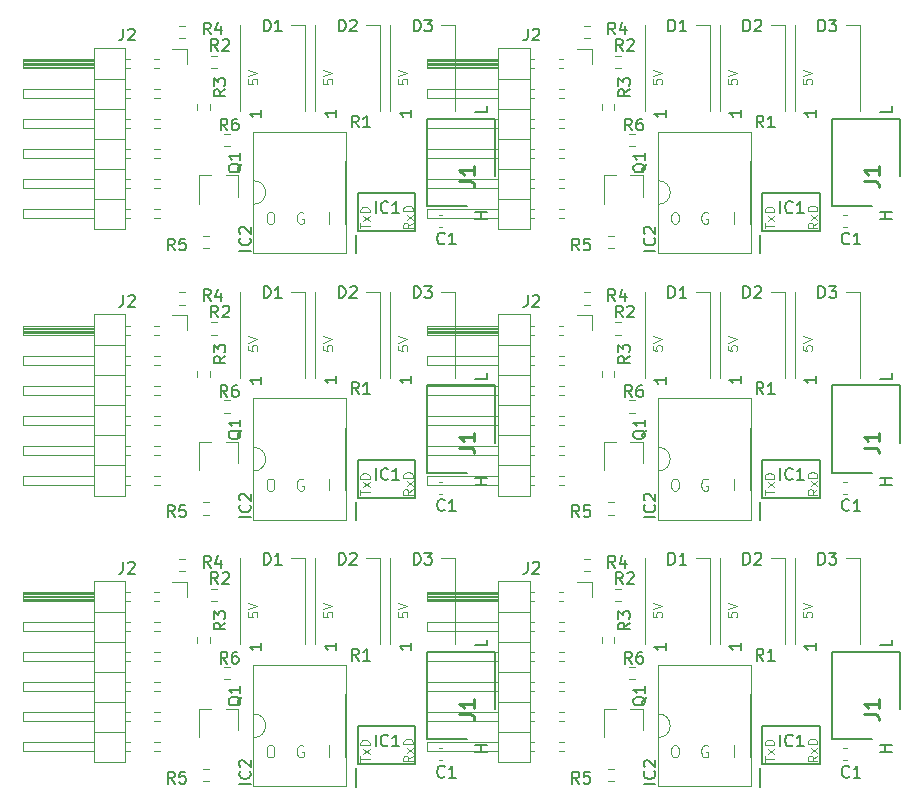
<source format=gbr>
%TF.GenerationSoftware,KiCad,Pcbnew,7.0.9*%
%TF.CreationDate,2024-01-17T02:03:21+09:00*%
%TF.ProjectId,kikit,6b696b69-742e-46b6-9963-61645f706362,rev?*%
%TF.SameCoordinates,Original*%
%TF.FileFunction,Legend,Top*%
%TF.FilePolarity,Positive*%
%FSLAX46Y46*%
G04 Gerber Fmt 4.6, Leading zero omitted, Abs format (unit mm)*
G04 Created by KiCad (PCBNEW 7.0.9) date 2024-01-17 02:03:21*
%MOMM*%
%LPD*%
G01*
G04 APERTURE LIST*
%ADD10C,0.100000*%
%ADD11C,0.150000*%
%ADD12C,0.254000*%
%ADD13C,0.120000*%
%ADD14C,0.200000*%
G04 APERTURE END LIST*
D10*
X174593695Y-44422191D02*
X174212742Y-44688858D01*
X174593695Y-44879334D02*
X173793695Y-44879334D01*
X173793695Y-44879334D02*
X173793695Y-44574572D01*
X173793695Y-44574572D02*
X173831790Y-44498382D01*
X173831790Y-44498382D02*
X173869885Y-44460287D01*
X173869885Y-44460287D02*
X173946076Y-44422191D01*
X173946076Y-44422191D02*
X174060361Y-44422191D01*
X174060361Y-44422191D02*
X174136552Y-44460287D01*
X174136552Y-44460287D02*
X174174647Y-44498382D01*
X174174647Y-44498382D02*
X174212742Y-44574572D01*
X174212742Y-44574572D02*
X174212742Y-44879334D01*
X174593695Y-44155525D02*
X174060361Y-43736477D01*
X174060361Y-44155525D02*
X174593695Y-43736477D01*
X174593695Y-43431715D02*
X173793695Y-43431715D01*
X173793695Y-43431715D02*
X173793695Y-43241239D01*
X173793695Y-43241239D02*
X173831790Y-43126953D01*
X173831790Y-43126953D02*
X173907980Y-43050763D01*
X173907980Y-43050763D02*
X173984171Y-43012668D01*
X173984171Y-43012668D02*
X174136552Y-42974572D01*
X174136552Y-42974572D02*
X174250838Y-42974572D01*
X174250838Y-42974572D02*
X174403219Y-43012668D01*
X174403219Y-43012668D02*
X174479409Y-43050763D01*
X174479409Y-43050763D02*
X174555600Y-43126953D01*
X174555600Y-43126953D02*
X174593695Y-43241239D01*
X174593695Y-43241239D02*
X174593695Y-43431715D01*
D11*
X180865819Y-79717030D02*
X180865819Y-80193220D01*
X180865819Y-80193220D02*
X179865819Y-80193220D01*
X180865819Y-89210220D02*
X179865819Y-89210220D01*
X180342009Y-89210220D02*
X180342009Y-88638792D01*
X180865819Y-88638792D02*
X179865819Y-88638792D01*
X146607819Y-89210220D02*
X145607819Y-89210220D01*
X146084009Y-89210220D02*
X146084009Y-88638792D01*
X146607819Y-88638792D02*
X145607819Y-88638792D01*
D10*
X166986495Y-54829582D02*
X166986495Y-55210534D01*
X166986495Y-55210534D02*
X167367447Y-55248630D01*
X167367447Y-55248630D02*
X167329352Y-55210534D01*
X167329352Y-55210534D02*
X167291257Y-55134344D01*
X167291257Y-55134344D02*
X167291257Y-54943868D01*
X167291257Y-54943868D02*
X167329352Y-54867677D01*
X167329352Y-54867677D02*
X167367447Y-54829582D01*
X167367447Y-54829582D02*
X167443638Y-54791487D01*
X167443638Y-54791487D02*
X167634114Y-54791487D01*
X167634114Y-54791487D02*
X167710304Y-54829582D01*
X167710304Y-54829582D02*
X167748400Y-54867677D01*
X167748400Y-54867677D02*
X167786495Y-54943868D01*
X167786495Y-54943868D02*
X167786495Y-55134344D01*
X167786495Y-55134344D02*
X167748400Y-55210534D01*
X167748400Y-55210534D02*
X167710304Y-55248630D01*
X166986495Y-54562915D02*
X167786495Y-54296248D01*
X167786495Y-54296248D02*
X166986495Y-54029582D01*
X166986495Y-77403582D02*
X166986495Y-77784534D01*
X166986495Y-77784534D02*
X167367447Y-77822630D01*
X167367447Y-77822630D02*
X167329352Y-77784534D01*
X167329352Y-77784534D02*
X167291257Y-77708344D01*
X167291257Y-77708344D02*
X167291257Y-77517868D01*
X167291257Y-77517868D02*
X167329352Y-77441677D01*
X167329352Y-77441677D02*
X167367447Y-77403582D01*
X167367447Y-77403582D02*
X167443638Y-77365487D01*
X167443638Y-77365487D02*
X167634114Y-77365487D01*
X167634114Y-77365487D02*
X167710304Y-77403582D01*
X167710304Y-77403582D02*
X167748400Y-77441677D01*
X167748400Y-77441677D02*
X167786495Y-77517868D01*
X167786495Y-77517868D02*
X167786495Y-77708344D01*
X167786495Y-77708344D02*
X167748400Y-77784534D01*
X167748400Y-77784534D02*
X167710304Y-77822630D01*
X166986495Y-77136915D02*
X167786495Y-76870248D01*
X167786495Y-76870248D02*
X166986495Y-76603582D01*
X126378495Y-77403582D02*
X126378495Y-77784534D01*
X126378495Y-77784534D02*
X126759447Y-77822630D01*
X126759447Y-77822630D02*
X126721352Y-77784534D01*
X126721352Y-77784534D02*
X126683257Y-77708344D01*
X126683257Y-77708344D02*
X126683257Y-77517868D01*
X126683257Y-77517868D02*
X126721352Y-77441677D01*
X126721352Y-77441677D02*
X126759447Y-77403582D01*
X126759447Y-77403582D02*
X126835638Y-77365487D01*
X126835638Y-77365487D02*
X127026114Y-77365487D01*
X127026114Y-77365487D02*
X127102304Y-77403582D01*
X127102304Y-77403582D02*
X127140400Y-77441677D01*
X127140400Y-77441677D02*
X127178495Y-77517868D01*
X127178495Y-77517868D02*
X127178495Y-77708344D01*
X127178495Y-77708344D02*
X127140400Y-77784534D01*
X127140400Y-77784534D02*
X127102304Y-77822630D01*
X126378495Y-77136915D02*
X127178495Y-76870248D01*
X127178495Y-76870248D02*
X126378495Y-76603582D01*
X126378495Y-32255582D02*
X126378495Y-32636534D01*
X126378495Y-32636534D02*
X126759447Y-32674630D01*
X126759447Y-32674630D02*
X126721352Y-32636534D01*
X126721352Y-32636534D02*
X126683257Y-32560344D01*
X126683257Y-32560344D02*
X126683257Y-32369868D01*
X126683257Y-32369868D02*
X126721352Y-32293677D01*
X126721352Y-32293677D02*
X126759447Y-32255582D01*
X126759447Y-32255582D02*
X126835638Y-32217487D01*
X126835638Y-32217487D02*
X127026114Y-32217487D01*
X127026114Y-32217487D02*
X127102304Y-32255582D01*
X127102304Y-32255582D02*
X127140400Y-32293677D01*
X127140400Y-32293677D02*
X127178495Y-32369868D01*
X127178495Y-32369868D02*
X127178495Y-32560344D01*
X127178495Y-32560344D02*
X127140400Y-32636534D01*
X127140400Y-32636534D02*
X127102304Y-32674630D01*
X126378495Y-31988915D02*
X127178495Y-31722248D01*
X127178495Y-31722248D02*
X126378495Y-31455582D01*
X139078495Y-54829582D02*
X139078495Y-55210534D01*
X139078495Y-55210534D02*
X139459447Y-55248630D01*
X139459447Y-55248630D02*
X139421352Y-55210534D01*
X139421352Y-55210534D02*
X139383257Y-55134344D01*
X139383257Y-55134344D02*
X139383257Y-54943868D01*
X139383257Y-54943868D02*
X139421352Y-54867677D01*
X139421352Y-54867677D02*
X139459447Y-54829582D01*
X139459447Y-54829582D02*
X139535638Y-54791487D01*
X139535638Y-54791487D02*
X139726114Y-54791487D01*
X139726114Y-54791487D02*
X139802304Y-54829582D01*
X139802304Y-54829582D02*
X139840400Y-54867677D01*
X139840400Y-54867677D02*
X139878495Y-54943868D01*
X139878495Y-54943868D02*
X139878495Y-55134344D01*
X139878495Y-55134344D02*
X139840400Y-55210534D01*
X139840400Y-55210534D02*
X139802304Y-55248630D01*
X139078495Y-54562915D02*
X139878495Y-54296248D01*
X139878495Y-54296248D02*
X139078495Y-54029582D01*
X174593695Y-66996191D02*
X174212742Y-67262858D01*
X174593695Y-67453334D02*
X173793695Y-67453334D01*
X173793695Y-67453334D02*
X173793695Y-67148572D01*
X173793695Y-67148572D02*
X173831790Y-67072382D01*
X173831790Y-67072382D02*
X173869885Y-67034287D01*
X173869885Y-67034287D02*
X173946076Y-66996191D01*
X173946076Y-66996191D02*
X174060361Y-66996191D01*
X174060361Y-66996191D02*
X174136552Y-67034287D01*
X174136552Y-67034287D02*
X174174647Y-67072382D01*
X174174647Y-67072382D02*
X174212742Y-67148572D01*
X174212742Y-67148572D02*
X174212742Y-67453334D01*
X174593695Y-66729525D02*
X174060361Y-66310477D01*
X174060361Y-66729525D02*
X174593695Y-66310477D01*
X174593695Y-66005715D02*
X173793695Y-66005715D01*
X173793695Y-66005715D02*
X173793695Y-65815239D01*
X173793695Y-65815239D02*
X173831790Y-65700953D01*
X173831790Y-65700953D02*
X173907980Y-65624763D01*
X173907980Y-65624763D02*
X173984171Y-65586668D01*
X173984171Y-65586668D02*
X174136552Y-65548572D01*
X174136552Y-65548572D02*
X174250838Y-65548572D01*
X174250838Y-65548572D02*
X174403219Y-65586668D01*
X174403219Y-65586668D02*
X174479409Y-65624763D01*
X174479409Y-65624763D02*
X174555600Y-65700953D01*
X174555600Y-65700953D02*
X174593695Y-65815239D01*
X174593695Y-65815239D02*
X174593695Y-66005715D01*
D11*
X146607819Y-44062220D02*
X145607819Y-44062220D01*
X146084009Y-44062220D02*
X146084009Y-43490792D01*
X146607819Y-43490792D02*
X145607819Y-43490792D01*
D10*
X132728495Y-77403582D02*
X132728495Y-77784534D01*
X132728495Y-77784534D02*
X133109447Y-77822630D01*
X133109447Y-77822630D02*
X133071352Y-77784534D01*
X133071352Y-77784534D02*
X133033257Y-77708344D01*
X133033257Y-77708344D02*
X133033257Y-77517868D01*
X133033257Y-77517868D02*
X133071352Y-77441677D01*
X133071352Y-77441677D02*
X133109447Y-77403582D01*
X133109447Y-77403582D02*
X133185638Y-77365487D01*
X133185638Y-77365487D02*
X133376114Y-77365487D01*
X133376114Y-77365487D02*
X133452304Y-77403582D01*
X133452304Y-77403582D02*
X133490400Y-77441677D01*
X133490400Y-77441677D02*
X133528495Y-77517868D01*
X133528495Y-77517868D02*
X133528495Y-77708344D01*
X133528495Y-77708344D02*
X133490400Y-77784534D01*
X133490400Y-77784534D02*
X133452304Y-77822630D01*
X132728495Y-77136915D02*
X133528495Y-76870248D01*
X133528495Y-76870248D02*
X132728495Y-76603582D01*
X126378495Y-54829582D02*
X126378495Y-55210534D01*
X126378495Y-55210534D02*
X126759447Y-55248630D01*
X126759447Y-55248630D02*
X126721352Y-55210534D01*
X126721352Y-55210534D02*
X126683257Y-55134344D01*
X126683257Y-55134344D02*
X126683257Y-54943868D01*
X126683257Y-54943868D02*
X126721352Y-54867677D01*
X126721352Y-54867677D02*
X126759447Y-54829582D01*
X126759447Y-54829582D02*
X126835638Y-54791487D01*
X126835638Y-54791487D02*
X127026114Y-54791487D01*
X127026114Y-54791487D02*
X127102304Y-54829582D01*
X127102304Y-54829582D02*
X127140400Y-54867677D01*
X127140400Y-54867677D02*
X127178495Y-54943868D01*
X127178495Y-54943868D02*
X127178495Y-55134344D01*
X127178495Y-55134344D02*
X127140400Y-55210534D01*
X127140400Y-55210534D02*
X127102304Y-55248630D01*
X126378495Y-54562915D02*
X127178495Y-54296248D01*
X127178495Y-54296248D02*
X126378495Y-54029582D01*
X140335695Y-44422191D02*
X139954742Y-44688858D01*
X140335695Y-44879334D02*
X139535695Y-44879334D01*
X139535695Y-44879334D02*
X139535695Y-44574572D01*
X139535695Y-44574572D02*
X139573790Y-44498382D01*
X139573790Y-44498382D02*
X139611885Y-44460287D01*
X139611885Y-44460287D02*
X139688076Y-44422191D01*
X139688076Y-44422191D02*
X139802361Y-44422191D01*
X139802361Y-44422191D02*
X139878552Y-44460287D01*
X139878552Y-44460287D02*
X139916647Y-44498382D01*
X139916647Y-44498382D02*
X139954742Y-44574572D01*
X139954742Y-44574572D02*
X139954742Y-44879334D01*
X140335695Y-44155525D02*
X139802361Y-43736477D01*
X139802361Y-44155525D02*
X140335695Y-43736477D01*
X140335695Y-43431715D02*
X139535695Y-43431715D01*
X139535695Y-43431715D02*
X139535695Y-43241239D01*
X139535695Y-43241239D02*
X139573790Y-43126953D01*
X139573790Y-43126953D02*
X139649980Y-43050763D01*
X139649980Y-43050763D02*
X139726171Y-43012668D01*
X139726171Y-43012668D02*
X139878552Y-42974572D01*
X139878552Y-42974572D02*
X139992838Y-42974572D01*
X139992838Y-42974572D02*
X140145219Y-43012668D01*
X140145219Y-43012668D02*
X140221409Y-43050763D01*
X140221409Y-43050763D02*
X140297600Y-43126953D01*
X140297600Y-43126953D02*
X140335695Y-43241239D01*
X140335695Y-43241239D02*
X140335695Y-43431715D01*
X132728495Y-32255582D02*
X132728495Y-32636534D01*
X132728495Y-32636534D02*
X133109447Y-32674630D01*
X133109447Y-32674630D02*
X133071352Y-32636534D01*
X133071352Y-32636534D02*
X133033257Y-32560344D01*
X133033257Y-32560344D02*
X133033257Y-32369868D01*
X133033257Y-32369868D02*
X133071352Y-32293677D01*
X133071352Y-32293677D02*
X133109447Y-32255582D01*
X133109447Y-32255582D02*
X133185638Y-32217487D01*
X133185638Y-32217487D02*
X133376114Y-32217487D01*
X133376114Y-32217487D02*
X133452304Y-32255582D01*
X133452304Y-32255582D02*
X133490400Y-32293677D01*
X133490400Y-32293677D02*
X133528495Y-32369868D01*
X133528495Y-32369868D02*
X133528495Y-32560344D01*
X133528495Y-32560344D02*
X133490400Y-32636534D01*
X133490400Y-32636534D02*
X133452304Y-32674630D01*
X132728495Y-31988915D02*
X133528495Y-31722248D01*
X133528495Y-31722248D02*
X132728495Y-31455582D01*
D11*
X146607819Y-57143030D02*
X146607819Y-57619220D01*
X146607819Y-57619220D02*
X145607819Y-57619220D01*
D10*
X135878095Y-67466020D02*
X135878095Y-67008877D01*
X136678095Y-67237449D02*
X135878095Y-67237449D01*
X136678095Y-66818401D02*
X136144761Y-66399353D01*
X136144761Y-66818401D02*
X136678095Y-66399353D01*
X136678095Y-66094591D02*
X135878095Y-66094591D01*
X135878095Y-66094591D02*
X135878095Y-65904115D01*
X135878095Y-65904115D02*
X135916190Y-65789829D01*
X135916190Y-65789829D02*
X135992380Y-65713639D01*
X135992380Y-65713639D02*
X136068571Y-65675544D01*
X136068571Y-65675544D02*
X136220952Y-65637448D01*
X136220952Y-65637448D02*
X136335238Y-65637448D01*
X136335238Y-65637448D02*
X136487619Y-65675544D01*
X136487619Y-65675544D02*
X136563809Y-65713639D01*
X136563809Y-65713639D02*
X136640000Y-65789829D01*
X136640000Y-65789829D02*
X136678095Y-65904115D01*
X136678095Y-65904115D02*
X136678095Y-66094591D01*
X166986495Y-32255582D02*
X166986495Y-32636534D01*
X166986495Y-32636534D02*
X167367447Y-32674630D01*
X167367447Y-32674630D02*
X167329352Y-32636534D01*
X167329352Y-32636534D02*
X167291257Y-32560344D01*
X167291257Y-32560344D02*
X167291257Y-32369868D01*
X167291257Y-32369868D02*
X167329352Y-32293677D01*
X167329352Y-32293677D02*
X167367447Y-32255582D01*
X167367447Y-32255582D02*
X167443638Y-32217487D01*
X167443638Y-32217487D02*
X167634114Y-32217487D01*
X167634114Y-32217487D02*
X167710304Y-32255582D01*
X167710304Y-32255582D02*
X167748400Y-32293677D01*
X167748400Y-32293677D02*
X167786495Y-32369868D01*
X167786495Y-32369868D02*
X167786495Y-32560344D01*
X167786495Y-32560344D02*
X167748400Y-32636534D01*
X167748400Y-32636534D02*
X167710304Y-32674630D01*
X166986495Y-31988915D02*
X167786495Y-31722248D01*
X167786495Y-31722248D02*
X166986495Y-31455582D01*
X173336495Y-32255582D02*
X173336495Y-32636534D01*
X173336495Y-32636534D02*
X173717447Y-32674630D01*
X173717447Y-32674630D02*
X173679352Y-32636534D01*
X173679352Y-32636534D02*
X173641257Y-32560344D01*
X173641257Y-32560344D02*
X173641257Y-32369868D01*
X173641257Y-32369868D02*
X173679352Y-32293677D01*
X173679352Y-32293677D02*
X173717447Y-32255582D01*
X173717447Y-32255582D02*
X173793638Y-32217487D01*
X173793638Y-32217487D02*
X173984114Y-32217487D01*
X173984114Y-32217487D02*
X174060304Y-32255582D01*
X174060304Y-32255582D02*
X174098400Y-32293677D01*
X174098400Y-32293677D02*
X174136495Y-32369868D01*
X174136495Y-32369868D02*
X174136495Y-32560344D01*
X174136495Y-32560344D02*
X174098400Y-32636534D01*
X174098400Y-32636534D02*
X174060304Y-32674630D01*
X173336495Y-31988915D02*
X174136495Y-31722248D01*
X174136495Y-31722248D02*
X173336495Y-31455582D01*
X170136095Y-90040020D02*
X170136095Y-89582877D01*
X170936095Y-89811449D02*
X170136095Y-89811449D01*
X170936095Y-89392401D02*
X170402761Y-88973353D01*
X170402761Y-89392401D02*
X170936095Y-88973353D01*
X170936095Y-88668591D02*
X170136095Y-88668591D01*
X170136095Y-88668591D02*
X170136095Y-88478115D01*
X170136095Y-88478115D02*
X170174190Y-88363829D01*
X170174190Y-88363829D02*
X170250380Y-88287639D01*
X170250380Y-88287639D02*
X170326571Y-88249544D01*
X170326571Y-88249544D02*
X170478952Y-88211448D01*
X170478952Y-88211448D02*
X170593238Y-88211448D01*
X170593238Y-88211448D02*
X170745619Y-88249544D01*
X170745619Y-88249544D02*
X170821809Y-88287639D01*
X170821809Y-88287639D02*
X170898000Y-88363829D01*
X170898000Y-88363829D02*
X170936095Y-88478115D01*
X170936095Y-88478115D02*
X170936095Y-88668591D01*
X173336495Y-54829582D02*
X173336495Y-55210534D01*
X173336495Y-55210534D02*
X173717447Y-55248630D01*
X173717447Y-55248630D02*
X173679352Y-55210534D01*
X173679352Y-55210534D02*
X173641257Y-55134344D01*
X173641257Y-55134344D02*
X173641257Y-54943868D01*
X173641257Y-54943868D02*
X173679352Y-54867677D01*
X173679352Y-54867677D02*
X173717447Y-54829582D01*
X173717447Y-54829582D02*
X173793638Y-54791487D01*
X173793638Y-54791487D02*
X173984114Y-54791487D01*
X173984114Y-54791487D02*
X174060304Y-54829582D01*
X174060304Y-54829582D02*
X174098400Y-54867677D01*
X174098400Y-54867677D02*
X174136495Y-54943868D01*
X174136495Y-54943868D02*
X174136495Y-55134344D01*
X174136495Y-55134344D02*
X174098400Y-55210534D01*
X174098400Y-55210534D02*
X174060304Y-55248630D01*
X173336495Y-54562915D02*
X174136495Y-54296248D01*
X174136495Y-54296248D02*
X173336495Y-54029582D01*
X160636495Y-54829582D02*
X160636495Y-55210534D01*
X160636495Y-55210534D02*
X161017447Y-55248630D01*
X161017447Y-55248630D02*
X160979352Y-55210534D01*
X160979352Y-55210534D02*
X160941257Y-55134344D01*
X160941257Y-55134344D02*
X160941257Y-54943868D01*
X160941257Y-54943868D02*
X160979352Y-54867677D01*
X160979352Y-54867677D02*
X161017447Y-54829582D01*
X161017447Y-54829582D02*
X161093638Y-54791487D01*
X161093638Y-54791487D02*
X161284114Y-54791487D01*
X161284114Y-54791487D02*
X161360304Y-54829582D01*
X161360304Y-54829582D02*
X161398400Y-54867677D01*
X161398400Y-54867677D02*
X161436495Y-54943868D01*
X161436495Y-54943868D02*
X161436495Y-55134344D01*
X161436495Y-55134344D02*
X161398400Y-55210534D01*
X161398400Y-55210534D02*
X161360304Y-55248630D01*
X160636495Y-54562915D02*
X161436495Y-54296248D01*
X161436495Y-54296248D02*
X160636495Y-54029582D01*
X140335695Y-89570191D02*
X139954742Y-89836858D01*
X140335695Y-90027334D02*
X139535695Y-90027334D01*
X139535695Y-90027334D02*
X139535695Y-89722572D01*
X139535695Y-89722572D02*
X139573790Y-89646382D01*
X139573790Y-89646382D02*
X139611885Y-89608287D01*
X139611885Y-89608287D02*
X139688076Y-89570191D01*
X139688076Y-89570191D02*
X139802361Y-89570191D01*
X139802361Y-89570191D02*
X139878552Y-89608287D01*
X139878552Y-89608287D02*
X139916647Y-89646382D01*
X139916647Y-89646382D02*
X139954742Y-89722572D01*
X139954742Y-89722572D02*
X139954742Y-90027334D01*
X140335695Y-89303525D02*
X139802361Y-88884477D01*
X139802361Y-89303525D02*
X140335695Y-88884477D01*
X140335695Y-88579715D02*
X139535695Y-88579715D01*
X139535695Y-88579715D02*
X139535695Y-88389239D01*
X139535695Y-88389239D02*
X139573790Y-88274953D01*
X139573790Y-88274953D02*
X139649980Y-88198763D01*
X139649980Y-88198763D02*
X139726171Y-88160668D01*
X139726171Y-88160668D02*
X139878552Y-88122572D01*
X139878552Y-88122572D02*
X139992838Y-88122572D01*
X139992838Y-88122572D02*
X140145219Y-88160668D01*
X140145219Y-88160668D02*
X140221409Y-88198763D01*
X140221409Y-88198763D02*
X140297600Y-88274953D01*
X140297600Y-88274953D02*
X140335695Y-88389239D01*
X140335695Y-88389239D02*
X140335695Y-88579715D01*
D11*
X146607819Y-34569030D02*
X146607819Y-35045220D01*
X146607819Y-35045220D02*
X145607819Y-35045220D01*
D10*
X140335695Y-66996191D02*
X139954742Y-67262858D01*
X140335695Y-67453334D02*
X139535695Y-67453334D01*
X139535695Y-67453334D02*
X139535695Y-67148572D01*
X139535695Y-67148572D02*
X139573790Y-67072382D01*
X139573790Y-67072382D02*
X139611885Y-67034287D01*
X139611885Y-67034287D02*
X139688076Y-66996191D01*
X139688076Y-66996191D02*
X139802361Y-66996191D01*
X139802361Y-66996191D02*
X139878552Y-67034287D01*
X139878552Y-67034287D02*
X139916647Y-67072382D01*
X139916647Y-67072382D02*
X139954742Y-67148572D01*
X139954742Y-67148572D02*
X139954742Y-67453334D01*
X140335695Y-66729525D02*
X139802361Y-66310477D01*
X139802361Y-66729525D02*
X140335695Y-66310477D01*
X140335695Y-66005715D02*
X139535695Y-66005715D01*
X139535695Y-66005715D02*
X139535695Y-65815239D01*
X139535695Y-65815239D02*
X139573790Y-65700953D01*
X139573790Y-65700953D02*
X139649980Y-65624763D01*
X139649980Y-65624763D02*
X139726171Y-65586668D01*
X139726171Y-65586668D02*
X139878552Y-65548572D01*
X139878552Y-65548572D02*
X139992838Y-65548572D01*
X139992838Y-65548572D02*
X140145219Y-65586668D01*
X140145219Y-65586668D02*
X140221409Y-65624763D01*
X140221409Y-65624763D02*
X140297600Y-65700953D01*
X140297600Y-65700953D02*
X140335695Y-65815239D01*
X140335695Y-65815239D02*
X140335695Y-66005715D01*
X135878095Y-90040020D02*
X135878095Y-89582877D01*
X136678095Y-89811449D02*
X135878095Y-89811449D01*
X136678095Y-89392401D02*
X136144761Y-88973353D01*
X136144761Y-89392401D02*
X136678095Y-88973353D01*
X136678095Y-88668591D02*
X135878095Y-88668591D01*
X135878095Y-88668591D02*
X135878095Y-88478115D01*
X135878095Y-88478115D02*
X135916190Y-88363829D01*
X135916190Y-88363829D02*
X135992380Y-88287639D01*
X135992380Y-88287639D02*
X136068571Y-88249544D01*
X136068571Y-88249544D02*
X136220952Y-88211448D01*
X136220952Y-88211448D02*
X136335238Y-88211448D01*
X136335238Y-88211448D02*
X136487619Y-88249544D01*
X136487619Y-88249544D02*
X136563809Y-88287639D01*
X136563809Y-88287639D02*
X136640000Y-88363829D01*
X136640000Y-88363829D02*
X136678095Y-88478115D01*
X136678095Y-88478115D02*
X136678095Y-88668591D01*
D11*
X146607819Y-66636220D02*
X145607819Y-66636220D01*
X146084009Y-66636220D02*
X146084009Y-66064792D01*
X146607819Y-66064792D02*
X145607819Y-66064792D01*
D10*
X170136095Y-67466020D02*
X170136095Y-67008877D01*
X170936095Y-67237449D02*
X170136095Y-67237449D01*
X170936095Y-66818401D02*
X170402761Y-66399353D01*
X170402761Y-66818401D02*
X170936095Y-66399353D01*
X170936095Y-66094591D02*
X170136095Y-66094591D01*
X170136095Y-66094591D02*
X170136095Y-65904115D01*
X170136095Y-65904115D02*
X170174190Y-65789829D01*
X170174190Y-65789829D02*
X170250380Y-65713639D01*
X170250380Y-65713639D02*
X170326571Y-65675544D01*
X170326571Y-65675544D02*
X170478952Y-65637448D01*
X170478952Y-65637448D02*
X170593238Y-65637448D01*
X170593238Y-65637448D02*
X170745619Y-65675544D01*
X170745619Y-65675544D02*
X170821809Y-65713639D01*
X170821809Y-65713639D02*
X170898000Y-65789829D01*
X170898000Y-65789829D02*
X170936095Y-65904115D01*
X170936095Y-65904115D02*
X170936095Y-66094591D01*
D11*
X180865819Y-44062220D02*
X179865819Y-44062220D01*
X180342009Y-44062220D02*
X180342009Y-43490792D01*
X180865819Y-43490792D02*
X179865819Y-43490792D01*
D10*
X160636495Y-77403582D02*
X160636495Y-77784534D01*
X160636495Y-77784534D02*
X161017447Y-77822630D01*
X161017447Y-77822630D02*
X160979352Y-77784534D01*
X160979352Y-77784534D02*
X160941257Y-77708344D01*
X160941257Y-77708344D02*
X160941257Y-77517868D01*
X160941257Y-77517868D02*
X160979352Y-77441677D01*
X160979352Y-77441677D02*
X161017447Y-77403582D01*
X161017447Y-77403582D02*
X161093638Y-77365487D01*
X161093638Y-77365487D02*
X161284114Y-77365487D01*
X161284114Y-77365487D02*
X161360304Y-77403582D01*
X161360304Y-77403582D02*
X161398400Y-77441677D01*
X161398400Y-77441677D02*
X161436495Y-77517868D01*
X161436495Y-77517868D02*
X161436495Y-77708344D01*
X161436495Y-77708344D02*
X161398400Y-77784534D01*
X161398400Y-77784534D02*
X161360304Y-77822630D01*
X160636495Y-77136915D02*
X161436495Y-76870248D01*
X161436495Y-76870248D02*
X160636495Y-76603582D01*
X139078495Y-32255582D02*
X139078495Y-32636534D01*
X139078495Y-32636534D02*
X139459447Y-32674630D01*
X139459447Y-32674630D02*
X139421352Y-32636534D01*
X139421352Y-32636534D02*
X139383257Y-32560344D01*
X139383257Y-32560344D02*
X139383257Y-32369868D01*
X139383257Y-32369868D02*
X139421352Y-32293677D01*
X139421352Y-32293677D02*
X139459447Y-32255582D01*
X139459447Y-32255582D02*
X139535638Y-32217487D01*
X139535638Y-32217487D02*
X139726114Y-32217487D01*
X139726114Y-32217487D02*
X139802304Y-32255582D01*
X139802304Y-32255582D02*
X139840400Y-32293677D01*
X139840400Y-32293677D02*
X139878495Y-32369868D01*
X139878495Y-32369868D02*
X139878495Y-32560344D01*
X139878495Y-32560344D02*
X139840400Y-32636534D01*
X139840400Y-32636534D02*
X139802304Y-32674630D01*
X139078495Y-31988915D02*
X139878495Y-31722248D01*
X139878495Y-31722248D02*
X139078495Y-31455582D01*
X174593695Y-89570191D02*
X174212742Y-89836858D01*
X174593695Y-90027334D02*
X173793695Y-90027334D01*
X173793695Y-90027334D02*
X173793695Y-89722572D01*
X173793695Y-89722572D02*
X173831790Y-89646382D01*
X173831790Y-89646382D02*
X173869885Y-89608287D01*
X173869885Y-89608287D02*
X173946076Y-89570191D01*
X173946076Y-89570191D02*
X174060361Y-89570191D01*
X174060361Y-89570191D02*
X174136552Y-89608287D01*
X174136552Y-89608287D02*
X174174647Y-89646382D01*
X174174647Y-89646382D02*
X174212742Y-89722572D01*
X174212742Y-89722572D02*
X174212742Y-90027334D01*
X174593695Y-89303525D02*
X174060361Y-88884477D01*
X174060361Y-89303525D02*
X174593695Y-88884477D01*
X174593695Y-88579715D02*
X173793695Y-88579715D01*
X173793695Y-88579715D02*
X173793695Y-88389239D01*
X173793695Y-88389239D02*
X173831790Y-88274953D01*
X173831790Y-88274953D02*
X173907980Y-88198763D01*
X173907980Y-88198763D02*
X173984171Y-88160668D01*
X173984171Y-88160668D02*
X174136552Y-88122572D01*
X174136552Y-88122572D02*
X174250838Y-88122572D01*
X174250838Y-88122572D02*
X174403219Y-88160668D01*
X174403219Y-88160668D02*
X174479409Y-88198763D01*
X174479409Y-88198763D02*
X174555600Y-88274953D01*
X174555600Y-88274953D02*
X174593695Y-88389239D01*
X174593695Y-88389239D02*
X174593695Y-88579715D01*
D11*
X146607819Y-79717030D02*
X146607819Y-80193220D01*
X146607819Y-80193220D02*
X145607819Y-80193220D01*
D10*
X173336495Y-77403582D02*
X173336495Y-77784534D01*
X173336495Y-77784534D02*
X173717447Y-77822630D01*
X173717447Y-77822630D02*
X173679352Y-77784534D01*
X173679352Y-77784534D02*
X173641257Y-77708344D01*
X173641257Y-77708344D02*
X173641257Y-77517868D01*
X173641257Y-77517868D02*
X173679352Y-77441677D01*
X173679352Y-77441677D02*
X173717447Y-77403582D01*
X173717447Y-77403582D02*
X173793638Y-77365487D01*
X173793638Y-77365487D02*
X173984114Y-77365487D01*
X173984114Y-77365487D02*
X174060304Y-77403582D01*
X174060304Y-77403582D02*
X174098400Y-77441677D01*
X174098400Y-77441677D02*
X174136495Y-77517868D01*
X174136495Y-77517868D02*
X174136495Y-77708344D01*
X174136495Y-77708344D02*
X174098400Y-77784534D01*
X174098400Y-77784534D02*
X174060304Y-77822630D01*
X173336495Y-77136915D02*
X174136495Y-76870248D01*
X174136495Y-76870248D02*
X173336495Y-76603582D01*
X132728495Y-54829582D02*
X132728495Y-55210534D01*
X132728495Y-55210534D02*
X133109447Y-55248630D01*
X133109447Y-55248630D02*
X133071352Y-55210534D01*
X133071352Y-55210534D02*
X133033257Y-55134344D01*
X133033257Y-55134344D02*
X133033257Y-54943868D01*
X133033257Y-54943868D02*
X133071352Y-54867677D01*
X133071352Y-54867677D02*
X133109447Y-54829582D01*
X133109447Y-54829582D02*
X133185638Y-54791487D01*
X133185638Y-54791487D02*
X133376114Y-54791487D01*
X133376114Y-54791487D02*
X133452304Y-54829582D01*
X133452304Y-54829582D02*
X133490400Y-54867677D01*
X133490400Y-54867677D02*
X133528495Y-54943868D01*
X133528495Y-54943868D02*
X133528495Y-55134344D01*
X133528495Y-55134344D02*
X133490400Y-55210534D01*
X133490400Y-55210534D02*
X133452304Y-55248630D01*
X132728495Y-54562915D02*
X133528495Y-54296248D01*
X133528495Y-54296248D02*
X132728495Y-54029582D01*
D11*
X180865819Y-57143030D02*
X180865819Y-57619220D01*
X180865819Y-57619220D02*
X179865819Y-57619220D01*
D10*
X139078495Y-77403582D02*
X139078495Y-77784534D01*
X139078495Y-77784534D02*
X139459447Y-77822630D01*
X139459447Y-77822630D02*
X139421352Y-77784534D01*
X139421352Y-77784534D02*
X139383257Y-77708344D01*
X139383257Y-77708344D02*
X139383257Y-77517868D01*
X139383257Y-77517868D02*
X139421352Y-77441677D01*
X139421352Y-77441677D02*
X139459447Y-77403582D01*
X139459447Y-77403582D02*
X139535638Y-77365487D01*
X139535638Y-77365487D02*
X139726114Y-77365487D01*
X139726114Y-77365487D02*
X139802304Y-77403582D01*
X139802304Y-77403582D02*
X139840400Y-77441677D01*
X139840400Y-77441677D02*
X139878495Y-77517868D01*
X139878495Y-77517868D02*
X139878495Y-77708344D01*
X139878495Y-77708344D02*
X139840400Y-77784534D01*
X139840400Y-77784534D02*
X139802304Y-77822630D01*
X139078495Y-77136915D02*
X139878495Y-76870248D01*
X139878495Y-76870248D02*
X139078495Y-76603582D01*
X170136095Y-44892020D02*
X170136095Y-44434877D01*
X170936095Y-44663449D02*
X170136095Y-44663449D01*
X170936095Y-44244401D02*
X170402761Y-43825353D01*
X170402761Y-44244401D02*
X170936095Y-43825353D01*
X170936095Y-43520591D02*
X170136095Y-43520591D01*
X170136095Y-43520591D02*
X170136095Y-43330115D01*
X170136095Y-43330115D02*
X170174190Y-43215829D01*
X170174190Y-43215829D02*
X170250380Y-43139639D01*
X170250380Y-43139639D02*
X170326571Y-43101544D01*
X170326571Y-43101544D02*
X170478952Y-43063448D01*
X170478952Y-43063448D02*
X170593238Y-43063448D01*
X170593238Y-43063448D02*
X170745619Y-43101544D01*
X170745619Y-43101544D02*
X170821809Y-43139639D01*
X170821809Y-43139639D02*
X170898000Y-43215829D01*
X170898000Y-43215829D02*
X170936095Y-43330115D01*
X170936095Y-43330115D02*
X170936095Y-43520591D01*
X160636495Y-32255582D02*
X160636495Y-32636534D01*
X160636495Y-32636534D02*
X161017447Y-32674630D01*
X161017447Y-32674630D02*
X160979352Y-32636534D01*
X160979352Y-32636534D02*
X160941257Y-32560344D01*
X160941257Y-32560344D02*
X160941257Y-32369868D01*
X160941257Y-32369868D02*
X160979352Y-32293677D01*
X160979352Y-32293677D02*
X161017447Y-32255582D01*
X161017447Y-32255582D02*
X161093638Y-32217487D01*
X161093638Y-32217487D02*
X161284114Y-32217487D01*
X161284114Y-32217487D02*
X161360304Y-32255582D01*
X161360304Y-32255582D02*
X161398400Y-32293677D01*
X161398400Y-32293677D02*
X161436495Y-32369868D01*
X161436495Y-32369868D02*
X161436495Y-32560344D01*
X161436495Y-32560344D02*
X161398400Y-32636534D01*
X161398400Y-32636534D02*
X161360304Y-32674630D01*
X160636495Y-31988915D02*
X161436495Y-31722248D01*
X161436495Y-31722248D02*
X160636495Y-31455582D01*
D11*
X180865819Y-66636220D02*
X179865819Y-66636220D01*
X180342009Y-66636220D02*
X180342009Y-66064792D01*
X180865819Y-66064792D02*
X179865819Y-66064792D01*
X180865819Y-34569030D02*
X180865819Y-35045220D01*
X180865819Y-35045220D02*
X179865819Y-35045220D01*
D10*
X135878095Y-44892020D02*
X135878095Y-44434877D01*
X136678095Y-44663449D02*
X135878095Y-44663449D01*
X136678095Y-44244401D02*
X136144761Y-43825353D01*
X136144761Y-44244401D02*
X136678095Y-43825353D01*
X136678095Y-43520591D02*
X135878095Y-43520591D01*
X135878095Y-43520591D02*
X135878095Y-43330115D01*
X135878095Y-43330115D02*
X135916190Y-43215829D01*
X135916190Y-43215829D02*
X135992380Y-43139639D01*
X135992380Y-43139639D02*
X136068571Y-43101544D01*
X136068571Y-43101544D02*
X136220952Y-43063448D01*
X136220952Y-43063448D02*
X136335238Y-43063448D01*
X136335238Y-43063448D02*
X136487619Y-43101544D01*
X136487619Y-43101544D02*
X136563809Y-43139639D01*
X136563809Y-43139639D02*
X136640000Y-43215829D01*
X136640000Y-43215829D02*
X136678095Y-43330115D01*
X136678095Y-43330115D02*
X136678095Y-43520591D01*
D11*
X140411905Y-73364819D02*
X140411905Y-72364819D01*
X140411905Y-72364819D02*
X140650000Y-72364819D01*
X140650000Y-72364819D02*
X140792857Y-72412438D01*
X140792857Y-72412438D02*
X140888095Y-72507676D01*
X140888095Y-72507676D02*
X140935714Y-72602914D01*
X140935714Y-72602914D02*
X140983333Y-72793390D01*
X140983333Y-72793390D02*
X140983333Y-72936247D01*
X140983333Y-72936247D02*
X140935714Y-73126723D01*
X140935714Y-73126723D02*
X140888095Y-73221961D01*
X140888095Y-73221961D02*
X140792857Y-73317200D01*
X140792857Y-73317200D02*
X140650000Y-73364819D01*
X140650000Y-73364819D02*
X140411905Y-73364819D01*
X141316667Y-72364819D02*
X141935714Y-72364819D01*
X141935714Y-72364819D02*
X141602381Y-72745771D01*
X141602381Y-72745771D02*
X141745238Y-72745771D01*
X141745238Y-72745771D02*
X141840476Y-72793390D01*
X141840476Y-72793390D02*
X141888095Y-72841009D01*
X141888095Y-72841009D02*
X141935714Y-72936247D01*
X141935714Y-72936247D02*
X141935714Y-73174342D01*
X141935714Y-73174342D02*
X141888095Y-73269580D01*
X141888095Y-73269580D02*
X141840476Y-73317200D01*
X141840476Y-73317200D02*
X141745238Y-73364819D01*
X141745238Y-73364819D02*
X141459524Y-73364819D01*
X141459524Y-73364819D02*
X141364286Y-73317200D01*
X141364286Y-73317200D02*
X141316667Y-73269580D01*
X140207819Y-80004085D02*
X140207819Y-80575513D01*
X140207819Y-80289799D02*
X139207819Y-80289799D01*
X139207819Y-80289799D02*
X139350676Y-80385037D01*
X139350676Y-80385037D02*
X139445914Y-80480275D01*
X139445914Y-80480275D02*
X139493533Y-80575513D01*
X154413333Y-69332819D02*
X154080000Y-68856628D01*
X153841905Y-69332819D02*
X153841905Y-68332819D01*
X153841905Y-68332819D02*
X154222857Y-68332819D01*
X154222857Y-68332819D02*
X154318095Y-68380438D01*
X154318095Y-68380438D02*
X154365714Y-68428057D01*
X154365714Y-68428057D02*
X154413333Y-68523295D01*
X154413333Y-68523295D02*
X154413333Y-68666152D01*
X154413333Y-68666152D02*
X154365714Y-68761390D01*
X154365714Y-68761390D02*
X154318095Y-68809009D01*
X154318095Y-68809009D02*
X154222857Y-68856628D01*
X154222857Y-68856628D02*
X153841905Y-68856628D01*
X155318095Y-68332819D02*
X154841905Y-68332819D01*
X154841905Y-68332819D02*
X154794286Y-68809009D01*
X154794286Y-68809009D02*
X154841905Y-68761390D01*
X154841905Y-68761390D02*
X154937143Y-68713771D01*
X154937143Y-68713771D02*
X155175238Y-68713771D01*
X155175238Y-68713771D02*
X155270476Y-68761390D01*
X155270476Y-68761390D02*
X155318095Y-68809009D01*
X155318095Y-68809009D02*
X155365714Y-68904247D01*
X155365714Y-68904247D02*
X155365714Y-69142342D01*
X155365714Y-69142342D02*
X155318095Y-69237580D01*
X155318095Y-69237580D02*
X155270476Y-69285200D01*
X155270476Y-69285200D02*
X155175238Y-69332819D01*
X155175238Y-69332819D02*
X154937143Y-69332819D01*
X154937143Y-69332819D02*
X154841905Y-69285200D01*
X154841905Y-69285200D02*
X154794286Y-69237580D01*
X158717819Y-33135666D02*
X158241628Y-33468999D01*
X158717819Y-33707094D02*
X157717819Y-33707094D01*
X157717819Y-33707094D02*
X157717819Y-33326142D01*
X157717819Y-33326142D02*
X157765438Y-33230904D01*
X157765438Y-33230904D02*
X157813057Y-33183285D01*
X157813057Y-33183285D02*
X157908295Y-33135666D01*
X157908295Y-33135666D02*
X158051152Y-33135666D01*
X158051152Y-33135666D02*
X158146390Y-33183285D01*
X158146390Y-33183285D02*
X158194009Y-33230904D01*
X158194009Y-33230904D02*
X158241628Y-33326142D01*
X158241628Y-33326142D02*
X158241628Y-33707094D01*
X157717819Y-32802332D02*
X157717819Y-32183285D01*
X157717819Y-32183285D02*
X158098771Y-32516618D01*
X158098771Y-32516618D02*
X158098771Y-32373761D01*
X158098771Y-32373761D02*
X158146390Y-32278523D01*
X158146390Y-32278523D02*
X158194009Y-32230904D01*
X158194009Y-32230904D02*
X158289247Y-32183285D01*
X158289247Y-32183285D02*
X158527342Y-32183285D01*
X158527342Y-32183285D02*
X158622580Y-32230904D01*
X158622580Y-32230904D02*
X158670200Y-32278523D01*
X158670200Y-32278523D02*
X158717819Y-32373761D01*
X158717819Y-32373761D02*
X158717819Y-32659475D01*
X158717819Y-32659475D02*
X158670200Y-32754713D01*
X158670200Y-32754713D02*
X158622580Y-32802332D01*
X161969905Y-50790819D02*
X161969905Y-49790819D01*
X161969905Y-49790819D02*
X162208000Y-49790819D01*
X162208000Y-49790819D02*
X162350857Y-49838438D01*
X162350857Y-49838438D02*
X162446095Y-49933676D01*
X162446095Y-49933676D02*
X162493714Y-50028914D01*
X162493714Y-50028914D02*
X162541333Y-50219390D01*
X162541333Y-50219390D02*
X162541333Y-50362247D01*
X162541333Y-50362247D02*
X162493714Y-50552723D01*
X162493714Y-50552723D02*
X162446095Y-50647961D01*
X162446095Y-50647961D02*
X162350857Y-50743200D01*
X162350857Y-50743200D02*
X162208000Y-50790819D01*
X162208000Y-50790819D02*
X161969905Y-50790819D01*
X163493714Y-50790819D02*
X162922286Y-50790819D01*
X163208000Y-50790819D02*
X163208000Y-49790819D01*
X163208000Y-49790819D02*
X163112762Y-49933676D01*
X163112762Y-49933676D02*
X163017524Y-50028914D01*
X163017524Y-50028914D02*
X162922286Y-50076533D01*
X161765819Y-57467085D02*
X161765819Y-58038513D01*
X161765819Y-57752799D02*
X160765819Y-57752799D01*
X160765819Y-57752799D02*
X160908676Y-57848037D01*
X160908676Y-57848037D02*
X161003914Y-57943275D01*
X161003914Y-57943275D02*
X161051533Y-58038513D01*
X168319905Y-28216819D02*
X168319905Y-27216819D01*
X168319905Y-27216819D02*
X168558000Y-27216819D01*
X168558000Y-27216819D02*
X168700857Y-27264438D01*
X168700857Y-27264438D02*
X168796095Y-27359676D01*
X168796095Y-27359676D02*
X168843714Y-27454914D01*
X168843714Y-27454914D02*
X168891333Y-27645390D01*
X168891333Y-27645390D02*
X168891333Y-27788247D01*
X168891333Y-27788247D02*
X168843714Y-27978723D01*
X168843714Y-27978723D02*
X168796095Y-28073961D01*
X168796095Y-28073961D02*
X168700857Y-28169200D01*
X168700857Y-28169200D02*
X168558000Y-28216819D01*
X168558000Y-28216819D02*
X168319905Y-28216819D01*
X169272286Y-27312057D02*
X169319905Y-27264438D01*
X169319905Y-27264438D02*
X169415143Y-27216819D01*
X169415143Y-27216819D02*
X169653238Y-27216819D01*
X169653238Y-27216819D02*
X169748476Y-27264438D01*
X169748476Y-27264438D02*
X169796095Y-27312057D01*
X169796095Y-27312057D02*
X169843714Y-27407295D01*
X169843714Y-27407295D02*
X169843714Y-27502533D01*
X169843714Y-27502533D02*
X169796095Y-27645390D01*
X169796095Y-27645390D02*
X169224667Y-28216819D01*
X169224667Y-28216819D02*
X169843714Y-28216819D01*
X168115819Y-34856085D02*
X168115819Y-35427513D01*
X168115819Y-35141799D02*
X167115819Y-35141799D01*
X167115819Y-35141799D02*
X167258676Y-35237037D01*
X167258676Y-35237037D02*
X167353914Y-35332275D01*
X167353914Y-35332275D02*
X167401533Y-35427513D01*
X171434610Y-43609219D02*
X171434610Y-42609219D01*
X172482228Y-43513980D02*
X172434609Y-43561600D01*
X172434609Y-43561600D02*
X172291752Y-43609219D01*
X172291752Y-43609219D02*
X172196514Y-43609219D01*
X172196514Y-43609219D02*
X172053657Y-43561600D01*
X172053657Y-43561600D02*
X171958419Y-43466361D01*
X171958419Y-43466361D02*
X171910800Y-43371123D01*
X171910800Y-43371123D02*
X171863181Y-43180647D01*
X171863181Y-43180647D02*
X171863181Y-43037790D01*
X171863181Y-43037790D02*
X171910800Y-42847314D01*
X171910800Y-42847314D02*
X171958419Y-42752076D01*
X171958419Y-42752076D02*
X172053657Y-42656838D01*
X172053657Y-42656838D02*
X172196514Y-42609219D01*
X172196514Y-42609219D02*
X172291752Y-42609219D01*
X172291752Y-42609219D02*
X172434609Y-42656838D01*
X172434609Y-42656838D02*
X172482228Y-42704457D01*
X173434609Y-43609219D02*
X172863181Y-43609219D01*
X173148895Y-43609219D02*
X173148895Y-42609219D01*
X173148895Y-42609219D02*
X173053657Y-42752076D01*
X173053657Y-42752076D02*
X172958419Y-42847314D01*
X172958419Y-42847314D02*
X172863181Y-42894933D01*
X158881833Y-36598819D02*
X158548500Y-36122628D01*
X158310405Y-36598819D02*
X158310405Y-35598819D01*
X158310405Y-35598819D02*
X158691357Y-35598819D01*
X158691357Y-35598819D02*
X158786595Y-35646438D01*
X158786595Y-35646438D02*
X158834214Y-35694057D01*
X158834214Y-35694057D02*
X158881833Y-35789295D01*
X158881833Y-35789295D02*
X158881833Y-35932152D01*
X158881833Y-35932152D02*
X158834214Y-36027390D01*
X158834214Y-36027390D02*
X158786595Y-36075009D01*
X158786595Y-36075009D02*
X158691357Y-36122628D01*
X158691357Y-36122628D02*
X158310405Y-36122628D01*
X159738976Y-35598819D02*
X159548500Y-35598819D01*
X159548500Y-35598819D02*
X159453262Y-35646438D01*
X159453262Y-35646438D02*
X159405643Y-35694057D01*
X159405643Y-35694057D02*
X159310405Y-35836914D01*
X159310405Y-35836914D02*
X159262786Y-36027390D01*
X159262786Y-36027390D02*
X159262786Y-36408342D01*
X159262786Y-36408342D02*
X159310405Y-36503580D01*
X159310405Y-36503580D02*
X159358024Y-36551200D01*
X159358024Y-36551200D02*
X159453262Y-36598819D01*
X159453262Y-36598819D02*
X159643738Y-36598819D01*
X159643738Y-36598819D02*
X159738976Y-36551200D01*
X159738976Y-36551200D02*
X159786595Y-36503580D01*
X159786595Y-36503580D02*
X159834214Y-36408342D01*
X159834214Y-36408342D02*
X159834214Y-36170247D01*
X159834214Y-36170247D02*
X159786595Y-36075009D01*
X159786595Y-36075009D02*
X159738976Y-36027390D01*
X159738976Y-36027390D02*
X159643738Y-35979771D01*
X159643738Y-35979771D02*
X159453262Y-35979771D01*
X159453262Y-35979771D02*
X159358024Y-36027390D01*
X159358024Y-36027390D02*
X159310405Y-36075009D01*
X159310405Y-36075009D02*
X159262786Y-36170247D01*
X157461333Y-73618819D02*
X157128000Y-73142628D01*
X156889905Y-73618819D02*
X156889905Y-72618819D01*
X156889905Y-72618819D02*
X157270857Y-72618819D01*
X157270857Y-72618819D02*
X157366095Y-72666438D01*
X157366095Y-72666438D02*
X157413714Y-72714057D01*
X157413714Y-72714057D02*
X157461333Y-72809295D01*
X157461333Y-72809295D02*
X157461333Y-72952152D01*
X157461333Y-72952152D02*
X157413714Y-73047390D01*
X157413714Y-73047390D02*
X157366095Y-73095009D01*
X157366095Y-73095009D02*
X157270857Y-73142628D01*
X157270857Y-73142628D02*
X156889905Y-73142628D01*
X158318476Y-72952152D02*
X158318476Y-73618819D01*
X158080381Y-72571200D02*
X157842286Y-73285485D01*
X157842286Y-73285485D02*
X158461333Y-73285485D01*
X174669905Y-73364819D02*
X174669905Y-72364819D01*
X174669905Y-72364819D02*
X174908000Y-72364819D01*
X174908000Y-72364819D02*
X175050857Y-72412438D01*
X175050857Y-72412438D02*
X175146095Y-72507676D01*
X175146095Y-72507676D02*
X175193714Y-72602914D01*
X175193714Y-72602914D02*
X175241333Y-72793390D01*
X175241333Y-72793390D02*
X175241333Y-72936247D01*
X175241333Y-72936247D02*
X175193714Y-73126723D01*
X175193714Y-73126723D02*
X175146095Y-73221961D01*
X175146095Y-73221961D02*
X175050857Y-73317200D01*
X175050857Y-73317200D02*
X174908000Y-73364819D01*
X174908000Y-73364819D02*
X174669905Y-73364819D01*
X175574667Y-72364819D02*
X176193714Y-72364819D01*
X176193714Y-72364819D02*
X175860381Y-72745771D01*
X175860381Y-72745771D02*
X176003238Y-72745771D01*
X176003238Y-72745771D02*
X176098476Y-72793390D01*
X176098476Y-72793390D02*
X176146095Y-72841009D01*
X176146095Y-72841009D02*
X176193714Y-72936247D01*
X176193714Y-72936247D02*
X176193714Y-73174342D01*
X176193714Y-73174342D02*
X176146095Y-73269580D01*
X176146095Y-73269580D02*
X176098476Y-73317200D01*
X176098476Y-73317200D02*
X176003238Y-73364819D01*
X176003238Y-73364819D02*
X175717524Y-73364819D01*
X175717524Y-73364819D02*
X175622286Y-73317200D01*
X175622286Y-73317200D02*
X175574667Y-73269580D01*
X174465819Y-80004085D02*
X174465819Y-80575513D01*
X174465819Y-80289799D02*
X173465819Y-80289799D01*
X173465819Y-80289799D02*
X173608676Y-80385037D01*
X173608676Y-80385037D02*
X173703914Y-80480275D01*
X173703914Y-80480275D02*
X173751533Y-80575513D01*
X135750933Y-58918819D02*
X135417600Y-58442628D01*
X135179505Y-58918819D02*
X135179505Y-57918819D01*
X135179505Y-57918819D02*
X135560457Y-57918819D01*
X135560457Y-57918819D02*
X135655695Y-57966438D01*
X135655695Y-57966438D02*
X135703314Y-58014057D01*
X135703314Y-58014057D02*
X135750933Y-58109295D01*
X135750933Y-58109295D02*
X135750933Y-58252152D01*
X135750933Y-58252152D02*
X135703314Y-58347390D01*
X135703314Y-58347390D02*
X135655695Y-58395009D01*
X135655695Y-58395009D02*
X135560457Y-58442628D01*
X135560457Y-58442628D02*
X135179505Y-58442628D01*
X136703314Y-58918819D02*
X136131886Y-58918819D01*
X136417600Y-58918819D02*
X136417600Y-57918819D01*
X136417600Y-57918819D02*
X136322362Y-58061676D01*
X136322362Y-58061676D02*
X136227124Y-58156914D01*
X136227124Y-58156914D02*
X136131886Y-58204533D01*
X154413333Y-46758819D02*
X154080000Y-46282628D01*
X153841905Y-46758819D02*
X153841905Y-45758819D01*
X153841905Y-45758819D02*
X154222857Y-45758819D01*
X154222857Y-45758819D02*
X154318095Y-45806438D01*
X154318095Y-45806438D02*
X154365714Y-45854057D01*
X154365714Y-45854057D02*
X154413333Y-45949295D01*
X154413333Y-45949295D02*
X154413333Y-46092152D01*
X154413333Y-46092152D02*
X154365714Y-46187390D01*
X154365714Y-46187390D02*
X154318095Y-46235009D01*
X154318095Y-46235009D02*
X154222857Y-46282628D01*
X154222857Y-46282628D02*
X153841905Y-46282628D01*
X155318095Y-45758819D02*
X154841905Y-45758819D01*
X154841905Y-45758819D02*
X154794286Y-46235009D01*
X154794286Y-46235009D02*
X154841905Y-46187390D01*
X154841905Y-46187390D02*
X154937143Y-46139771D01*
X154937143Y-46139771D02*
X155175238Y-46139771D01*
X155175238Y-46139771D02*
X155270476Y-46187390D01*
X155270476Y-46187390D02*
X155318095Y-46235009D01*
X155318095Y-46235009D02*
X155365714Y-46330247D01*
X155365714Y-46330247D02*
X155365714Y-46568342D01*
X155365714Y-46568342D02*
X155318095Y-46663580D01*
X155318095Y-46663580D02*
X155270476Y-46711200D01*
X155270476Y-46711200D02*
X155175238Y-46758819D01*
X155175238Y-46758819D02*
X154937143Y-46758819D01*
X154937143Y-46758819D02*
X154841905Y-46711200D01*
X154841905Y-46711200D02*
X154794286Y-46663580D01*
X120155333Y-91906819D02*
X119822000Y-91430628D01*
X119583905Y-91906819D02*
X119583905Y-90906819D01*
X119583905Y-90906819D02*
X119964857Y-90906819D01*
X119964857Y-90906819D02*
X120060095Y-90954438D01*
X120060095Y-90954438D02*
X120107714Y-91002057D01*
X120107714Y-91002057D02*
X120155333Y-91097295D01*
X120155333Y-91097295D02*
X120155333Y-91240152D01*
X120155333Y-91240152D02*
X120107714Y-91335390D01*
X120107714Y-91335390D02*
X120060095Y-91383009D01*
X120060095Y-91383009D02*
X119964857Y-91430628D01*
X119964857Y-91430628D02*
X119583905Y-91430628D01*
X121060095Y-90906819D02*
X120583905Y-90906819D01*
X120583905Y-90906819D02*
X120536286Y-91383009D01*
X120536286Y-91383009D02*
X120583905Y-91335390D01*
X120583905Y-91335390D02*
X120679143Y-91287771D01*
X120679143Y-91287771D02*
X120917238Y-91287771D01*
X120917238Y-91287771D02*
X121012476Y-91335390D01*
X121012476Y-91335390D02*
X121060095Y-91383009D01*
X121060095Y-91383009D02*
X121107714Y-91478247D01*
X121107714Y-91478247D02*
X121107714Y-91716342D01*
X121107714Y-91716342D02*
X121060095Y-91811580D01*
X121060095Y-91811580D02*
X121012476Y-91859200D01*
X121012476Y-91859200D02*
X120917238Y-91906819D01*
X120917238Y-91906819D02*
X120679143Y-91906819D01*
X120679143Y-91906819D02*
X120583905Y-91859200D01*
X120583905Y-91859200D02*
X120536286Y-91811580D01*
X168319905Y-50790819D02*
X168319905Y-49790819D01*
X168319905Y-49790819D02*
X168558000Y-49790819D01*
X168558000Y-49790819D02*
X168700857Y-49838438D01*
X168700857Y-49838438D02*
X168796095Y-49933676D01*
X168796095Y-49933676D02*
X168843714Y-50028914D01*
X168843714Y-50028914D02*
X168891333Y-50219390D01*
X168891333Y-50219390D02*
X168891333Y-50362247D01*
X168891333Y-50362247D02*
X168843714Y-50552723D01*
X168843714Y-50552723D02*
X168796095Y-50647961D01*
X168796095Y-50647961D02*
X168700857Y-50743200D01*
X168700857Y-50743200D02*
X168558000Y-50790819D01*
X168558000Y-50790819D02*
X168319905Y-50790819D01*
X169272286Y-49886057D02*
X169319905Y-49838438D01*
X169319905Y-49838438D02*
X169415143Y-49790819D01*
X169415143Y-49790819D02*
X169653238Y-49790819D01*
X169653238Y-49790819D02*
X169748476Y-49838438D01*
X169748476Y-49838438D02*
X169796095Y-49886057D01*
X169796095Y-49886057D02*
X169843714Y-49981295D01*
X169843714Y-49981295D02*
X169843714Y-50076533D01*
X169843714Y-50076533D02*
X169796095Y-50219390D01*
X169796095Y-50219390D02*
X169224667Y-50790819D01*
X169224667Y-50790819D02*
X169843714Y-50790819D01*
X168115819Y-57430085D02*
X168115819Y-58001513D01*
X168115819Y-57715799D02*
X167115819Y-57715799D01*
X167115819Y-57715799D02*
X167258676Y-57811037D01*
X167258676Y-57811037D02*
X167353914Y-57906275D01*
X167353914Y-57906275D02*
X167401533Y-58001513D01*
X127711905Y-28216819D02*
X127711905Y-27216819D01*
X127711905Y-27216819D02*
X127950000Y-27216819D01*
X127950000Y-27216819D02*
X128092857Y-27264438D01*
X128092857Y-27264438D02*
X128188095Y-27359676D01*
X128188095Y-27359676D02*
X128235714Y-27454914D01*
X128235714Y-27454914D02*
X128283333Y-27645390D01*
X128283333Y-27645390D02*
X128283333Y-27788247D01*
X128283333Y-27788247D02*
X128235714Y-27978723D01*
X128235714Y-27978723D02*
X128188095Y-28073961D01*
X128188095Y-28073961D02*
X128092857Y-28169200D01*
X128092857Y-28169200D02*
X127950000Y-28216819D01*
X127950000Y-28216819D02*
X127711905Y-28216819D01*
X129235714Y-28216819D02*
X128664286Y-28216819D01*
X128950000Y-28216819D02*
X128950000Y-27216819D01*
X128950000Y-27216819D02*
X128854762Y-27359676D01*
X128854762Y-27359676D02*
X128759524Y-27454914D01*
X128759524Y-27454914D02*
X128664286Y-27502533D01*
X127507819Y-34893085D02*
X127507819Y-35464513D01*
X127507819Y-35178799D02*
X126507819Y-35178799D01*
X126507819Y-35178799D02*
X126650676Y-35274037D01*
X126650676Y-35274037D02*
X126745914Y-35369275D01*
X126745914Y-35369275D02*
X126793533Y-35464513D01*
X124623833Y-36598819D02*
X124290500Y-36122628D01*
X124052405Y-36598819D02*
X124052405Y-35598819D01*
X124052405Y-35598819D02*
X124433357Y-35598819D01*
X124433357Y-35598819D02*
X124528595Y-35646438D01*
X124528595Y-35646438D02*
X124576214Y-35694057D01*
X124576214Y-35694057D02*
X124623833Y-35789295D01*
X124623833Y-35789295D02*
X124623833Y-35932152D01*
X124623833Y-35932152D02*
X124576214Y-36027390D01*
X124576214Y-36027390D02*
X124528595Y-36075009D01*
X124528595Y-36075009D02*
X124433357Y-36122628D01*
X124433357Y-36122628D02*
X124052405Y-36122628D01*
X125480976Y-35598819D02*
X125290500Y-35598819D01*
X125290500Y-35598819D02*
X125195262Y-35646438D01*
X125195262Y-35646438D02*
X125147643Y-35694057D01*
X125147643Y-35694057D02*
X125052405Y-35836914D01*
X125052405Y-35836914D02*
X125004786Y-36027390D01*
X125004786Y-36027390D02*
X125004786Y-36408342D01*
X125004786Y-36408342D02*
X125052405Y-36503580D01*
X125052405Y-36503580D02*
X125100024Y-36551200D01*
X125100024Y-36551200D02*
X125195262Y-36598819D01*
X125195262Y-36598819D02*
X125385738Y-36598819D01*
X125385738Y-36598819D02*
X125480976Y-36551200D01*
X125480976Y-36551200D02*
X125528595Y-36503580D01*
X125528595Y-36503580D02*
X125576214Y-36408342D01*
X125576214Y-36408342D02*
X125576214Y-36170247D01*
X125576214Y-36170247D02*
X125528595Y-36075009D01*
X125528595Y-36075009D02*
X125480976Y-36027390D01*
X125480976Y-36027390D02*
X125385738Y-35979771D01*
X125385738Y-35979771D02*
X125195262Y-35979771D01*
X125195262Y-35979771D02*
X125100024Y-36027390D01*
X125100024Y-36027390D02*
X125052405Y-36075009D01*
X125052405Y-36075009D02*
X125004786Y-36170247D01*
X168319905Y-73364819D02*
X168319905Y-72364819D01*
X168319905Y-72364819D02*
X168558000Y-72364819D01*
X168558000Y-72364819D02*
X168700857Y-72412438D01*
X168700857Y-72412438D02*
X168796095Y-72507676D01*
X168796095Y-72507676D02*
X168843714Y-72602914D01*
X168843714Y-72602914D02*
X168891333Y-72793390D01*
X168891333Y-72793390D02*
X168891333Y-72936247D01*
X168891333Y-72936247D02*
X168843714Y-73126723D01*
X168843714Y-73126723D02*
X168796095Y-73221961D01*
X168796095Y-73221961D02*
X168700857Y-73317200D01*
X168700857Y-73317200D02*
X168558000Y-73364819D01*
X168558000Y-73364819D02*
X168319905Y-73364819D01*
X169272286Y-72460057D02*
X169319905Y-72412438D01*
X169319905Y-72412438D02*
X169415143Y-72364819D01*
X169415143Y-72364819D02*
X169653238Y-72364819D01*
X169653238Y-72364819D02*
X169748476Y-72412438D01*
X169748476Y-72412438D02*
X169796095Y-72460057D01*
X169796095Y-72460057D02*
X169843714Y-72555295D01*
X169843714Y-72555295D02*
X169843714Y-72650533D01*
X169843714Y-72650533D02*
X169796095Y-72793390D01*
X169796095Y-72793390D02*
X169224667Y-73364819D01*
X169224667Y-73364819D02*
X169843714Y-73364819D01*
X168115819Y-80004085D02*
X168115819Y-80575513D01*
X168115819Y-80289799D02*
X167115819Y-80289799D01*
X167115819Y-80289799D02*
X167258676Y-80385037D01*
X167258676Y-80385037D02*
X167353914Y-80480275D01*
X167353914Y-80480275D02*
X167401533Y-80575513D01*
X123203333Y-28470819D02*
X122870000Y-27994628D01*
X122631905Y-28470819D02*
X122631905Y-27470819D01*
X122631905Y-27470819D02*
X123012857Y-27470819D01*
X123012857Y-27470819D02*
X123108095Y-27518438D01*
X123108095Y-27518438D02*
X123155714Y-27566057D01*
X123155714Y-27566057D02*
X123203333Y-27661295D01*
X123203333Y-27661295D02*
X123203333Y-27804152D01*
X123203333Y-27804152D02*
X123155714Y-27899390D01*
X123155714Y-27899390D02*
X123108095Y-27947009D01*
X123108095Y-27947009D02*
X123012857Y-27994628D01*
X123012857Y-27994628D02*
X122631905Y-27994628D01*
X124060476Y-27804152D02*
X124060476Y-28470819D01*
X123822381Y-27423200D02*
X123584286Y-28137485D01*
X123584286Y-28137485D02*
X124203333Y-28137485D01*
X160083057Y-61988238D02*
X160035438Y-62083476D01*
X160035438Y-62083476D02*
X159940200Y-62178714D01*
X159940200Y-62178714D02*
X159797342Y-62321571D01*
X159797342Y-62321571D02*
X159749723Y-62416809D01*
X159749723Y-62416809D02*
X159749723Y-62512047D01*
X159987819Y-62464428D02*
X159940200Y-62559666D01*
X159940200Y-62559666D02*
X159844961Y-62654904D01*
X159844961Y-62654904D02*
X159654485Y-62702523D01*
X159654485Y-62702523D02*
X159321152Y-62702523D01*
X159321152Y-62702523D02*
X159130676Y-62654904D01*
X159130676Y-62654904D02*
X159035438Y-62559666D01*
X159035438Y-62559666D02*
X158987819Y-62464428D01*
X158987819Y-62464428D02*
X158987819Y-62273952D01*
X158987819Y-62273952D02*
X159035438Y-62178714D01*
X159035438Y-62178714D02*
X159130676Y-62083476D01*
X159130676Y-62083476D02*
X159321152Y-62035857D01*
X159321152Y-62035857D02*
X159654485Y-62035857D01*
X159654485Y-62035857D02*
X159844961Y-62083476D01*
X159844961Y-62083476D02*
X159940200Y-62178714D01*
X159940200Y-62178714D02*
X159987819Y-62273952D01*
X159987819Y-62273952D02*
X159987819Y-62464428D01*
X159987819Y-61083476D02*
X159987819Y-61654904D01*
X159987819Y-61369190D02*
X158987819Y-61369190D01*
X158987819Y-61369190D02*
X159130676Y-61464428D01*
X159130676Y-61464428D02*
X159225914Y-61559666D01*
X159225914Y-61559666D02*
X159273533Y-61654904D01*
X171434610Y-88757219D02*
X171434610Y-87757219D01*
X172482228Y-88661980D02*
X172434609Y-88709600D01*
X172434609Y-88709600D02*
X172291752Y-88757219D01*
X172291752Y-88757219D02*
X172196514Y-88757219D01*
X172196514Y-88757219D02*
X172053657Y-88709600D01*
X172053657Y-88709600D02*
X171958419Y-88614361D01*
X171958419Y-88614361D02*
X171910800Y-88519123D01*
X171910800Y-88519123D02*
X171863181Y-88328647D01*
X171863181Y-88328647D02*
X171863181Y-88185790D01*
X171863181Y-88185790D02*
X171910800Y-87995314D01*
X171910800Y-87995314D02*
X171958419Y-87900076D01*
X171958419Y-87900076D02*
X172053657Y-87804838D01*
X172053657Y-87804838D02*
X172196514Y-87757219D01*
X172196514Y-87757219D02*
X172291752Y-87757219D01*
X172291752Y-87757219D02*
X172434609Y-87804838D01*
X172434609Y-87804838D02*
X172482228Y-87852457D01*
X173434609Y-88757219D02*
X172863181Y-88757219D01*
X173148895Y-88757219D02*
X173148895Y-87757219D01*
X173148895Y-87757219D02*
X173053657Y-87900076D01*
X173053657Y-87900076D02*
X172958419Y-87995314D01*
X172958419Y-87995314D02*
X172863181Y-88042933D01*
X123203333Y-73618819D02*
X122870000Y-73142628D01*
X122631905Y-73618819D02*
X122631905Y-72618819D01*
X122631905Y-72618819D02*
X123012857Y-72618819D01*
X123012857Y-72618819D02*
X123108095Y-72666438D01*
X123108095Y-72666438D02*
X123155714Y-72714057D01*
X123155714Y-72714057D02*
X123203333Y-72809295D01*
X123203333Y-72809295D02*
X123203333Y-72952152D01*
X123203333Y-72952152D02*
X123155714Y-73047390D01*
X123155714Y-73047390D02*
X123108095Y-73095009D01*
X123108095Y-73095009D02*
X123012857Y-73142628D01*
X123012857Y-73142628D02*
X122631905Y-73142628D01*
X124060476Y-72952152D02*
X124060476Y-73618819D01*
X123822381Y-72571200D02*
X123584286Y-73285485D01*
X123584286Y-73285485D02*
X124203333Y-73285485D01*
X115797666Y-50552819D02*
X115797666Y-51267104D01*
X115797666Y-51267104D02*
X115750047Y-51409961D01*
X115750047Y-51409961D02*
X115654809Y-51505200D01*
X115654809Y-51505200D02*
X115511952Y-51552819D01*
X115511952Y-51552819D02*
X115416714Y-51552819D01*
X116226238Y-50648057D02*
X116273857Y-50600438D01*
X116273857Y-50600438D02*
X116369095Y-50552819D01*
X116369095Y-50552819D02*
X116607190Y-50552819D01*
X116607190Y-50552819D02*
X116702428Y-50600438D01*
X116702428Y-50600438D02*
X116750047Y-50648057D01*
X116750047Y-50648057D02*
X116797666Y-50743295D01*
X116797666Y-50743295D02*
X116797666Y-50838533D01*
X116797666Y-50838533D02*
X116750047Y-50981390D01*
X116750047Y-50981390D02*
X116178619Y-51552819D01*
X116178619Y-51552819D02*
X116797666Y-51552819D01*
X157461333Y-51044819D02*
X157128000Y-50568628D01*
X156889905Y-51044819D02*
X156889905Y-50044819D01*
X156889905Y-50044819D02*
X157270857Y-50044819D01*
X157270857Y-50044819D02*
X157366095Y-50092438D01*
X157366095Y-50092438D02*
X157413714Y-50140057D01*
X157413714Y-50140057D02*
X157461333Y-50235295D01*
X157461333Y-50235295D02*
X157461333Y-50378152D01*
X157461333Y-50378152D02*
X157413714Y-50473390D01*
X157413714Y-50473390D02*
X157366095Y-50521009D01*
X157366095Y-50521009D02*
X157270857Y-50568628D01*
X157270857Y-50568628D02*
X156889905Y-50568628D01*
X158318476Y-50378152D02*
X158318476Y-51044819D01*
X158080381Y-49997200D02*
X157842286Y-50711485D01*
X157842286Y-50711485D02*
X158461333Y-50711485D01*
X171434610Y-66183219D02*
X171434610Y-65183219D01*
X172482228Y-66087980D02*
X172434609Y-66135600D01*
X172434609Y-66135600D02*
X172291752Y-66183219D01*
X172291752Y-66183219D02*
X172196514Y-66183219D01*
X172196514Y-66183219D02*
X172053657Y-66135600D01*
X172053657Y-66135600D02*
X171958419Y-66040361D01*
X171958419Y-66040361D02*
X171910800Y-65945123D01*
X171910800Y-65945123D02*
X171863181Y-65754647D01*
X171863181Y-65754647D02*
X171863181Y-65611790D01*
X171863181Y-65611790D02*
X171910800Y-65421314D01*
X171910800Y-65421314D02*
X171958419Y-65326076D01*
X171958419Y-65326076D02*
X172053657Y-65230838D01*
X172053657Y-65230838D02*
X172196514Y-65183219D01*
X172196514Y-65183219D02*
X172291752Y-65183219D01*
X172291752Y-65183219D02*
X172434609Y-65230838D01*
X172434609Y-65230838D02*
X172482228Y-65278457D01*
X173434609Y-66183219D02*
X172863181Y-66183219D01*
X173148895Y-66183219D02*
X173148895Y-65183219D01*
X173148895Y-65183219D02*
X173053657Y-65326076D01*
X173053657Y-65326076D02*
X172958419Y-65421314D01*
X172958419Y-65421314D02*
X172863181Y-65468933D01*
D12*
X178522318Y-40885332D02*
X179429461Y-40885332D01*
X179429461Y-40885332D02*
X179610889Y-40945809D01*
X179610889Y-40945809D02*
X179731842Y-41066761D01*
X179731842Y-41066761D02*
X179792318Y-41248190D01*
X179792318Y-41248190D02*
X179792318Y-41369142D01*
X179792318Y-39615332D02*
X179792318Y-40341047D01*
X179792318Y-39978190D02*
X178522318Y-39978190D01*
X178522318Y-39978190D02*
X178703746Y-40099142D01*
X178703746Y-40099142D02*
X178824699Y-40220094D01*
X178824699Y-40220094D02*
X178885175Y-40341047D01*
D11*
X150055666Y-27978819D02*
X150055666Y-28693104D01*
X150055666Y-28693104D02*
X150008047Y-28835961D01*
X150008047Y-28835961D02*
X149912809Y-28931200D01*
X149912809Y-28931200D02*
X149769952Y-28978819D01*
X149769952Y-28978819D02*
X149674714Y-28978819D01*
X150484238Y-28074057D02*
X150531857Y-28026438D01*
X150531857Y-28026438D02*
X150627095Y-27978819D01*
X150627095Y-27978819D02*
X150865190Y-27978819D01*
X150865190Y-27978819D02*
X150960428Y-28026438D01*
X150960428Y-28026438D02*
X151008047Y-28074057D01*
X151008047Y-28074057D02*
X151055666Y-28169295D01*
X151055666Y-28169295D02*
X151055666Y-28264533D01*
X151055666Y-28264533D02*
X151008047Y-28407390D01*
X151008047Y-28407390D02*
X150436619Y-28978819D01*
X150436619Y-28978819D02*
X151055666Y-28978819D01*
X125825057Y-39414238D02*
X125777438Y-39509476D01*
X125777438Y-39509476D02*
X125682200Y-39604714D01*
X125682200Y-39604714D02*
X125539342Y-39747571D01*
X125539342Y-39747571D02*
X125491723Y-39842809D01*
X125491723Y-39842809D02*
X125491723Y-39938047D01*
X125729819Y-39890428D02*
X125682200Y-39985666D01*
X125682200Y-39985666D02*
X125586961Y-40080904D01*
X125586961Y-40080904D02*
X125396485Y-40128523D01*
X125396485Y-40128523D02*
X125063152Y-40128523D01*
X125063152Y-40128523D02*
X124872676Y-40080904D01*
X124872676Y-40080904D02*
X124777438Y-39985666D01*
X124777438Y-39985666D02*
X124729819Y-39890428D01*
X124729819Y-39890428D02*
X124729819Y-39699952D01*
X124729819Y-39699952D02*
X124777438Y-39604714D01*
X124777438Y-39604714D02*
X124872676Y-39509476D01*
X124872676Y-39509476D02*
X125063152Y-39461857D01*
X125063152Y-39461857D02*
X125396485Y-39461857D01*
X125396485Y-39461857D02*
X125586961Y-39509476D01*
X125586961Y-39509476D02*
X125682200Y-39604714D01*
X125682200Y-39604714D02*
X125729819Y-39699952D01*
X125729819Y-39699952D02*
X125729819Y-39890428D01*
X125729819Y-38509476D02*
X125729819Y-39080904D01*
X125729819Y-38795190D02*
X124729819Y-38795190D01*
X124729819Y-38795190D02*
X124872676Y-38890428D01*
X124872676Y-38890428D02*
X124967914Y-38985666D01*
X124967914Y-38985666D02*
X125015533Y-39080904D01*
X123203333Y-51044819D02*
X122870000Y-50568628D01*
X122631905Y-51044819D02*
X122631905Y-50044819D01*
X122631905Y-50044819D02*
X123012857Y-50044819D01*
X123012857Y-50044819D02*
X123108095Y-50092438D01*
X123108095Y-50092438D02*
X123155714Y-50140057D01*
X123155714Y-50140057D02*
X123203333Y-50235295D01*
X123203333Y-50235295D02*
X123203333Y-50378152D01*
X123203333Y-50378152D02*
X123155714Y-50473390D01*
X123155714Y-50473390D02*
X123108095Y-50521009D01*
X123108095Y-50521009D02*
X123012857Y-50568628D01*
X123012857Y-50568628D02*
X122631905Y-50568628D01*
X124060476Y-50378152D02*
X124060476Y-51044819D01*
X123822381Y-49997200D02*
X123584286Y-50711485D01*
X123584286Y-50711485D02*
X124203333Y-50711485D01*
X115797666Y-73126819D02*
X115797666Y-73841104D01*
X115797666Y-73841104D02*
X115750047Y-73983961D01*
X115750047Y-73983961D02*
X115654809Y-74079200D01*
X115654809Y-74079200D02*
X115511952Y-74126819D01*
X115511952Y-74126819D02*
X115416714Y-74126819D01*
X116226238Y-73222057D02*
X116273857Y-73174438D01*
X116273857Y-73174438D02*
X116369095Y-73126819D01*
X116369095Y-73126819D02*
X116607190Y-73126819D01*
X116607190Y-73126819D02*
X116702428Y-73174438D01*
X116702428Y-73174438D02*
X116750047Y-73222057D01*
X116750047Y-73222057D02*
X116797666Y-73317295D01*
X116797666Y-73317295D02*
X116797666Y-73412533D01*
X116797666Y-73412533D02*
X116750047Y-73555390D01*
X116750047Y-73555390D02*
X116178619Y-74126819D01*
X116178619Y-74126819D02*
X116797666Y-74126819D01*
X126618819Y-91920189D02*
X125618819Y-91920189D01*
X126523580Y-90872571D02*
X126571200Y-90920190D01*
X126571200Y-90920190D02*
X126618819Y-91063047D01*
X126618819Y-91063047D02*
X126618819Y-91158285D01*
X126618819Y-91158285D02*
X126571200Y-91301142D01*
X126571200Y-91301142D02*
X126475961Y-91396380D01*
X126475961Y-91396380D02*
X126380723Y-91443999D01*
X126380723Y-91443999D02*
X126190247Y-91491618D01*
X126190247Y-91491618D02*
X126047390Y-91491618D01*
X126047390Y-91491618D02*
X125856914Y-91443999D01*
X125856914Y-91443999D02*
X125761676Y-91396380D01*
X125761676Y-91396380D02*
X125666438Y-91301142D01*
X125666438Y-91301142D02*
X125618819Y-91158285D01*
X125618819Y-91158285D02*
X125618819Y-91063047D01*
X125618819Y-91063047D02*
X125666438Y-90920190D01*
X125666438Y-90920190D02*
X125714057Y-90872571D01*
X125714057Y-90491618D02*
X125666438Y-90443999D01*
X125666438Y-90443999D02*
X125618819Y-90348761D01*
X125618819Y-90348761D02*
X125618819Y-90110666D01*
X125618819Y-90110666D02*
X125666438Y-90015428D01*
X125666438Y-90015428D02*
X125714057Y-89967809D01*
X125714057Y-89967809D02*
X125809295Y-89920190D01*
X125809295Y-89920190D02*
X125904533Y-89920190D01*
X125904533Y-89920190D02*
X126047390Y-89967809D01*
X126047390Y-89967809D02*
X126618819Y-90539237D01*
X126618819Y-90539237D02*
X126618819Y-89920190D01*
D10*
X128182360Y-88673419D02*
X128372836Y-88673419D01*
X128372836Y-88673419D02*
X128468074Y-88721038D01*
X128468074Y-88721038D02*
X128563312Y-88816276D01*
X128563312Y-88816276D02*
X128610931Y-89006752D01*
X128610931Y-89006752D02*
X128610931Y-89340085D01*
X128610931Y-89340085D02*
X128563312Y-89530561D01*
X128563312Y-89530561D02*
X128468074Y-89625800D01*
X128468074Y-89625800D02*
X128372836Y-89673419D01*
X128372836Y-89673419D02*
X128182360Y-89673419D01*
X128182360Y-89673419D02*
X128087122Y-89625800D01*
X128087122Y-89625800D02*
X127991884Y-89530561D01*
X127991884Y-89530561D02*
X127944265Y-89340085D01*
X127944265Y-89340085D02*
X127944265Y-89006752D01*
X127944265Y-89006752D02*
X127991884Y-88816276D01*
X127991884Y-88816276D02*
X128087122Y-88721038D01*
X128087122Y-88721038D02*
X128182360Y-88673419D01*
X131055693Y-88721038D02*
X130960455Y-88673419D01*
X130960455Y-88673419D02*
X130817598Y-88673419D01*
X130817598Y-88673419D02*
X130674741Y-88721038D01*
X130674741Y-88721038D02*
X130579503Y-88816276D01*
X130579503Y-88816276D02*
X130531884Y-88911514D01*
X130531884Y-88911514D02*
X130484265Y-89101990D01*
X130484265Y-89101990D02*
X130484265Y-89244847D01*
X130484265Y-89244847D02*
X130531884Y-89435323D01*
X130531884Y-89435323D02*
X130579503Y-89530561D01*
X130579503Y-89530561D02*
X130674741Y-89625800D01*
X130674741Y-89625800D02*
X130817598Y-89673419D01*
X130817598Y-89673419D02*
X130912836Y-89673419D01*
X130912836Y-89673419D02*
X131055693Y-89625800D01*
X131055693Y-89625800D02*
X131103312Y-89578180D01*
X131103312Y-89578180D02*
X131103312Y-89244847D01*
X131103312Y-89244847D02*
X130912836Y-89244847D01*
X133226115Y-88658580D02*
X133226115Y-89658580D01*
D11*
X124459819Y-78283666D02*
X123983628Y-78616999D01*
X124459819Y-78855094D02*
X123459819Y-78855094D01*
X123459819Y-78855094D02*
X123459819Y-78474142D01*
X123459819Y-78474142D02*
X123507438Y-78378904D01*
X123507438Y-78378904D02*
X123555057Y-78331285D01*
X123555057Y-78331285D02*
X123650295Y-78283666D01*
X123650295Y-78283666D02*
X123793152Y-78283666D01*
X123793152Y-78283666D02*
X123888390Y-78331285D01*
X123888390Y-78331285D02*
X123936009Y-78378904D01*
X123936009Y-78378904D02*
X123983628Y-78474142D01*
X123983628Y-78474142D02*
X123983628Y-78855094D01*
X123459819Y-77950332D02*
X123459819Y-77331285D01*
X123459819Y-77331285D02*
X123840771Y-77664618D01*
X123840771Y-77664618D02*
X123840771Y-77521761D01*
X123840771Y-77521761D02*
X123888390Y-77426523D01*
X123888390Y-77426523D02*
X123936009Y-77378904D01*
X123936009Y-77378904D02*
X124031247Y-77331285D01*
X124031247Y-77331285D02*
X124269342Y-77331285D01*
X124269342Y-77331285D02*
X124364580Y-77378904D01*
X124364580Y-77378904D02*
X124412200Y-77426523D01*
X124412200Y-77426523D02*
X124459819Y-77521761D01*
X124459819Y-77521761D02*
X124459819Y-77807475D01*
X124459819Y-77807475D02*
X124412200Y-77902713D01*
X124412200Y-77902713D02*
X124364580Y-77950332D01*
X158096333Y-75015819D02*
X157763000Y-74539628D01*
X157524905Y-75015819D02*
X157524905Y-74015819D01*
X157524905Y-74015819D02*
X157905857Y-74015819D01*
X157905857Y-74015819D02*
X158001095Y-74063438D01*
X158001095Y-74063438D02*
X158048714Y-74111057D01*
X158048714Y-74111057D02*
X158096333Y-74206295D01*
X158096333Y-74206295D02*
X158096333Y-74349152D01*
X158096333Y-74349152D02*
X158048714Y-74444390D01*
X158048714Y-74444390D02*
X158001095Y-74492009D01*
X158001095Y-74492009D02*
X157905857Y-74539628D01*
X157905857Y-74539628D02*
X157524905Y-74539628D01*
X158477286Y-74111057D02*
X158524905Y-74063438D01*
X158524905Y-74063438D02*
X158620143Y-74015819D01*
X158620143Y-74015819D02*
X158858238Y-74015819D01*
X158858238Y-74015819D02*
X158953476Y-74063438D01*
X158953476Y-74063438D02*
X159001095Y-74111057D01*
X159001095Y-74111057D02*
X159048714Y-74206295D01*
X159048714Y-74206295D02*
X159048714Y-74301533D01*
X159048714Y-74301533D02*
X159001095Y-74444390D01*
X159001095Y-74444390D02*
X158429667Y-75015819D01*
X158429667Y-75015819D02*
X159048714Y-75015819D01*
X174669905Y-50790819D02*
X174669905Y-49790819D01*
X174669905Y-49790819D02*
X174908000Y-49790819D01*
X174908000Y-49790819D02*
X175050857Y-49838438D01*
X175050857Y-49838438D02*
X175146095Y-49933676D01*
X175146095Y-49933676D02*
X175193714Y-50028914D01*
X175193714Y-50028914D02*
X175241333Y-50219390D01*
X175241333Y-50219390D02*
X175241333Y-50362247D01*
X175241333Y-50362247D02*
X175193714Y-50552723D01*
X175193714Y-50552723D02*
X175146095Y-50647961D01*
X175146095Y-50647961D02*
X175050857Y-50743200D01*
X175050857Y-50743200D02*
X174908000Y-50790819D01*
X174908000Y-50790819D02*
X174669905Y-50790819D01*
X175574667Y-49790819D02*
X176193714Y-49790819D01*
X176193714Y-49790819D02*
X175860381Y-50171771D01*
X175860381Y-50171771D02*
X176003238Y-50171771D01*
X176003238Y-50171771D02*
X176098476Y-50219390D01*
X176098476Y-50219390D02*
X176146095Y-50267009D01*
X176146095Y-50267009D02*
X176193714Y-50362247D01*
X176193714Y-50362247D02*
X176193714Y-50600342D01*
X176193714Y-50600342D02*
X176146095Y-50695580D01*
X176146095Y-50695580D02*
X176098476Y-50743200D01*
X176098476Y-50743200D02*
X176003238Y-50790819D01*
X176003238Y-50790819D02*
X175717524Y-50790819D01*
X175717524Y-50790819D02*
X175622286Y-50743200D01*
X175622286Y-50743200D02*
X175574667Y-50695580D01*
X174465819Y-57430085D02*
X174465819Y-58001513D01*
X174465819Y-57715799D02*
X173465819Y-57715799D01*
X173465819Y-57715799D02*
X173608676Y-57811037D01*
X173608676Y-57811037D02*
X173703914Y-57906275D01*
X173703914Y-57906275D02*
X173751533Y-58001513D01*
X177273333Y-68729580D02*
X177225714Y-68777200D01*
X177225714Y-68777200D02*
X177082857Y-68824819D01*
X177082857Y-68824819D02*
X176987619Y-68824819D01*
X176987619Y-68824819D02*
X176844762Y-68777200D01*
X176844762Y-68777200D02*
X176749524Y-68681961D01*
X176749524Y-68681961D02*
X176701905Y-68586723D01*
X176701905Y-68586723D02*
X176654286Y-68396247D01*
X176654286Y-68396247D02*
X176654286Y-68253390D01*
X176654286Y-68253390D02*
X176701905Y-68062914D01*
X176701905Y-68062914D02*
X176749524Y-67967676D01*
X176749524Y-67967676D02*
X176844762Y-67872438D01*
X176844762Y-67872438D02*
X176987619Y-67824819D01*
X176987619Y-67824819D02*
X177082857Y-67824819D01*
X177082857Y-67824819D02*
X177225714Y-67872438D01*
X177225714Y-67872438D02*
X177273333Y-67920057D01*
X178225714Y-68824819D02*
X177654286Y-68824819D01*
X177940000Y-68824819D02*
X177940000Y-67824819D01*
X177940000Y-67824819D02*
X177844762Y-67967676D01*
X177844762Y-67967676D02*
X177749524Y-68062914D01*
X177749524Y-68062914D02*
X177654286Y-68110533D01*
X157461333Y-28470819D02*
X157128000Y-27994628D01*
X156889905Y-28470819D02*
X156889905Y-27470819D01*
X156889905Y-27470819D02*
X157270857Y-27470819D01*
X157270857Y-27470819D02*
X157366095Y-27518438D01*
X157366095Y-27518438D02*
X157413714Y-27566057D01*
X157413714Y-27566057D02*
X157461333Y-27661295D01*
X157461333Y-27661295D02*
X157461333Y-27804152D01*
X157461333Y-27804152D02*
X157413714Y-27899390D01*
X157413714Y-27899390D02*
X157366095Y-27947009D01*
X157366095Y-27947009D02*
X157270857Y-27994628D01*
X157270857Y-27994628D02*
X156889905Y-27994628D01*
X158318476Y-27804152D02*
X158318476Y-28470819D01*
X158080381Y-27423200D02*
X157842286Y-28137485D01*
X157842286Y-28137485D02*
X158461333Y-28137485D01*
X124623833Y-81746819D02*
X124290500Y-81270628D01*
X124052405Y-81746819D02*
X124052405Y-80746819D01*
X124052405Y-80746819D02*
X124433357Y-80746819D01*
X124433357Y-80746819D02*
X124528595Y-80794438D01*
X124528595Y-80794438D02*
X124576214Y-80842057D01*
X124576214Y-80842057D02*
X124623833Y-80937295D01*
X124623833Y-80937295D02*
X124623833Y-81080152D01*
X124623833Y-81080152D02*
X124576214Y-81175390D01*
X124576214Y-81175390D02*
X124528595Y-81223009D01*
X124528595Y-81223009D02*
X124433357Y-81270628D01*
X124433357Y-81270628D02*
X124052405Y-81270628D01*
X125480976Y-80746819D02*
X125290500Y-80746819D01*
X125290500Y-80746819D02*
X125195262Y-80794438D01*
X125195262Y-80794438D02*
X125147643Y-80842057D01*
X125147643Y-80842057D02*
X125052405Y-80984914D01*
X125052405Y-80984914D02*
X125004786Y-81175390D01*
X125004786Y-81175390D02*
X125004786Y-81556342D01*
X125004786Y-81556342D02*
X125052405Y-81651580D01*
X125052405Y-81651580D02*
X125100024Y-81699200D01*
X125100024Y-81699200D02*
X125195262Y-81746819D01*
X125195262Y-81746819D02*
X125385738Y-81746819D01*
X125385738Y-81746819D02*
X125480976Y-81699200D01*
X125480976Y-81699200D02*
X125528595Y-81651580D01*
X125528595Y-81651580D02*
X125576214Y-81556342D01*
X125576214Y-81556342D02*
X125576214Y-81318247D01*
X125576214Y-81318247D02*
X125528595Y-81223009D01*
X125528595Y-81223009D02*
X125480976Y-81175390D01*
X125480976Y-81175390D02*
X125385738Y-81127771D01*
X125385738Y-81127771D02*
X125195262Y-81127771D01*
X125195262Y-81127771D02*
X125100024Y-81175390D01*
X125100024Y-81175390D02*
X125052405Y-81223009D01*
X125052405Y-81223009D02*
X125004786Y-81318247D01*
D12*
X144264318Y-86033332D02*
X145171461Y-86033332D01*
X145171461Y-86033332D02*
X145352889Y-86093809D01*
X145352889Y-86093809D02*
X145473842Y-86214761D01*
X145473842Y-86214761D02*
X145534318Y-86396190D01*
X145534318Y-86396190D02*
X145534318Y-86517142D01*
X145534318Y-84763332D02*
X145534318Y-85489047D01*
X145534318Y-85126190D02*
X144264318Y-85126190D01*
X144264318Y-85126190D02*
X144445746Y-85247142D01*
X144445746Y-85247142D02*
X144566699Y-85368094D01*
X144566699Y-85368094D02*
X144627175Y-85489047D01*
D11*
X150055666Y-50552819D02*
X150055666Y-51267104D01*
X150055666Y-51267104D02*
X150008047Y-51409961D01*
X150008047Y-51409961D02*
X149912809Y-51505200D01*
X149912809Y-51505200D02*
X149769952Y-51552819D01*
X149769952Y-51552819D02*
X149674714Y-51552819D01*
X150484238Y-50648057D02*
X150531857Y-50600438D01*
X150531857Y-50600438D02*
X150627095Y-50552819D01*
X150627095Y-50552819D02*
X150865190Y-50552819D01*
X150865190Y-50552819D02*
X150960428Y-50600438D01*
X150960428Y-50600438D02*
X151008047Y-50648057D01*
X151008047Y-50648057D02*
X151055666Y-50743295D01*
X151055666Y-50743295D02*
X151055666Y-50838533D01*
X151055666Y-50838533D02*
X151008047Y-50981390D01*
X151008047Y-50981390D02*
X150436619Y-51552819D01*
X150436619Y-51552819D02*
X151055666Y-51552819D01*
X170008933Y-36344819D02*
X169675600Y-35868628D01*
X169437505Y-36344819D02*
X169437505Y-35344819D01*
X169437505Y-35344819D02*
X169818457Y-35344819D01*
X169818457Y-35344819D02*
X169913695Y-35392438D01*
X169913695Y-35392438D02*
X169961314Y-35440057D01*
X169961314Y-35440057D02*
X170008933Y-35535295D01*
X170008933Y-35535295D02*
X170008933Y-35678152D01*
X170008933Y-35678152D02*
X169961314Y-35773390D01*
X169961314Y-35773390D02*
X169913695Y-35821009D01*
X169913695Y-35821009D02*
X169818457Y-35868628D01*
X169818457Y-35868628D02*
X169437505Y-35868628D01*
X170961314Y-36344819D02*
X170389886Y-36344819D01*
X170675600Y-36344819D02*
X170675600Y-35344819D01*
X170675600Y-35344819D02*
X170580362Y-35487676D01*
X170580362Y-35487676D02*
X170485124Y-35582914D01*
X170485124Y-35582914D02*
X170389886Y-35630533D01*
X126618819Y-69346189D02*
X125618819Y-69346189D01*
X126523580Y-68298571D02*
X126571200Y-68346190D01*
X126571200Y-68346190D02*
X126618819Y-68489047D01*
X126618819Y-68489047D02*
X126618819Y-68584285D01*
X126618819Y-68584285D02*
X126571200Y-68727142D01*
X126571200Y-68727142D02*
X126475961Y-68822380D01*
X126475961Y-68822380D02*
X126380723Y-68869999D01*
X126380723Y-68869999D02*
X126190247Y-68917618D01*
X126190247Y-68917618D02*
X126047390Y-68917618D01*
X126047390Y-68917618D02*
X125856914Y-68869999D01*
X125856914Y-68869999D02*
X125761676Y-68822380D01*
X125761676Y-68822380D02*
X125666438Y-68727142D01*
X125666438Y-68727142D02*
X125618819Y-68584285D01*
X125618819Y-68584285D02*
X125618819Y-68489047D01*
X125618819Y-68489047D02*
X125666438Y-68346190D01*
X125666438Y-68346190D02*
X125714057Y-68298571D01*
X125714057Y-67917618D02*
X125666438Y-67869999D01*
X125666438Y-67869999D02*
X125618819Y-67774761D01*
X125618819Y-67774761D02*
X125618819Y-67536666D01*
X125618819Y-67536666D02*
X125666438Y-67441428D01*
X125666438Y-67441428D02*
X125714057Y-67393809D01*
X125714057Y-67393809D02*
X125809295Y-67346190D01*
X125809295Y-67346190D02*
X125904533Y-67346190D01*
X125904533Y-67346190D02*
X126047390Y-67393809D01*
X126047390Y-67393809D02*
X126618819Y-67965237D01*
X126618819Y-67965237D02*
X126618819Y-67346190D01*
D10*
X133226115Y-66084580D02*
X133226115Y-67084580D01*
X131055693Y-66147038D02*
X130960455Y-66099419D01*
X130960455Y-66099419D02*
X130817598Y-66099419D01*
X130817598Y-66099419D02*
X130674741Y-66147038D01*
X130674741Y-66147038D02*
X130579503Y-66242276D01*
X130579503Y-66242276D02*
X130531884Y-66337514D01*
X130531884Y-66337514D02*
X130484265Y-66527990D01*
X130484265Y-66527990D02*
X130484265Y-66670847D01*
X130484265Y-66670847D02*
X130531884Y-66861323D01*
X130531884Y-66861323D02*
X130579503Y-66956561D01*
X130579503Y-66956561D02*
X130674741Y-67051800D01*
X130674741Y-67051800D02*
X130817598Y-67099419D01*
X130817598Y-67099419D02*
X130912836Y-67099419D01*
X130912836Y-67099419D02*
X131055693Y-67051800D01*
X131055693Y-67051800D02*
X131103312Y-67004180D01*
X131103312Y-67004180D02*
X131103312Y-66670847D01*
X131103312Y-66670847D02*
X130912836Y-66670847D01*
X128182360Y-66099419D02*
X128372836Y-66099419D01*
X128372836Y-66099419D02*
X128468074Y-66147038D01*
X128468074Y-66147038D02*
X128563312Y-66242276D01*
X128563312Y-66242276D02*
X128610931Y-66432752D01*
X128610931Y-66432752D02*
X128610931Y-66766085D01*
X128610931Y-66766085D02*
X128563312Y-66956561D01*
X128563312Y-66956561D02*
X128468074Y-67051800D01*
X128468074Y-67051800D02*
X128372836Y-67099419D01*
X128372836Y-67099419D02*
X128182360Y-67099419D01*
X128182360Y-67099419D02*
X128087122Y-67051800D01*
X128087122Y-67051800D02*
X127991884Y-66956561D01*
X127991884Y-66956561D02*
X127944265Y-66766085D01*
X127944265Y-66766085D02*
X127944265Y-66432752D01*
X127944265Y-66432752D02*
X127991884Y-66242276D01*
X127991884Y-66242276D02*
X128087122Y-66147038D01*
X128087122Y-66147038D02*
X128182360Y-66099419D01*
D11*
X154413333Y-91906819D02*
X154080000Y-91430628D01*
X153841905Y-91906819D02*
X153841905Y-90906819D01*
X153841905Y-90906819D02*
X154222857Y-90906819D01*
X154222857Y-90906819D02*
X154318095Y-90954438D01*
X154318095Y-90954438D02*
X154365714Y-91002057D01*
X154365714Y-91002057D02*
X154413333Y-91097295D01*
X154413333Y-91097295D02*
X154413333Y-91240152D01*
X154413333Y-91240152D02*
X154365714Y-91335390D01*
X154365714Y-91335390D02*
X154318095Y-91383009D01*
X154318095Y-91383009D02*
X154222857Y-91430628D01*
X154222857Y-91430628D02*
X153841905Y-91430628D01*
X155318095Y-90906819D02*
X154841905Y-90906819D01*
X154841905Y-90906819D02*
X154794286Y-91383009D01*
X154794286Y-91383009D02*
X154841905Y-91335390D01*
X154841905Y-91335390D02*
X154937143Y-91287771D01*
X154937143Y-91287771D02*
X155175238Y-91287771D01*
X155175238Y-91287771D02*
X155270476Y-91335390D01*
X155270476Y-91335390D02*
X155318095Y-91383009D01*
X155318095Y-91383009D02*
X155365714Y-91478247D01*
X155365714Y-91478247D02*
X155365714Y-91716342D01*
X155365714Y-91716342D02*
X155318095Y-91811580D01*
X155318095Y-91811580D02*
X155270476Y-91859200D01*
X155270476Y-91859200D02*
X155175238Y-91906819D01*
X155175238Y-91906819D02*
X154937143Y-91906819D01*
X154937143Y-91906819D02*
X154841905Y-91859200D01*
X154841905Y-91859200D02*
X154794286Y-91811580D01*
X150055666Y-73126819D02*
X150055666Y-73841104D01*
X150055666Y-73841104D02*
X150008047Y-73983961D01*
X150008047Y-73983961D02*
X149912809Y-74079200D01*
X149912809Y-74079200D02*
X149769952Y-74126819D01*
X149769952Y-74126819D02*
X149674714Y-74126819D01*
X150484238Y-73222057D02*
X150531857Y-73174438D01*
X150531857Y-73174438D02*
X150627095Y-73126819D01*
X150627095Y-73126819D02*
X150865190Y-73126819D01*
X150865190Y-73126819D02*
X150960428Y-73174438D01*
X150960428Y-73174438D02*
X151008047Y-73222057D01*
X151008047Y-73222057D02*
X151055666Y-73317295D01*
X151055666Y-73317295D02*
X151055666Y-73412533D01*
X151055666Y-73412533D02*
X151008047Y-73555390D01*
X151008047Y-73555390D02*
X150436619Y-74126819D01*
X150436619Y-74126819D02*
X151055666Y-74126819D01*
X135750933Y-81492819D02*
X135417600Y-81016628D01*
X135179505Y-81492819D02*
X135179505Y-80492819D01*
X135179505Y-80492819D02*
X135560457Y-80492819D01*
X135560457Y-80492819D02*
X135655695Y-80540438D01*
X135655695Y-80540438D02*
X135703314Y-80588057D01*
X135703314Y-80588057D02*
X135750933Y-80683295D01*
X135750933Y-80683295D02*
X135750933Y-80826152D01*
X135750933Y-80826152D02*
X135703314Y-80921390D01*
X135703314Y-80921390D02*
X135655695Y-80969009D01*
X135655695Y-80969009D02*
X135560457Y-81016628D01*
X135560457Y-81016628D02*
X135179505Y-81016628D01*
X136703314Y-81492819D02*
X136131886Y-81492819D01*
X136417600Y-81492819D02*
X136417600Y-80492819D01*
X136417600Y-80492819D02*
X136322362Y-80635676D01*
X136322362Y-80635676D02*
X136227124Y-80730914D01*
X136227124Y-80730914D02*
X136131886Y-80778533D01*
X177273333Y-91303580D02*
X177225714Y-91351200D01*
X177225714Y-91351200D02*
X177082857Y-91398819D01*
X177082857Y-91398819D02*
X176987619Y-91398819D01*
X176987619Y-91398819D02*
X176844762Y-91351200D01*
X176844762Y-91351200D02*
X176749524Y-91255961D01*
X176749524Y-91255961D02*
X176701905Y-91160723D01*
X176701905Y-91160723D02*
X176654286Y-90970247D01*
X176654286Y-90970247D02*
X176654286Y-90827390D01*
X176654286Y-90827390D02*
X176701905Y-90636914D01*
X176701905Y-90636914D02*
X176749524Y-90541676D01*
X176749524Y-90541676D02*
X176844762Y-90446438D01*
X176844762Y-90446438D02*
X176987619Y-90398819D01*
X176987619Y-90398819D02*
X177082857Y-90398819D01*
X177082857Y-90398819D02*
X177225714Y-90446438D01*
X177225714Y-90446438D02*
X177273333Y-90494057D01*
X178225714Y-91398819D02*
X177654286Y-91398819D01*
X177940000Y-91398819D02*
X177940000Y-90398819D01*
X177940000Y-90398819D02*
X177844762Y-90541676D01*
X177844762Y-90541676D02*
X177749524Y-90636914D01*
X177749524Y-90636914D02*
X177654286Y-90684533D01*
X120155333Y-46758819D02*
X119822000Y-46282628D01*
X119583905Y-46758819D02*
X119583905Y-45758819D01*
X119583905Y-45758819D02*
X119964857Y-45758819D01*
X119964857Y-45758819D02*
X120060095Y-45806438D01*
X120060095Y-45806438D02*
X120107714Y-45854057D01*
X120107714Y-45854057D02*
X120155333Y-45949295D01*
X120155333Y-45949295D02*
X120155333Y-46092152D01*
X120155333Y-46092152D02*
X120107714Y-46187390D01*
X120107714Y-46187390D02*
X120060095Y-46235009D01*
X120060095Y-46235009D02*
X119964857Y-46282628D01*
X119964857Y-46282628D02*
X119583905Y-46282628D01*
X121060095Y-45758819D02*
X120583905Y-45758819D01*
X120583905Y-45758819D02*
X120536286Y-46235009D01*
X120536286Y-46235009D02*
X120583905Y-46187390D01*
X120583905Y-46187390D02*
X120679143Y-46139771D01*
X120679143Y-46139771D02*
X120917238Y-46139771D01*
X120917238Y-46139771D02*
X121012476Y-46187390D01*
X121012476Y-46187390D02*
X121060095Y-46235009D01*
X121060095Y-46235009D02*
X121107714Y-46330247D01*
X121107714Y-46330247D02*
X121107714Y-46568342D01*
X121107714Y-46568342D02*
X121060095Y-46663580D01*
X121060095Y-46663580D02*
X121012476Y-46711200D01*
X121012476Y-46711200D02*
X120917238Y-46758819D01*
X120917238Y-46758819D02*
X120679143Y-46758819D01*
X120679143Y-46758819D02*
X120583905Y-46711200D01*
X120583905Y-46711200D02*
X120536286Y-46663580D01*
X126618819Y-46772189D02*
X125618819Y-46772189D01*
X126523580Y-45724571D02*
X126571200Y-45772190D01*
X126571200Y-45772190D02*
X126618819Y-45915047D01*
X126618819Y-45915047D02*
X126618819Y-46010285D01*
X126618819Y-46010285D02*
X126571200Y-46153142D01*
X126571200Y-46153142D02*
X126475961Y-46248380D01*
X126475961Y-46248380D02*
X126380723Y-46295999D01*
X126380723Y-46295999D02*
X126190247Y-46343618D01*
X126190247Y-46343618D02*
X126047390Y-46343618D01*
X126047390Y-46343618D02*
X125856914Y-46295999D01*
X125856914Y-46295999D02*
X125761676Y-46248380D01*
X125761676Y-46248380D02*
X125666438Y-46153142D01*
X125666438Y-46153142D02*
X125618819Y-46010285D01*
X125618819Y-46010285D02*
X125618819Y-45915047D01*
X125618819Y-45915047D02*
X125666438Y-45772190D01*
X125666438Y-45772190D02*
X125714057Y-45724571D01*
X125714057Y-45343618D02*
X125666438Y-45295999D01*
X125666438Y-45295999D02*
X125618819Y-45200761D01*
X125618819Y-45200761D02*
X125618819Y-44962666D01*
X125618819Y-44962666D02*
X125666438Y-44867428D01*
X125666438Y-44867428D02*
X125714057Y-44819809D01*
X125714057Y-44819809D02*
X125809295Y-44772190D01*
X125809295Y-44772190D02*
X125904533Y-44772190D01*
X125904533Y-44772190D02*
X126047390Y-44819809D01*
X126047390Y-44819809D02*
X126618819Y-45391237D01*
X126618819Y-45391237D02*
X126618819Y-44772190D01*
D10*
X133226115Y-43510580D02*
X133226115Y-44510580D01*
X128182360Y-43525419D02*
X128372836Y-43525419D01*
X128372836Y-43525419D02*
X128468074Y-43573038D01*
X128468074Y-43573038D02*
X128563312Y-43668276D01*
X128563312Y-43668276D02*
X128610931Y-43858752D01*
X128610931Y-43858752D02*
X128610931Y-44192085D01*
X128610931Y-44192085D02*
X128563312Y-44382561D01*
X128563312Y-44382561D02*
X128468074Y-44477800D01*
X128468074Y-44477800D02*
X128372836Y-44525419D01*
X128372836Y-44525419D02*
X128182360Y-44525419D01*
X128182360Y-44525419D02*
X128087122Y-44477800D01*
X128087122Y-44477800D02*
X127991884Y-44382561D01*
X127991884Y-44382561D02*
X127944265Y-44192085D01*
X127944265Y-44192085D02*
X127944265Y-43858752D01*
X127944265Y-43858752D02*
X127991884Y-43668276D01*
X127991884Y-43668276D02*
X128087122Y-43573038D01*
X128087122Y-43573038D02*
X128182360Y-43525419D01*
X131055693Y-43573038D02*
X130960455Y-43525419D01*
X130960455Y-43525419D02*
X130817598Y-43525419D01*
X130817598Y-43525419D02*
X130674741Y-43573038D01*
X130674741Y-43573038D02*
X130579503Y-43668276D01*
X130579503Y-43668276D02*
X130531884Y-43763514D01*
X130531884Y-43763514D02*
X130484265Y-43953990D01*
X130484265Y-43953990D02*
X130484265Y-44096847D01*
X130484265Y-44096847D02*
X130531884Y-44287323D01*
X130531884Y-44287323D02*
X130579503Y-44382561D01*
X130579503Y-44382561D02*
X130674741Y-44477800D01*
X130674741Y-44477800D02*
X130817598Y-44525419D01*
X130817598Y-44525419D02*
X130912836Y-44525419D01*
X130912836Y-44525419D02*
X131055693Y-44477800D01*
X131055693Y-44477800D02*
X131103312Y-44430180D01*
X131103312Y-44430180D02*
X131103312Y-44096847D01*
X131103312Y-44096847D02*
X130912836Y-44096847D01*
D11*
X123838333Y-52441819D02*
X123505000Y-51965628D01*
X123266905Y-52441819D02*
X123266905Y-51441819D01*
X123266905Y-51441819D02*
X123647857Y-51441819D01*
X123647857Y-51441819D02*
X123743095Y-51489438D01*
X123743095Y-51489438D02*
X123790714Y-51537057D01*
X123790714Y-51537057D02*
X123838333Y-51632295D01*
X123838333Y-51632295D02*
X123838333Y-51775152D01*
X123838333Y-51775152D02*
X123790714Y-51870390D01*
X123790714Y-51870390D02*
X123743095Y-51918009D01*
X123743095Y-51918009D02*
X123647857Y-51965628D01*
X123647857Y-51965628D02*
X123266905Y-51965628D01*
X124219286Y-51537057D02*
X124266905Y-51489438D01*
X124266905Y-51489438D02*
X124362143Y-51441819D01*
X124362143Y-51441819D02*
X124600238Y-51441819D01*
X124600238Y-51441819D02*
X124695476Y-51489438D01*
X124695476Y-51489438D02*
X124743095Y-51537057D01*
X124743095Y-51537057D02*
X124790714Y-51632295D01*
X124790714Y-51632295D02*
X124790714Y-51727533D01*
X124790714Y-51727533D02*
X124743095Y-51870390D01*
X124743095Y-51870390D02*
X124171667Y-52441819D01*
X124171667Y-52441819D02*
X124790714Y-52441819D01*
X134061905Y-50790819D02*
X134061905Y-49790819D01*
X134061905Y-49790819D02*
X134300000Y-49790819D01*
X134300000Y-49790819D02*
X134442857Y-49838438D01*
X134442857Y-49838438D02*
X134538095Y-49933676D01*
X134538095Y-49933676D02*
X134585714Y-50028914D01*
X134585714Y-50028914D02*
X134633333Y-50219390D01*
X134633333Y-50219390D02*
X134633333Y-50362247D01*
X134633333Y-50362247D02*
X134585714Y-50552723D01*
X134585714Y-50552723D02*
X134538095Y-50647961D01*
X134538095Y-50647961D02*
X134442857Y-50743200D01*
X134442857Y-50743200D02*
X134300000Y-50790819D01*
X134300000Y-50790819D02*
X134061905Y-50790819D01*
X135014286Y-49886057D02*
X135061905Y-49838438D01*
X135061905Y-49838438D02*
X135157143Y-49790819D01*
X135157143Y-49790819D02*
X135395238Y-49790819D01*
X135395238Y-49790819D02*
X135490476Y-49838438D01*
X135490476Y-49838438D02*
X135538095Y-49886057D01*
X135538095Y-49886057D02*
X135585714Y-49981295D01*
X135585714Y-49981295D02*
X135585714Y-50076533D01*
X135585714Y-50076533D02*
X135538095Y-50219390D01*
X135538095Y-50219390D02*
X134966667Y-50790819D01*
X134966667Y-50790819D02*
X135585714Y-50790819D01*
X133857819Y-57430085D02*
X133857819Y-58001513D01*
X133857819Y-57715799D02*
X132857819Y-57715799D01*
X132857819Y-57715799D02*
X133000676Y-57811037D01*
X133000676Y-57811037D02*
X133095914Y-57906275D01*
X133095914Y-57906275D02*
X133143533Y-58001513D01*
X124459819Y-33135666D02*
X123983628Y-33468999D01*
X124459819Y-33707094D02*
X123459819Y-33707094D01*
X123459819Y-33707094D02*
X123459819Y-33326142D01*
X123459819Y-33326142D02*
X123507438Y-33230904D01*
X123507438Y-33230904D02*
X123555057Y-33183285D01*
X123555057Y-33183285D02*
X123650295Y-33135666D01*
X123650295Y-33135666D02*
X123793152Y-33135666D01*
X123793152Y-33135666D02*
X123888390Y-33183285D01*
X123888390Y-33183285D02*
X123936009Y-33230904D01*
X123936009Y-33230904D02*
X123983628Y-33326142D01*
X123983628Y-33326142D02*
X123983628Y-33707094D01*
X123459819Y-32802332D02*
X123459819Y-32183285D01*
X123459819Y-32183285D02*
X123840771Y-32516618D01*
X123840771Y-32516618D02*
X123840771Y-32373761D01*
X123840771Y-32373761D02*
X123888390Y-32278523D01*
X123888390Y-32278523D02*
X123936009Y-32230904D01*
X123936009Y-32230904D02*
X124031247Y-32183285D01*
X124031247Y-32183285D02*
X124269342Y-32183285D01*
X124269342Y-32183285D02*
X124364580Y-32230904D01*
X124364580Y-32230904D02*
X124412200Y-32278523D01*
X124412200Y-32278523D02*
X124459819Y-32373761D01*
X124459819Y-32373761D02*
X124459819Y-32659475D01*
X124459819Y-32659475D02*
X124412200Y-32754713D01*
X124412200Y-32754713D02*
X124364580Y-32802332D01*
X160083057Y-84562238D02*
X160035438Y-84657476D01*
X160035438Y-84657476D02*
X159940200Y-84752714D01*
X159940200Y-84752714D02*
X159797342Y-84895571D01*
X159797342Y-84895571D02*
X159749723Y-84990809D01*
X159749723Y-84990809D02*
X159749723Y-85086047D01*
X159987819Y-85038428D02*
X159940200Y-85133666D01*
X159940200Y-85133666D02*
X159844961Y-85228904D01*
X159844961Y-85228904D02*
X159654485Y-85276523D01*
X159654485Y-85276523D02*
X159321152Y-85276523D01*
X159321152Y-85276523D02*
X159130676Y-85228904D01*
X159130676Y-85228904D02*
X159035438Y-85133666D01*
X159035438Y-85133666D02*
X158987819Y-85038428D01*
X158987819Y-85038428D02*
X158987819Y-84847952D01*
X158987819Y-84847952D02*
X159035438Y-84752714D01*
X159035438Y-84752714D02*
X159130676Y-84657476D01*
X159130676Y-84657476D02*
X159321152Y-84609857D01*
X159321152Y-84609857D02*
X159654485Y-84609857D01*
X159654485Y-84609857D02*
X159844961Y-84657476D01*
X159844961Y-84657476D02*
X159940200Y-84752714D01*
X159940200Y-84752714D02*
X159987819Y-84847952D01*
X159987819Y-84847952D02*
X159987819Y-85038428D01*
X159987819Y-83657476D02*
X159987819Y-84228904D01*
X159987819Y-83943190D02*
X158987819Y-83943190D01*
X158987819Y-83943190D02*
X159130676Y-84038428D01*
X159130676Y-84038428D02*
X159225914Y-84133666D01*
X159225914Y-84133666D02*
X159273533Y-84228904D01*
X160876819Y-46772189D02*
X159876819Y-46772189D01*
X160781580Y-45724571D02*
X160829200Y-45772190D01*
X160829200Y-45772190D02*
X160876819Y-45915047D01*
X160876819Y-45915047D02*
X160876819Y-46010285D01*
X160876819Y-46010285D02*
X160829200Y-46153142D01*
X160829200Y-46153142D02*
X160733961Y-46248380D01*
X160733961Y-46248380D02*
X160638723Y-46295999D01*
X160638723Y-46295999D02*
X160448247Y-46343618D01*
X160448247Y-46343618D02*
X160305390Y-46343618D01*
X160305390Y-46343618D02*
X160114914Y-46295999D01*
X160114914Y-46295999D02*
X160019676Y-46248380D01*
X160019676Y-46248380D02*
X159924438Y-46153142D01*
X159924438Y-46153142D02*
X159876819Y-46010285D01*
X159876819Y-46010285D02*
X159876819Y-45915047D01*
X159876819Y-45915047D02*
X159924438Y-45772190D01*
X159924438Y-45772190D02*
X159972057Y-45724571D01*
X159972057Y-45343618D02*
X159924438Y-45295999D01*
X159924438Y-45295999D02*
X159876819Y-45200761D01*
X159876819Y-45200761D02*
X159876819Y-44962666D01*
X159876819Y-44962666D02*
X159924438Y-44867428D01*
X159924438Y-44867428D02*
X159972057Y-44819809D01*
X159972057Y-44819809D02*
X160067295Y-44772190D01*
X160067295Y-44772190D02*
X160162533Y-44772190D01*
X160162533Y-44772190D02*
X160305390Y-44819809D01*
X160305390Y-44819809D02*
X160876819Y-45391237D01*
X160876819Y-45391237D02*
X160876819Y-44772190D01*
D10*
X162440360Y-43525419D02*
X162630836Y-43525419D01*
X162630836Y-43525419D02*
X162726074Y-43573038D01*
X162726074Y-43573038D02*
X162821312Y-43668276D01*
X162821312Y-43668276D02*
X162868931Y-43858752D01*
X162868931Y-43858752D02*
X162868931Y-44192085D01*
X162868931Y-44192085D02*
X162821312Y-44382561D01*
X162821312Y-44382561D02*
X162726074Y-44477800D01*
X162726074Y-44477800D02*
X162630836Y-44525419D01*
X162630836Y-44525419D02*
X162440360Y-44525419D01*
X162440360Y-44525419D02*
X162345122Y-44477800D01*
X162345122Y-44477800D02*
X162249884Y-44382561D01*
X162249884Y-44382561D02*
X162202265Y-44192085D01*
X162202265Y-44192085D02*
X162202265Y-43858752D01*
X162202265Y-43858752D02*
X162249884Y-43668276D01*
X162249884Y-43668276D02*
X162345122Y-43573038D01*
X162345122Y-43573038D02*
X162440360Y-43525419D01*
X165313693Y-43573038D02*
X165218455Y-43525419D01*
X165218455Y-43525419D02*
X165075598Y-43525419D01*
X165075598Y-43525419D02*
X164932741Y-43573038D01*
X164932741Y-43573038D02*
X164837503Y-43668276D01*
X164837503Y-43668276D02*
X164789884Y-43763514D01*
X164789884Y-43763514D02*
X164742265Y-43953990D01*
X164742265Y-43953990D02*
X164742265Y-44096847D01*
X164742265Y-44096847D02*
X164789884Y-44287323D01*
X164789884Y-44287323D02*
X164837503Y-44382561D01*
X164837503Y-44382561D02*
X164932741Y-44477800D01*
X164932741Y-44477800D02*
X165075598Y-44525419D01*
X165075598Y-44525419D02*
X165170836Y-44525419D01*
X165170836Y-44525419D02*
X165313693Y-44477800D01*
X165313693Y-44477800D02*
X165361312Y-44430180D01*
X165361312Y-44430180D02*
X165361312Y-44096847D01*
X165361312Y-44096847D02*
X165170836Y-44096847D01*
X167484115Y-43510580D02*
X167484115Y-44510580D01*
D11*
X161969905Y-28216819D02*
X161969905Y-27216819D01*
X161969905Y-27216819D02*
X162208000Y-27216819D01*
X162208000Y-27216819D02*
X162350857Y-27264438D01*
X162350857Y-27264438D02*
X162446095Y-27359676D01*
X162446095Y-27359676D02*
X162493714Y-27454914D01*
X162493714Y-27454914D02*
X162541333Y-27645390D01*
X162541333Y-27645390D02*
X162541333Y-27788247D01*
X162541333Y-27788247D02*
X162493714Y-27978723D01*
X162493714Y-27978723D02*
X162446095Y-28073961D01*
X162446095Y-28073961D02*
X162350857Y-28169200D01*
X162350857Y-28169200D02*
X162208000Y-28216819D01*
X162208000Y-28216819D02*
X161969905Y-28216819D01*
X163493714Y-28216819D02*
X162922286Y-28216819D01*
X163208000Y-28216819D02*
X163208000Y-27216819D01*
X163208000Y-27216819D02*
X163112762Y-27359676D01*
X163112762Y-27359676D02*
X163017524Y-27454914D01*
X163017524Y-27454914D02*
X162922286Y-27502533D01*
X161765819Y-34893085D02*
X161765819Y-35464513D01*
X161765819Y-35178799D02*
X160765819Y-35178799D01*
X160765819Y-35178799D02*
X160908676Y-35274037D01*
X160908676Y-35274037D02*
X161003914Y-35369275D01*
X161003914Y-35369275D02*
X161051533Y-35464513D01*
X158717819Y-78283666D02*
X158241628Y-78616999D01*
X158717819Y-78855094D02*
X157717819Y-78855094D01*
X157717819Y-78855094D02*
X157717819Y-78474142D01*
X157717819Y-78474142D02*
X157765438Y-78378904D01*
X157765438Y-78378904D02*
X157813057Y-78331285D01*
X157813057Y-78331285D02*
X157908295Y-78283666D01*
X157908295Y-78283666D02*
X158051152Y-78283666D01*
X158051152Y-78283666D02*
X158146390Y-78331285D01*
X158146390Y-78331285D02*
X158194009Y-78378904D01*
X158194009Y-78378904D02*
X158241628Y-78474142D01*
X158241628Y-78474142D02*
X158241628Y-78855094D01*
X157717819Y-77950332D02*
X157717819Y-77331285D01*
X157717819Y-77331285D02*
X158098771Y-77664618D01*
X158098771Y-77664618D02*
X158098771Y-77521761D01*
X158098771Y-77521761D02*
X158146390Y-77426523D01*
X158146390Y-77426523D02*
X158194009Y-77378904D01*
X158194009Y-77378904D02*
X158289247Y-77331285D01*
X158289247Y-77331285D02*
X158527342Y-77331285D01*
X158527342Y-77331285D02*
X158622580Y-77378904D01*
X158622580Y-77378904D02*
X158670200Y-77426523D01*
X158670200Y-77426523D02*
X158717819Y-77521761D01*
X158717819Y-77521761D02*
X158717819Y-77807475D01*
X158717819Y-77807475D02*
X158670200Y-77902713D01*
X158670200Y-77902713D02*
X158622580Y-77950332D01*
X174669905Y-28216819D02*
X174669905Y-27216819D01*
X174669905Y-27216819D02*
X174908000Y-27216819D01*
X174908000Y-27216819D02*
X175050857Y-27264438D01*
X175050857Y-27264438D02*
X175146095Y-27359676D01*
X175146095Y-27359676D02*
X175193714Y-27454914D01*
X175193714Y-27454914D02*
X175241333Y-27645390D01*
X175241333Y-27645390D02*
X175241333Y-27788247D01*
X175241333Y-27788247D02*
X175193714Y-27978723D01*
X175193714Y-27978723D02*
X175146095Y-28073961D01*
X175146095Y-28073961D02*
X175050857Y-28169200D01*
X175050857Y-28169200D02*
X174908000Y-28216819D01*
X174908000Y-28216819D02*
X174669905Y-28216819D01*
X175574667Y-27216819D02*
X176193714Y-27216819D01*
X176193714Y-27216819D02*
X175860381Y-27597771D01*
X175860381Y-27597771D02*
X176003238Y-27597771D01*
X176003238Y-27597771D02*
X176098476Y-27645390D01*
X176098476Y-27645390D02*
X176146095Y-27693009D01*
X176146095Y-27693009D02*
X176193714Y-27788247D01*
X176193714Y-27788247D02*
X176193714Y-28026342D01*
X176193714Y-28026342D02*
X176146095Y-28121580D01*
X176146095Y-28121580D02*
X176098476Y-28169200D01*
X176098476Y-28169200D02*
X176003238Y-28216819D01*
X176003238Y-28216819D02*
X175717524Y-28216819D01*
X175717524Y-28216819D02*
X175622286Y-28169200D01*
X175622286Y-28169200D02*
X175574667Y-28121580D01*
X174465819Y-34856085D02*
X174465819Y-35427513D01*
X174465819Y-35141799D02*
X173465819Y-35141799D01*
X173465819Y-35141799D02*
X173608676Y-35237037D01*
X173608676Y-35237037D02*
X173703914Y-35332275D01*
X173703914Y-35332275D02*
X173751533Y-35427513D01*
X158881833Y-81746819D02*
X158548500Y-81270628D01*
X158310405Y-81746819D02*
X158310405Y-80746819D01*
X158310405Y-80746819D02*
X158691357Y-80746819D01*
X158691357Y-80746819D02*
X158786595Y-80794438D01*
X158786595Y-80794438D02*
X158834214Y-80842057D01*
X158834214Y-80842057D02*
X158881833Y-80937295D01*
X158881833Y-80937295D02*
X158881833Y-81080152D01*
X158881833Y-81080152D02*
X158834214Y-81175390D01*
X158834214Y-81175390D02*
X158786595Y-81223009D01*
X158786595Y-81223009D02*
X158691357Y-81270628D01*
X158691357Y-81270628D02*
X158310405Y-81270628D01*
X159738976Y-80746819D02*
X159548500Y-80746819D01*
X159548500Y-80746819D02*
X159453262Y-80794438D01*
X159453262Y-80794438D02*
X159405643Y-80842057D01*
X159405643Y-80842057D02*
X159310405Y-80984914D01*
X159310405Y-80984914D02*
X159262786Y-81175390D01*
X159262786Y-81175390D02*
X159262786Y-81556342D01*
X159262786Y-81556342D02*
X159310405Y-81651580D01*
X159310405Y-81651580D02*
X159358024Y-81699200D01*
X159358024Y-81699200D02*
X159453262Y-81746819D01*
X159453262Y-81746819D02*
X159643738Y-81746819D01*
X159643738Y-81746819D02*
X159738976Y-81699200D01*
X159738976Y-81699200D02*
X159786595Y-81651580D01*
X159786595Y-81651580D02*
X159834214Y-81556342D01*
X159834214Y-81556342D02*
X159834214Y-81318247D01*
X159834214Y-81318247D02*
X159786595Y-81223009D01*
X159786595Y-81223009D02*
X159738976Y-81175390D01*
X159738976Y-81175390D02*
X159643738Y-81127771D01*
X159643738Y-81127771D02*
X159453262Y-81127771D01*
X159453262Y-81127771D02*
X159358024Y-81175390D01*
X159358024Y-81175390D02*
X159310405Y-81223009D01*
X159310405Y-81223009D02*
X159262786Y-81318247D01*
X158717819Y-55709666D02*
X158241628Y-56042999D01*
X158717819Y-56281094D02*
X157717819Y-56281094D01*
X157717819Y-56281094D02*
X157717819Y-55900142D01*
X157717819Y-55900142D02*
X157765438Y-55804904D01*
X157765438Y-55804904D02*
X157813057Y-55757285D01*
X157813057Y-55757285D02*
X157908295Y-55709666D01*
X157908295Y-55709666D02*
X158051152Y-55709666D01*
X158051152Y-55709666D02*
X158146390Y-55757285D01*
X158146390Y-55757285D02*
X158194009Y-55804904D01*
X158194009Y-55804904D02*
X158241628Y-55900142D01*
X158241628Y-55900142D02*
X158241628Y-56281094D01*
X157717819Y-55376332D02*
X157717819Y-54757285D01*
X157717819Y-54757285D02*
X158098771Y-55090618D01*
X158098771Y-55090618D02*
X158098771Y-54947761D01*
X158098771Y-54947761D02*
X158146390Y-54852523D01*
X158146390Y-54852523D02*
X158194009Y-54804904D01*
X158194009Y-54804904D02*
X158289247Y-54757285D01*
X158289247Y-54757285D02*
X158527342Y-54757285D01*
X158527342Y-54757285D02*
X158622580Y-54804904D01*
X158622580Y-54804904D02*
X158670200Y-54852523D01*
X158670200Y-54852523D02*
X158717819Y-54947761D01*
X158717819Y-54947761D02*
X158717819Y-55233475D01*
X158717819Y-55233475D02*
X158670200Y-55328713D01*
X158670200Y-55328713D02*
X158622580Y-55376332D01*
X160876819Y-69346189D02*
X159876819Y-69346189D01*
X160781580Y-68298571D02*
X160829200Y-68346190D01*
X160829200Y-68346190D02*
X160876819Y-68489047D01*
X160876819Y-68489047D02*
X160876819Y-68584285D01*
X160876819Y-68584285D02*
X160829200Y-68727142D01*
X160829200Y-68727142D02*
X160733961Y-68822380D01*
X160733961Y-68822380D02*
X160638723Y-68869999D01*
X160638723Y-68869999D02*
X160448247Y-68917618D01*
X160448247Y-68917618D02*
X160305390Y-68917618D01*
X160305390Y-68917618D02*
X160114914Y-68869999D01*
X160114914Y-68869999D02*
X160019676Y-68822380D01*
X160019676Y-68822380D02*
X159924438Y-68727142D01*
X159924438Y-68727142D02*
X159876819Y-68584285D01*
X159876819Y-68584285D02*
X159876819Y-68489047D01*
X159876819Y-68489047D02*
X159924438Y-68346190D01*
X159924438Y-68346190D02*
X159972057Y-68298571D01*
X159972057Y-67917618D02*
X159924438Y-67869999D01*
X159924438Y-67869999D02*
X159876819Y-67774761D01*
X159876819Y-67774761D02*
X159876819Y-67536666D01*
X159876819Y-67536666D02*
X159924438Y-67441428D01*
X159924438Y-67441428D02*
X159972057Y-67393809D01*
X159972057Y-67393809D02*
X160067295Y-67346190D01*
X160067295Y-67346190D02*
X160162533Y-67346190D01*
X160162533Y-67346190D02*
X160305390Y-67393809D01*
X160305390Y-67393809D02*
X160876819Y-67965237D01*
X160876819Y-67965237D02*
X160876819Y-67346190D01*
D10*
X165313693Y-66147038D02*
X165218455Y-66099419D01*
X165218455Y-66099419D02*
X165075598Y-66099419D01*
X165075598Y-66099419D02*
X164932741Y-66147038D01*
X164932741Y-66147038D02*
X164837503Y-66242276D01*
X164837503Y-66242276D02*
X164789884Y-66337514D01*
X164789884Y-66337514D02*
X164742265Y-66527990D01*
X164742265Y-66527990D02*
X164742265Y-66670847D01*
X164742265Y-66670847D02*
X164789884Y-66861323D01*
X164789884Y-66861323D02*
X164837503Y-66956561D01*
X164837503Y-66956561D02*
X164932741Y-67051800D01*
X164932741Y-67051800D02*
X165075598Y-67099419D01*
X165075598Y-67099419D02*
X165170836Y-67099419D01*
X165170836Y-67099419D02*
X165313693Y-67051800D01*
X165313693Y-67051800D02*
X165361312Y-67004180D01*
X165361312Y-67004180D02*
X165361312Y-66670847D01*
X165361312Y-66670847D02*
X165170836Y-66670847D01*
X167484115Y-66084580D02*
X167484115Y-67084580D01*
X162440360Y-66099419D02*
X162630836Y-66099419D01*
X162630836Y-66099419D02*
X162726074Y-66147038D01*
X162726074Y-66147038D02*
X162821312Y-66242276D01*
X162821312Y-66242276D02*
X162868931Y-66432752D01*
X162868931Y-66432752D02*
X162868931Y-66766085D01*
X162868931Y-66766085D02*
X162821312Y-66956561D01*
X162821312Y-66956561D02*
X162726074Y-67051800D01*
X162726074Y-67051800D02*
X162630836Y-67099419D01*
X162630836Y-67099419D02*
X162440360Y-67099419D01*
X162440360Y-67099419D02*
X162345122Y-67051800D01*
X162345122Y-67051800D02*
X162249884Y-66956561D01*
X162249884Y-66956561D02*
X162202265Y-66766085D01*
X162202265Y-66766085D02*
X162202265Y-66432752D01*
X162202265Y-66432752D02*
X162249884Y-66242276D01*
X162249884Y-66242276D02*
X162345122Y-66147038D01*
X162345122Y-66147038D02*
X162440360Y-66099419D01*
D11*
X160083057Y-39414238D02*
X160035438Y-39509476D01*
X160035438Y-39509476D02*
X159940200Y-39604714D01*
X159940200Y-39604714D02*
X159797342Y-39747571D01*
X159797342Y-39747571D02*
X159749723Y-39842809D01*
X159749723Y-39842809D02*
X159749723Y-39938047D01*
X159987819Y-39890428D02*
X159940200Y-39985666D01*
X159940200Y-39985666D02*
X159844961Y-40080904D01*
X159844961Y-40080904D02*
X159654485Y-40128523D01*
X159654485Y-40128523D02*
X159321152Y-40128523D01*
X159321152Y-40128523D02*
X159130676Y-40080904D01*
X159130676Y-40080904D02*
X159035438Y-39985666D01*
X159035438Y-39985666D02*
X158987819Y-39890428D01*
X158987819Y-39890428D02*
X158987819Y-39699952D01*
X158987819Y-39699952D02*
X159035438Y-39604714D01*
X159035438Y-39604714D02*
X159130676Y-39509476D01*
X159130676Y-39509476D02*
X159321152Y-39461857D01*
X159321152Y-39461857D02*
X159654485Y-39461857D01*
X159654485Y-39461857D02*
X159844961Y-39509476D01*
X159844961Y-39509476D02*
X159940200Y-39604714D01*
X159940200Y-39604714D02*
X159987819Y-39699952D01*
X159987819Y-39699952D02*
X159987819Y-39890428D01*
X159987819Y-38509476D02*
X159987819Y-39080904D01*
X159987819Y-38795190D02*
X158987819Y-38795190D01*
X158987819Y-38795190D02*
X159130676Y-38890428D01*
X159130676Y-38890428D02*
X159225914Y-38985666D01*
X159225914Y-38985666D02*
X159273533Y-39080904D01*
X143015333Y-91303580D02*
X142967714Y-91351200D01*
X142967714Y-91351200D02*
X142824857Y-91398819D01*
X142824857Y-91398819D02*
X142729619Y-91398819D01*
X142729619Y-91398819D02*
X142586762Y-91351200D01*
X142586762Y-91351200D02*
X142491524Y-91255961D01*
X142491524Y-91255961D02*
X142443905Y-91160723D01*
X142443905Y-91160723D02*
X142396286Y-90970247D01*
X142396286Y-90970247D02*
X142396286Y-90827390D01*
X142396286Y-90827390D02*
X142443905Y-90636914D01*
X142443905Y-90636914D02*
X142491524Y-90541676D01*
X142491524Y-90541676D02*
X142586762Y-90446438D01*
X142586762Y-90446438D02*
X142729619Y-90398819D01*
X142729619Y-90398819D02*
X142824857Y-90398819D01*
X142824857Y-90398819D02*
X142967714Y-90446438D01*
X142967714Y-90446438D02*
X143015333Y-90494057D01*
X143967714Y-91398819D02*
X143396286Y-91398819D01*
X143682000Y-91398819D02*
X143682000Y-90398819D01*
X143682000Y-90398819D02*
X143586762Y-90541676D01*
X143586762Y-90541676D02*
X143491524Y-90636914D01*
X143491524Y-90636914D02*
X143396286Y-90684533D01*
X123838333Y-29867819D02*
X123505000Y-29391628D01*
X123266905Y-29867819D02*
X123266905Y-28867819D01*
X123266905Y-28867819D02*
X123647857Y-28867819D01*
X123647857Y-28867819D02*
X123743095Y-28915438D01*
X123743095Y-28915438D02*
X123790714Y-28963057D01*
X123790714Y-28963057D02*
X123838333Y-29058295D01*
X123838333Y-29058295D02*
X123838333Y-29201152D01*
X123838333Y-29201152D02*
X123790714Y-29296390D01*
X123790714Y-29296390D02*
X123743095Y-29344009D01*
X123743095Y-29344009D02*
X123647857Y-29391628D01*
X123647857Y-29391628D02*
X123266905Y-29391628D01*
X124219286Y-28963057D02*
X124266905Y-28915438D01*
X124266905Y-28915438D02*
X124362143Y-28867819D01*
X124362143Y-28867819D02*
X124600238Y-28867819D01*
X124600238Y-28867819D02*
X124695476Y-28915438D01*
X124695476Y-28915438D02*
X124743095Y-28963057D01*
X124743095Y-28963057D02*
X124790714Y-29058295D01*
X124790714Y-29058295D02*
X124790714Y-29153533D01*
X124790714Y-29153533D02*
X124743095Y-29296390D01*
X124743095Y-29296390D02*
X124171667Y-29867819D01*
X124171667Y-29867819D02*
X124790714Y-29867819D01*
X158096333Y-29867819D02*
X157763000Y-29391628D01*
X157524905Y-29867819D02*
X157524905Y-28867819D01*
X157524905Y-28867819D02*
X157905857Y-28867819D01*
X157905857Y-28867819D02*
X158001095Y-28915438D01*
X158001095Y-28915438D02*
X158048714Y-28963057D01*
X158048714Y-28963057D02*
X158096333Y-29058295D01*
X158096333Y-29058295D02*
X158096333Y-29201152D01*
X158096333Y-29201152D02*
X158048714Y-29296390D01*
X158048714Y-29296390D02*
X158001095Y-29344009D01*
X158001095Y-29344009D02*
X157905857Y-29391628D01*
X157905857Y-29391628D02*
X157524905Y-29391628D01*
X158477286Y-28963057D02*
X158524905Y-28915438D01*
X158524905Y-28915438D02*
X158620143Y-28867819D01*
X158620143Y-28867819D02*
X158858238Y-28867819D01*
X158858238Y-28867819D02*
X158953476Y-28915438D01*
X158953476Y-28915438D02*
X159001095Y-28963057D01*
X159001095Y-28963057D02*
X159048714Y-29058295D01*
X159048714Y-29058295D02*
X159048714Y-29153533D01*
X159048714Y-29153533D02*
X159001095Y-29296390D01*
X159001095Y-29296390D02*
X158429667Y-29867819D01*
X158429667Y-29867819D02*
X159048714Y-29867819D01*
X158881833Y-59172819D02*
X158548500Y-58696628D01*
X158310405Y-59172819D02*
X158310405Y-58172819D01*
X158310405Y-58172819D02*
X158691357Y-58172819D01*
X158691357Y-58172819D02*
X158786595Y-58220438D01*
X158786595Y-58220438D02*
X158834214Y-58268057D01*
X158834214Y-58268057D02*
X158881833Y-58363295D01*
X158881833Y-58363295D02*
X158881833Y-58506152D01*
X158881833Y-58506152D02*
X158834214Y-58601390D01*
X158834214Y-58601390D02*
X158786595Y-58649009D01*
X158786595Y-58649009D02*
X158691357Y-58696628D01*
X158691357Y-58696628D02*
X158310405Y-58696628D01*
X159738976Y-58172819D02*
X159548500Y-58172819D01*
X159548500Y-58172819D02*
X159453262Y-58220438D01*
X159453262Y-58220438D02*
X159405643Y-58268057D01*
X159405643Y-58268057D02*
X159310405Y-58410914D01*
X159310405Y-58410914D02*
X159262786Y-58601390D01*
X159262786Y-58601390D02*
X159262786Y-58982342D01*
X159262786Y-58982342D02*
X159310405Y-59077580D01*
X159310405Y-59077580D02*
X159358024Y-59125200D01*
X159358024Y-59125200D02*
X159453262Y-59172819D01*
X159453262Y-59172819D02*
X159643738Y-59172819D01*
X159643738Y-59172819D02*
X159738976Y-59125200D01*
X159738976Y-59125200D02*
X159786595Y-59077580D01*
X159786595Y-59077580D02*
X159834214Y-58982342D01*
X159834214Y-58982342D02*
X159834214Y-58744247D01*
X159834214Y-58744247D02*
X159786595Y-58649009D01*
X159786595Y-58649009D02*
X159738976Y-58601390D01*
X159738976Y-58601390D02*
X159643738Y-58553771D01*
X159643738Y-58553771D02*
X159453262Y-58553771D01*
X159453262Y-58553771D02*
X159358024Y-58601390D01*
X159358024Y-58601390D02*
X159310405Y-58649009D01*
X159310405Y-58649009D02*
X159262786Y-58744247D01*
X137176610Y-88757219D02*
X137176610Y-87757219D01*
X138224228Y-88661980D02*
X138176609Y-88709600D01*
X138176609Y-88709600D02*
X138033752Y-88757219D01*
X138033752Y-88757219D02*
X137938514Y-88757219D01*
X137938514Y-88757219D02*
X137795657Y-88709600D01*
X137795657Y-88709600D02*
X137700419Y-88614361D01*
X137700419Y-88614361D02*
X137652800Y-88519123D01*
X137652800Y-88519123D02*
X137605181Y-88328647D01*
X137605181Y-88328647D02*
X137605181Y-88185790D01*
X137605181Y-88185790D02*
X137652800Y-87995314D01*
X137652800Y-87995314D02*
X137700419Y-87900076D01*
X137700419Y-87900076D02*
X137795657Y-87804838D01*
X137795657Y-87804838D02*
X137938514Y-87757219D01*
X137938514Y-87757219D02*
X138033752Y-87757219D01*
X138033752Y-87757219D02*
X138176609Y-87804838D01*
X138176609Y-87804838D02*
X138224228Y-87852457D01*
X139176609Y-88757219D02*
X138605181Y-88757219D01*
X138890895Y-88757219D02*
X138890895Y-87757219D01*
X138890895Y-87757219D02*
X138795657Y-87900076D01*
X138795657Y-87900076D02*
X138700419Y-87995314D01*
X138700419Y-87995314D02*
X138605181Y-88042933D01*
X143015333Y-46155580D02*
X142967714Y-46203200D01*
X142967714Y-46203200D02*
X142824857Y-46250819D01*
X142824857Y-46250819D02*
X142729619Y-46250819D01*
X142729619Y-46250819D02*
X142586762Y-46203200D01*
X142586762Y-46203200D02*
X142491524Y-46107961D01*
X142491524Y-46107961D02*
X142443905Y-46012723D01*
X142443905Y-46012723D02*
X142396286Y-45822247D01*
X142396286Y-45822247D02*
X142396286Y-45679390D01*
X142396286Y-45679390D02*
X142443905Y-45488914D01*
X142443905Y-45488914D02*
X142491524Y-45393676D01*
X142491524Y-45393676D02*
X142586762Y-45298438D01*
X142586762Y-45298438D02*
X142729619Y-45250819D01*
X142729619Y-45250819D02*
X142824857Y-45250819D01*
X142824857Y-45250819D02*
X142967714Y-45298438D01*
X142967714Y-45298438D02*
X143015333Y-45346057D01*
X143967714Y-46250819D02*
X143396286Y-46250819D01*
X143682000Y-46250819D02*
X143682000Y-45250819D01*
X143682000Y-45250819D02*
X143586762Y-45393676D01*
X143586762Y-45393676D02*
X143491524Y-45488914D01*
X143491524Y-45488914D02*
X143396286Y-45536533D01*
X125825057Y-84562238D02*
X125777438Y-84657476D01*
X125777438Y-84657476D02*
X125682200Y-84752714D01*
X125682200Y-84752714D02*
X125539342Y-84895571D01*
X125539342Y-84895571D02*
X125491723Y-84990809D01*
X125491723Y-84990809D02*
X125491723Y-85086047D01*
X125729819Y-85038428D02*
X125682200Y-85133666D01*
X125682200Y-85133666D02*
X125586961Y-85228904D01*
X125586961Y-85228904D02*
X125396485Y-85276523D01*
X125396485Y-85276523D02*
X125063152Y-85276523D01*
X125063152Y-85276523D02*
X124872676Y-85228904D01*
X124872676Y-85228904D02*
X124777438Y-85133666D01*
X124777438Y-85133666D02*
X124729819Y-85038428D01*
X124729819Y-85038428D02*
X124729819Y-84847952D01*
X124729819Y-84847952D02*
X124777438Y-84752714D01*
X124777438Y-84752714D02*
X124872676Y-84657476D01*
X124872676Y-84657476D02*
X125063152Y-84609857D01*
X125063152Y-84609857D02*
X125396485Y-84609857D01*
X125396485Y-84609857D02*
X125586961Y-84657476D01*
X125586961Y-84657476D02*
X125682200Y-84752714D01*
X125682200Y-84752714D02*
X125729819Y-84847952D01*
X125729819Y-84847952D02*
X125729819Y-85038428D01*
X125729819Y-83657476D02*
X125729819Y-84228904D01*
X125729819Y-83943190D02*
X124729819Y-83943190D01*
X124729819Y-83943190D02*
X124872676Y-84038428D01*
X124872676Y-84038428D02*
X124967914Y-84133666D01*
X124967914Y-84133666D02*
X125015533Y-84228904D01*
X123838333Y-75015819D02*
X123505000Y-74539628D01*
X123266905Y-75015819D02*
X123266905Y-74015819D01*
X123266905Y-74015819D02*
X123647857Y-74015819D01*
X123647857Y-74015819D02*
X123743095Y-74063438D01*
X123743095Y-74063438D02*
X123790714Y-74111057D01*
X123790714Y-74111057D02*
X123838333Y-74206295D01*
X123838333Y-74206295D02*
X123838333Y-74349152D01*
X123838333Y-74349152D02*
X123790714Y-74444390D01*
X123790714Y-74444390D02*
X123743095Y-74492009D01*
X123743095Y-74492009D02*
X123647857Y-74539628D01*
X123647857Y-74539628D02*
X123266905Y-74539628D01*
X124219286Y-74111057D02*
X124266905Y-74063438D01*
X124266905Y-74063438D02*
X124362143Y-74015819D01*
X124362143Y-74015819D02*
X124600238Y-74015819D01*
X124600238Y-74015819D02*
X124695476Y-74063438D01*
X124695476Y-74063438D02*
X124743095Y-74111057D01*
X124743095Y-74111057D02*
X124790714Y-74206295D01*
X124790714Y-74206295D02*
X124790714Y-74301533D01*
X124790714Y-74301533D02*
X124743095Y-74444390D01*
X124743095Y-74444390D02*
X124171667Y-75015819D01*
X124171667Y-75015819D02*
X124790714Y-75015819D01*
X134061905Y-28216819D02*
X134061905Y-27216819D01*
X134061905Y-27216819D02*
X134300000Y-27216819D01*
X134300000Y-27216819D02*
X134442857Y-27264438D01*
X134442857Y-27264438D02*
X134538095Y-27359676D01*
X134538095Y-27359676D02*
X134585714Y-27454914D01*
X134585714Y-27454914D02*
X134633333Y-27645390D01*
X134633333Y-27645390D02*
X134633333Y-27788247D01*
X134633333Y-27788247D02*
X134585714Y-27978723D01*
X134585714Y-27978723D02*
X134538095Y-28073961D01*
X134538095Y-28073961D02*
X134442857Y-28169200D01*
X134442857Y-28169200D02*
X134300000Y-28216819D01*
X134300000Y-28216819D02*
X134061905Y-28216819D01*
X135014286Y-27312057D02*
X135061905Y-27264438D01*
X135061905Y-27264438D02*
X135157143Y-27216819D01*
X135157143Y-27216819D02*
X135395238Y-27216819D01*
X135395238Y-27216819D02*
X135490476Y-27264438D01*
X135490476Y-27264438D02*
X135538095Y-27312057D01*
X135538095Y-27312057D02*
X135585714Y-27407295D01*
X135585714Y-27407295D02*
X135585714Y-27502533D01*
X135585714Y-27502533D02*
X135538095Y-27645390D01*
X135538095Y-27645390D02*
X134966667Y-28216819D01*
X134966667Y-28216819D02*
X135585714Y-28216819D01*
X133857819Y-34856085D02*
X133857819Y-35427513D01*
X133857819Y-35141799D02*
X132857819Y-35141799D01*
X132857819Y-35141799D02*
X133000676Y-35237037D01*
X133000676Y-35237037D02*
X133095914Y-35332275D01*
X133095914Y-35332275D02*
X133143533Y-35427513D01*
D12*
X178522318Y-86033332D02*
X179429461Y-86033332D01*
X179429461Y-86033332D02*
X179610889Y-86093809D01*
X179610889Y-86093809D02*
X179731842Y-86214761D01*
X179731842Y-86214761D02*
X179792318Y-86396190D01*
X179792318Y-86396190D02*
X179792318Y-86517142D01*
X179792318Y-84763332D02*
X179792318Y-85489047D01*
X179792318Y-85126190D02*
X178522318Y-85126190D01*
X178522318Y-85126190D02*
X178703746Y-85247142D01*
X178703746Y-85247142D02*
X178824699Y-85368094D01*
X178824699Y-85368094D02*
X178885175Y-85489047D01*
X144264318Y-63459332D02*
X145171461Y-63459332D01*
X145171461Y-63459332D02*
X145352889Y-63519809D01*
X145352889Y-63519809D02*
X145473842Y-63640761D01*
X145473842Y-63640761D02*
X145534318Y-63822190D01*
X145534318Y-63822190D02*
X145534318Y-63943142D01*
X145534318Y-62189332D02*
X145534318Y-62915047D01*
X145534318Y-62552190D02*
X144264318Y-62552190D01*
X144264318Y-62552190D02*
X144445746Y-62673142D01*
X144445746Y-62673142D02*
X144566699Y-62794094D01*
X144566699Y-62794094D02*
X144627175Y-62915047D01*
D11*
X124623833Y-59172819D02*
X124290500Y-58696628D01*
X124052405Y-59172819D02*
X124052405Y-58172819D01*
X124052405Y-58172819D02*
X124433357Y-58172819D01*
X124433357Y-58172819D02*
X124528595Y-58220438D01*
X124528595Y-58220438D02*
X124576214Y-58268057D01*
X124576214Y-58268057D02*
X124623833Y-58363295D01*
X124623833Y-58363295D02*
X124623833Y-58506152D01*
X124623833Y-58506152D02*
X124576214Y-58601390D01*
X124576214Y-58601390D02*
X124528595Y-58649009D01*
X124528595Y-58649009D02*
X124433357Y-58696628D01*
X124433357Y-58696628D02*
X124052405Y-58696628D01*
X125480976Y-58172819D02*
X125290500Y-58172819D01*
X125290500Y-58172819D02*
X125195262Y-58220438D01*
X125195262Y-58220438D02*
X125147643Y-58268057D01*
X125147643Y-58268057D02*
X125052405Y-58410914D01*
X125052405Y-58410914D02*
X125004786Y-58601390D01*
X125004786Y-58601390D02*
X125004786Y-58982342D01*
X125004786Y-58982342D02*
X125052405Y-59077580D01*
X125052405Y-59077580D02*
X125100024Y-59125200D01*
X125100024Y-59125200D02*
X125195262Y-59172819D01*
X125195262Y-59172819D02*
X125385738Y-59172819D01*
X125385738Y-59172819D02*
X125480976Y-59125200D01*
X125480976Y-59125200D02*
X125528595Y-59077580D01*
X125528595Y-59077580D02*
X125576214Y-58982342D01*
X125576214Y-58982342D02*
X125576214Y-58744247D01*
X125576214Y-58744247D02*
X125528595Y-58649009D01*
X125528595Y-58649009D02*
X125480976Y-58601390D01*
X125480976Y-58601390D02*
X125385738Y-58553771D01*
X125385738Y-58553771D02*
X125195262Y-58553771D01*
X125195262Y-58553771D02*
X125100024Y-58601390D01*
X125100024Y-58601390D02*
X125052405Y-58649009D01*
X125052405Y-58649009D02*
X125004786Y-58744247D01*
X158096333Y-52441819D02*
X157763000Y-51965628D01*
X157524905Y-52441819D02*
X157524905Y-51441819D01*
X157524905Y-51441819D02*
X157905857Y-51441819D01*
X157905857Y-51441819D02*
X158001095Y-51489438D01*
X158001095Y-51489438D02*
X158048714Y-51537057D01*
X158048714Y-51537057D02*
X158096333Y-51632295D01*
X158096333Y-51632295D02*
X158096333Y-51775152D01*
X158096333Y-51775152D02*
X158048714Y-51870390D01*
X158048714Y-51870390D02*
X158001095Y-51918009D01*
X158001095Y-51918009D02*
X157905857Y-51965628D01*
X157905857Y-51965628D02*
X157524905Y-51965628D01*
X158477286Y-51537057D02*
X158524905Y-51489438D01*
X158524905Y-51489438D02*
X158620143Y-51441819D01*
X158620143Y-51441819D02*
X158858238Y-51441819D01*
X158858238Y-51441819D02*
X158953476Y-51489438D01*
X158953476Y-51489438D02*
X159001095Y-51537057D01*
X159001095Y-51537057D02*
X159048714Y-51632295D01*
X159048714Y-51632295D02*
X159048714Y-51727533D01*
X159048714Y-51727533D02*
X159001095Y-51870390D01*
X159001095Y-51870390D02*
X158429667Y-52441819D01*
X158429667Y-52441819D02*
X159048714Y-52441819D01*
X124459819Y-55709666D02*
X123983628Y-56042999D01*
X124459819Y-56281094D02*
X123459819Y-56281094D01*
X123459819Y-56281094D02*
X123459819Y-55900142D01*
X123459819Y-55900142D02*
X123507438Y-55804904D01*
X123507438Y-55804904D02*
X123555057Y-55757285D01*
X123555057Y-55757285D02*
X123650295Y-55709666D01*
X123650295Y-55709666D02*
X123793152Y-55709666D01*
X123793152Y-55709666D02*
X123888390Y-55757285D01*
X123888390Y-55757285D02*
X123936009Y-55804904D01*
X123936009Y-55804904D02*
X123983628Y-55900142D01*
X123983628Y-55900142D02*
X123983628Y-56281094D01*
X123459819Y-55376332D02*
X123459819Y-54757285D01*
X123459819Y-54757285D02*
X123840771Y-55090618D01*
X123840771Y-55090618D02*
X123840771Y-54947761D01*
X123840771Y-54947761D02*
X123888390Y-54852523D01*
X123888390Y-54852523D02*
X123936009Y-54804904D01*
X123936009Y-54804904D02*
X124031247Y-54757285D01*
X124031247Y-54757285D02*
X124269342Y-54757285D01*
X124269342Y-54757285D02*
X124364580Y-54804904D01*
X124364580Y-54804904D02*
X124412200Y-54852523D01*
X124412200Y-54852523D02*
X124459819Y-54947761D01*
X124459819Y-54947761D02*
X124459819Y-55233475D01*
X124459819Y-55233475D02*
X124412200Y-55328713D01*
X124412200Y-55328713D02*
X124364580Y-55376332D01*
X115797666Y-27978819D02*
X115797666Y-28693104D01*
X115797666Y-28693104D02*
X115750047Y-28835961D01*
X115750047Y-28835961D02*
X115654809Y-28931200D01*
X115654809Y-28931200D02*
X115511952Y-28978819D01*
X115511952Y-28978819D02*
X115416714Y-28978819D01*
X116226238Y-28074057D02*
X116273857Y-28026438D01*
X116273857Y-28026438D02*
X116369095Y-27978819D01*
X116369095Y-27978819D02*
X116607190Y-27978819D01*
X116607190Y-27978819D02*
X116702428Y-28026438D01*
X116702428Y-28026438D02*
X116750047Y-28074057D01*
X116750047Y-28074057D02*
X116797666Y-28169295D01*
X116797666Y-28169295D02*
X116797666Y-28264533D01*
X116797666Y-28264533D02*
X116750047Y-28407390D01*
X116750047Y-28407390D02*
X116178619Y-28978819D01*
X116178619Y-28978819D02*
X116797666Y-28978819D01*
X177273333Y-46155580D02*
X177225714Y-46203200D01*
X177225714Y-46203200D02*
X177082857Y-46250819D01*
X177082857Y-46250819D02*
X176987619Y-46250819D01*
X176987619Y-46250819D02*
X176844762Y-46203200D01*
X176844762Y-46203200D02*
X176749524Y-46107961D01*
X176749524Y-46107961D02*
X176701905Y-46012723D01*
X176701905Y-46012723D02*
X176654286Y-45822247D01*
X176654286Y-45822247D02*
X176654286Y-45679390D01*
X176654286Y-45679390D02*
X176701905Y-45488914D01*
X176701905Y-45488914D02*
X176749524Y-45393676D01*
X176749524Y-45393676D02*
X176844762Y-45298438D01*
X176844762Y-45298438D02*
X176987619Y-45250819D01*
X176987619Y-45250819D02*
X177082857Y-45250819D01*
X177082857Y-45250819D02*
X177225714Y-45298438D01*
X177225714Y-45298438D02*
X177273333Y-45346057D01*
X178225714Y-46250819D02*
X177654286Y-46250819D01*
X177940000Y-46250819D02*
X177940000Y-45250819D01*
X177940000Y-45250819D02*
X177844762Y-45393676D01*
X177844762Y-45393676D02*
X177749524Y-45488914D01*
X177749524Y-45488914D02*
X177654286Y-45536533D01*
X170008933Y-58918819D02*
X169675600Y-58442628D01*
X169437505Y-58918819D02*
X169437505Y-57918819D01*
X169437505Y-57918819D02*
X169818457Y-57918819D01*
X169818457Y-57918819D02*
X169913695Y-57966438D01*
X169913695Y-57966438D02*
X169961314Y-58014057D01*
X169961314Y-58014057D02*
X170008933Y-58109295D01*
X170008933Y-58109295D02*
X170008933Y-58252152D01*
X170008933Y-58252152D02*
X169961314Y-58347390D01*
X169961314Y-58347390D02*
X169913695Y-58395009D01*
X169913695Y-58395009D02*
X169818457Y-58442628D01*
X169818457Y-58442628D02*
X169437505Y-58442628D01*
X170961314Y-58918819D02*
X170389886Y-58918819D01*
X170675600Y-58918819D02*
X170675600Y-57918819D01*
X170675600Y-57918819D02*
X170580362Y-58061676D01*
X170580362Y-58061676D02*
X170485124Y-58156914D01*
X170485124Y-58156914D02*
X170389886Y-58204533D01*
D12*
X178522318Y-63459332D02*
X179429461Y-63459332D01*
X179429461Y-63459332D02*
X179610889Y-63519809D01*
X179610889Y-63519809D02*
X179731842Y-63640761D01*
X179731842Y-63640761D02*
X179792318Y-63822190D01*
X179792318Y-63822190D02*
X179792318Y-63943142D01*
X179792318Y-62189332D02*
X179792318Y-62915047D01*
X179792318Y-62552190D02*
X178522318Y-62552190D01*
X178522318Y-62552190D02*
X178703746Y-62673142D01*
X178703746Y-62673142D02*
X178824699Y-62794094D01*
X178824699Y-62794094D02*
X178885175Y-62915047D01*
D11*
X134061905Y-73364819D02*
X134061905Y-72364819D01*
X134061905Y-72364819D02*
X134300000Y-72364819D01*
X134300000Y-72364819D02*
X134442857Y-72412438D01*
X134442857Y-72412438D02*
X134538095Y-72507676D01*
X134538095Y-72507676D02*
X134585714Y-72602914D01*
X134585714Y-72602914D02*
X134633333Y-72793390D01*
X134633333Y-72793390D02*
X134633333Y-72936247D01*
X134633333Y-72936247D02*
X134585714Y-73126723D01*
X134585714Y-73126723D02*
X134538095Y-73221961D01*
X134538095Y-73221961D02*
X134442857Y-73317200D01*
X134442857Y-73317200D02*
X134300000Y-73364819D01*
X134300000Y-73364819D02*
X134061905Y-73364819D01*
X135014286Y-72460057D02*
X135061905Y-72412438D01*
X135061905Y-72412438D02*
X135157143Y-72364819D01*
X135157143Y-72364819D02*
X135395238Y-72364819D01*
X135395238Y-72364819D02*
X135490476Y-72412438D01*
X135490476Y-72412438D02*
X135538095Y-72460057D01*
X135538095Y-72460057D02*
X135585714Y-72555295D01*
X135585714Y-72555295D02*
X135585714Y-72650533D01*
X135585714Y-72650533D02*
X135538095Y-72793390D01*
X135538095Y-72793390D02*
X134966667Y-73364819D01*
X134966667Y-73364819D02*
X135585714Y-73364819D01*
X133857819Y-80004085D02*
X133857819Y-80575513D01*
X133857819Y-80289799D02*
X132857819Y-80289799D01*
X132857819Y-80289799D02*
X133000676Y-80385037D01*
X133000676Y-80385037D02*
X133095914Y-80480275D01*
X133095914Y-80480275D02*
X133143533Y-80575513D01*
X140411905Y-28216819D02*
X140411905Y-27216819D01*
X140411905Y-27216819D02*
X140650000Y-27216819D01*
X140650000Y-27216819D02*
X140792857Y-27264438D01*
X140792857Y-27264438D02*
X140888095Y-27359676D01*
X140888095Y-27359676D02*
X140935714Y-27454914D01*
X140935714Y-27454914D02*
X140983333Y-27645390D01*
X140983333Y-27645390D02*
X140983333Y-27788247D01*
X140983333Y-27788247D02*
X140935714Y-27978723D01*
X140935714Y-27978723D02*
X140888095Y-28073961D01*
X140888095Y-28073961D02*
X140792857Y-28169200D01*
X140792857Y-28169200D02*
X140650000Y-28216819D01*
X140650000Y-28216819D02*
X140411905Y-28216819D01*
X141316667Y-27216819D02*
X141935714Y-27216819D01*
X141935714Y-27216819D02*
X141602381Y-27597771D01*
X141602381Y-27597771D02*
X141745238Y-27597771D01*
X141745238Y-27597771D02*
X141840476Y-27645390D01*
X141840476Y-27645390D02*
X141888095Y-27693009D01*
X141888095Y-27693009D02*
X141935714Y-27788247D01*
X141935714Y-27788247D02*
X141935714Y-28026342D01*
X141935714Y-28026342D02*
X141888095Y-28121580D01*
X141888095Y-28121580D02*
X141840476Y-28169200D01*
X141840476Y-28169200D02*
X141745238Y-28216819D01*
X141745238Y-28216819D02*
X141459524Y-28216819D01*
X141459524Y-28216819D02*
X141364286Y-28169200D01*
X141364286Y-28169200D02*
X141316667Y-28121580D01*
X140207819Y-34856085D02*
X140207819Y-35427513D01*
X140207819Y-35141799D02*
X139207819Y-35141799D01*
X139207819Y-35141799D02*
X139350676Y-35237037D01*
X139350676Y-35237037D02*
X139445914Y-35332275D01*
X139445914Y-35332275D02*
X139493533Y-35427513D01*
X170008933Y-81492819D02*
X169675600Y-81016628D01*
X169437505Y-81492819D02*
X169437505Y-80492819D01*
X169437505Y-80492819D02*
X169818457Y-80492819D01*
X169818457Y-80492819D02*
X169913695Y-80540438D01*
X169913695Y-80540438D02*
X169961314Y-80588057D01*
X169961314Y-80588057D02*
X170008933Y-80683295D01*
X170008933Y-80683295D02*
X170008933Y-80826152D01*
X170008933Y-80826152D02*
X169961314Y-80921390D01*
X169961314Y-80921390D02*
X169913695Y-80969009D01*
X169913695Y-80969009D02*
X169818457Y-81016628D01*
X169818457Y-81016628D02*
X169437505Y-81016628D01*
X170961314Y-81492819D02*
X170389886Y-81492819D01*
X170675600Y-81492819D02*
X170675600Y-80492819D01*
X170675600Y-80492819D02*
X170580362Y-80635676D01*
X170580362Y-80635676D02*
X170485124Y-80730914D01*
X170485124Y-80730914D02*
X170389886Y-80778533D01*
X137176610Y-43609219D02*
X137176610Y-42609219D01*
X138224228Y-43513980D02*
X138176609Y-43561600D01*
X138176609Y-43561600D02*
X138033752Y-43609219D01*
X138033752Y-43609219D02*
X137938514Y-43609219D01*
X137938514Y-43609219D02*
X137795657Y-43561600D01*
X137795657Y-43561600D02*
X137700419Y-43466361D01*
X137700419Y-43466361D02*
X137652800Y-43371123D01*
X137652800Y-43371123D02*
X137605181Y-43180647D01*
X137605181Y-43180647D02*
X137605181Y-43037790D01*
X137605181Y-43037790D02*
X137652800Y-42847314D01*
X137652800Y-42847314D02*
X137700419Y-42752076D01*
X137700419Y-42752076D02*
X137795657Y-42656838D01*
X137795657Y-42656838D02*
X137938514Y-42609219D01*
X137938514Y-42609219D02*
X138033752Y-42609219D01*
X138033752Y-42609219D02*
X138176609Y-42656838D01*
X138176609Y-42656838D02*
X138224228Y-42704457D01*
X139176609Y-43609219D02*
X138605181Y-43609219D01*
X138890895Y-43609219D02*
X138890895Y-42609219D01*
X138890895Y-42609219D02*
X138795657Y-42752076D01*
X138795657Y-42752076D02*
X138700419Y-42847314D01*
X138700419Y-42847314D02*
X138605181Y-42894933D01*
X143015333Y-68729580D02*
X142967714Y-68777200D01*
X142967714Y-68777200D02*
X142824857Y-68824819D01*
X142824857Y-68824819D02*
X142729619Y-68824819D01*
X142729619Y-68824819D02*
X142586762Y-68777200D01*
X142586762Y-68777200D02*
X142491524Y-68681961D01*
X142491524Y-68681961D02*
X142443905Y-68586723D01*
X142443905Y-68586723D02*
X142396286Y-68396247D01*
X142396286Y-68396247D02*
X142396286Y-68253390D01*
X142396286Y-68253390D02*
X142443905Y-68062914D01*
X142443905Y-68062914D02*
X142491524Y-67967676D01*
X142491524Y-67967676D02*
X142586762Y-67872438D01*
X142586762Y-67872438D02*
X142729619Y-67824819D01*
X142729619Y-67824819D02*
X142824857Y-67824819D01*
X142824857Y-67824819D02*
X142967714Y-67872438D01*
X142967714Y-67872438D02*
X143015333Y-67920057D01*
X143967714Y-68824819D02*
X143396286Y-68824819D01*
X143682000Y-68824819D02*
X143682000Y-67824819D01*
X143682000Y-67824819D02*
X143586762Y-67967676D01*
X143586762Y-67967676D02*
X143491524Y-68062914D01*
X143491524Y-68062914D02*
X143396286Y-68110533D01*
X140411905Y-50790819D02*
X140411905Y-49790819D01*
X140411905Y-49790819D02*
X140650000Y-49790819D01*
X140650000Y-49790819D02*
X140792857Y-49838438D01*
X140792857Y-49838438D02*
X140888095Y-49933676D01*
X140888095Y-49933676D02*
X140935714Y-50028914D01*
X140935714Y-50028914D02*
X140983333Y-50219390D01*
X140983333Y-50219390D02*
X140983333Y-50362247D01*
X140983333Y-50362247D02*
X140935714Y-50552723D01*
X140935714Y-50552723D02*
X140888095Y-50647961D01*
X140888095Y-50647961D02*
X140792857Y-50743200D01*
X140792857Y-50743200D02*
X140650000Y-50790819D01*
X140650000Y-50790819D02*
X140411905Y-50790819D01*
X141316667Y-49790819D02*
X141935714Y-49790819D01*
X141935714Y-49790819D02*
X141602381Y-50171771D01*
X141602381Y-50171771D02*
X141745238Y-50171771D01*
X141745238Y-50171771D02*
X141840476Y-50219390D01*
X141840476Y-50219390D02*
X141888095Y-50267009D01*
X141888095Y-50267009D02*
X141935714Y-50362247D01*
X141935714Y-50362247D02*
X141935714Y-50600342D01*
X141935714Y-50600342D02*
X141888095Y-50695580D01*
X141888095Y-50695580D02*
X141840476Y-50743200D01*
X141840476Y-50743200D02*
X141745238Y-50790819D01*
X141745238Y-50790819D02*
X141459524Y-50790819D01*
X141459524Y-50790819D02*
X141364286Y-50743200D01*
X141364286Y-50743200D02*
X141316667Y-50695580D01*
X140207819Y-57430085D02*
X140207819Y-58001513D01*
X140207819Y-57715799D02*
X139207819Y-57715799D01*
X139207819Y-57715799D02*
X139350676Y-57811037D01*
X139350676Y-57811037D02*
X139445914Y-57906275D01*
X139445914Y-57906275D02*
X139493533Y-58001513D01*
X160876819Y-91920189D02*
X159876819Y-91920189D01*
X160781580Y-90872571D02*
X160829200Y-90920190D01*
X160829200Y-90920190D02*
X160876819Y-91063047D01*
X160876819Y-91063047D02*
X160876819Y-91158285D01*
X160876819Y-91158285D02*
X160829200Y-91301142D01*
X160829200Y-91301142D02*
X160733961Y-91396380D01*
X160733961Y-91396380D02*
X160638723Y-91443999D01*
X160638723Y-91443999D02*
X160448247Y-91491618D01*
X160448247Y-91491618D02*
X160305390Y-91491618D01*
X160305390Y-91491618D02*
X160114914Y-91443999D01*
X160114914Y-91443999D02*
X160019676Y-91396380D01*
X160019676Y-91396380D02*
X159924438Y-91301142D01*
X159924438Y-91301142D02*
X159876819Y-91158285D01*
X159876819Y-91158285D02*
X159876819Y-91063047D01*
X159876819Y-91063047D02*
X159924438Y-90920190D01*
X159924438Y-90920190D02*
X159972057Y-90872571D01*
X159972057Y-90491618D02*
X159924438Y-90443999D01*
X159924438Y-90443999D02*
X159876819Y-90348761D01*
X159876819Y-90348761D02*
X159876819Y-90110666D01*
X159876819Y-90110666D02*
X159924438Y-90015428D01*
X159924438Y-90015428D02*
X159972057Y-89967809D01*
X159972057Y-89967809D02*
X160067295Y-89920190D01*
X160067295Y-89920190D02*
X160162533Y-89920190D01*
X160162533Y-89920190D02*
X160305390Y-89967809D01*
X160305390Y-89967809D02*
X160876819Y-90539237D01*
X160876819Y-90539237D02*
X160876819Y-89920190D01*
D10*
X165313693Y-88721038D02*
X165218455Y-88673419D01*
X165218455Y-88673419D02*
X165075598Y-88673419D01*
X165075598Y-88673419D02*
X164932741Y-88721038D01*
X164932741Y-88721038D02*
X164837503Y-88816276D01*
X164837503Y-88816276D02*
X164789884Y-88911514D01*
X164789884Y-88911514D02*
X164742265Y-89101990D01*
X164742265Y-89101990D02*
X164742265Y-89244847D01*
X164742265Y-89244847D02*
X164789884Y-89435323D01*
X164789884Y-89435323D02*
X164837503Y-89530561D01*
X164837503Y-89530561D02*
X164932741Y-89625800D01*
X164932741Y-89625800D02*
X165075598Y-89673419D01*
X165075598Y-89673419D02*
X165170836Y-89673419D01*
X165170836Y-89673419D02*
X165313693Y-89625800D01*
X165313693Y-89625800D02*
X165361312Y-89578180D01*
X165361312Y-89578180D02*
X165361312Y-89244847D01*
X165361312Y-89244847D02*
X165170836Y-89244847D01*
X167484115Y-88658580D02*
X167484115Y-89658580D01*
X162440360Y-88673419D02*
X162630836Y-88673419D01*
X162630836Y-88673419D02*
X162726074Y-88721038D01*
X162726074Y-88721038D02*
X162821312Y-88816276D01*
X162821312Y-88816276D02*
X162868931Y-89006752D01*
X162868931Y-89006752D02*
X162868931Y-89340085D01*
X162868931Y-89340085D02*
X162821312Y-89530561D01*
X162821312Y-89530561D02*
X162726074Y-89625800D01*
X162726074Y-89625800D02*
X162630836Y-89673419D01*
X162630836Y-89673419D02*
X162440360Y-89673419D01*
X162440360Y-89673419D02*
X162345122Y-89625800D01*
X162345122Y-89625800D02*
X162249884Y-89530561D01*
X162249884Y-89530561D02*
X162202265Y-89340085D01*
X162202265Y-89340085D02*
X162202265Y-89006752D01*
X162202265Y-89006752D02*
X162249884Y-88816276D01*
X162249884Y-88816276D02*
X162345122Y-88721038D01*
X162345122Y-88721038D02*
X162440360Y-88673419D01*
D11*
X120155333Y-69332819D02*
X119822000Y-68856628D01*
X119583905Y-69332819D02*
X119583905Y-68332819D01*
X119583905Y-68332819D02*
X119964857Y-68332819D01*
X119964857Y-68332819D02*
X120060095Y-68380438D01*
X120060095Y-68380438D02*
X120107714Y-68428057D01*
X120107714Y-68428057D02*
X120155333Y-68523295D01*
X120155333Y-68523295D02*
X120155333Y-68666152D01*
X120155333Y-68666152D02*
X120107714Y-68761390D01*
X120107714Y-68761390D02*
X120060095Y-68809009D01*
X120060095Y-68809009D02*
X119964857Y-68856628D01*
X119964857Y-68856628D02*
X119583905Y-68856628D01*
X121060095Y-68332819D02*
X120583905Y-68332819D01*
X120583905Y-68332819D02*
X120536286Y-68809009D01*
X120536286Y-68809009D02*
X120583905Y-68761390D01*
X120583905Y-68761390D02*
X120679143Y-68713771D01*
X120679143Y-68713771D02*
X120917238Y-68713771D01*
X120917238Y-68713771D02*
X121012476Y-68761390D01*
X121012476Y-68761390D02*
X121060095Y-68809009D01*
X121060095Y-68809009D02*
X121107714Y-68904247D01*
X121107714Y-68904247D02*
X121107714Y-69142342D01*
X121107714Y-69142342D02*
X121060095Y-69237580D01*
X121060095Y-69237580D02*
X121012476Y-69285200D01*
X121012476Y-69285200D02*
X120917238Y-69332819D01*
X120917238Y-69332819D02*
X120679143Y-69332819D01*
X120679143Y-69332819D02*
X120583905Y-69285200D01*
X120583905Y-69285200D02*
X120536286Y-69237580D01*
D12*
X144264318Y-40885332D02*
X145171461Y-40885332D01*
X145171461Y-40885332D02*
X145352889Y-40945809D01*
X145352889Y-40945809D02*
X145473842Y-41066761D01*
X145473842Y-41066761D02*
X145534318Y-41248190D01*
X145534318Y-41248190D02*
X145534318Y-41369142D01*
X145534318Y-39615332D02*
X145534318Y-40341047D01*
X145534318Y-39978190D02*
X144264318Y-39978190D01*
X144264318Y-39978190D02*
X144445746Y-40099142D01*
X144445746Y-40099142D02*
X144566699Y-40220094D01*
X144566699Y-40220094D02*
X144627175Y-40341047D01*
D11*
X135750933Y-36344819D02*
X135417600Y-35868628D01*
X135179505Y-36344819D02*
X135179505Y-35344819D01*
X135179505Y-35344819D02*
X135560457Y-35344819D01*
X135560457Y-35344819D02*
X135655695Y-35392438D01*
X135655695Y-35392438D02*
X135703314Y-35440057D01*
X135703314Y-35440057D02*
X135750933Y-35535295D01*
X135750933Y-35535295D02*
X135750933Y-35678152D01*
X135750933Y-35678152D02*
X135703314Y-35773390D01*
X135703314Y-35773390D02*
X135655695Y-35821009D01*
X135655695Y-35821009D02*
X135560457Y-35868628D01*
X135560457Y-35868628D02*
X135179505Y-35868628D01*
X136703314Y-36344819D02*
X136131886Y-36344819D01*
X136417600Y-36344819D02*
X136417600Y-35344819D01*
X136417600Y-35344819D02*
X136322362Y-35487676D01*
X136322362Y-35487676D02*
X136227124Y-35582914D01*
X136227124Y-35582914D02*
X136131886Y-35630533D01*
X161969905Y-73364819D02*
X161969905Y-72364819D01*
X161969905Y-72364819D02*
X162208000Y-72364819D01*
X162208000Y-72364819D02*
X162350857Y-72412438D01*
X162350857Y-72412438D02*
X162446095Y-72507676D01*
X162446095Y-72507676D02*
X162493714Y-72602914D01*
X162493714Y-72602914D02*
X162541333Y-72793390D01*
X162541333Y-72793390D02*
X162541333Y-72936247D01*
X162541333Y-72936247D02*
X162493714Y-73126723D01*
X162493714Y-73126723D02*
X162446095Y-73221961D01*
X162446095Y-73221961D02*
X162350857Y-73317200D01*
X162350857Y-73317200D02*
X162208000Y-73364819D01*
X162208000Y-73364819D02*
X161969905Y-73364819D01*
X163493714Y-73364819D02*
X162922286Y-73364819D01*
X163208000Y-73364819D02*
X163208000Y-72364819D01*
X163208000Y-72364819D02*
X163112762Y-72507676D01*
X163112762Y-72507676D02*
X163017524Y-72602914D01*
X163017524Y-72602914D02*
X162922286Y-72650533D01*
X161765819Y-80041085D02*
X161765819Y-80612513D01*
X161765819Y-80326799D02*
X160765819Y-80326799D01*
X160765819Y-80326799D02*
X160908676Y-80422037D01*
X160908676Y-80422037D02*
X161003914Y-80517275D01*
X161003914Y-80517275D02*
X161051533Y-80612513D01*
X127711905Y-73364819D02*
X127711905Y-72364819D01*
X127711905Y-72364819D02*
X127950000Y-72364819D01*
X127950000Y-72364819D02*
X128092857Y-72412438D01*
X128092857Y-72412438D02*
X128188095Y-72507676D01*
X128188095Y-72507676D02*
X128235714Y-72602914D01*
X128235714Y-72602914D02*
X128283333Y-72793390D01*
X128283333Y-72793390D02*
X128283333Y-72936247D01*
X128283333Y-72936247D02*
X128235714Y-73126723D01*
X128235714Y-73126723D02*
X128188095Y-73221961D01*
X128188095Y-73221961D02*
X128092857Y-73317200D01*
X128092857Y-73317200D02*
X127950000Y-73364819D01*
X127950000Y-73364819D02*
X127711905Y-73364819D01*
X129235714Y-73364819D02*
X128664286Y-73364819D01*
X128950000Y-73364819D02*
X128950000Y-72364819D01*
X128950000Y-72364819D02*
X128854762Y-72507676D01*
X128854762Y-72507676D02*
X128759524Y-72602914D01*
X128759524Y-72602914D02*
X128664286Y-72650533D01*
X127507819Y-80041085D02*
X127507819Y-80612513D01*
X127507819Y-80326799D02*
X126507819Y-80326799D01*
X126507819Y-80326799D02*
X126650676Y-80422037D01*
X126650676Y-80422037D02*
X126745914Y-80517275D01*
X126745914Y-80517275D02*
X126793533Y-80612513D01*
X127711905Y-50790819D02*
X127711905Y-49790819D01*
X127711905Y-49790819D02*
X127950000Y-49790819D01*
X127950000Y-49790819D02*
X128092857Y-49838438D01*
X128092857Y-49838438D02*
X128188095Y-49933676D01*
X128188095Y-49933676D02*
X128235714Y-50028914D01*
X128235714Y-50028914D02*
X128283333Y-50219390D01*
X128283333Y-50219390D02*
X128283333Y-50362247D01*
X128283333Y-50362247D02*
X128235714Y-50552723D01*
X128235714Y-50552723D02*
X128188095Y-50647961D01*
X128188095Y-50647961D02*
X128092857Y-50743200D01*
X128092857Y-50743200D02*
X127950000Y-50790819D01*
X127950000Y-50790819D02*
X127711905Y-50790819D01*
X129235714Y-50790819D02*
X128664286Y-50790819D01*
X128950000Y-50790819D02*
X128950000Y-49790819D01*
X128950000Y-49790819D02*
X128854762Y-49933676D01*
X128854762Y-49933676D02*
X128759524Y-50028914D01*
X128759524Y-50028914D02*
X128664286Y-50076533D01*
X127507819Y-57467085D02*
X127507819Y-58038513D01*
X127507819Y-57752799D02*
X126507819Y-57752799D01*
X126507819Y-57752799D02*
X126650676Y-57848037D01*
X126650676Y-57848037D02*
X126745914Y-57943275D01*
X126745914Y-57943275D02*
X126793533Y-58038513D01*
X125825057Y-61988238D02*
X125777438Y-62083476D01*
X125777438Y-62083476D02*
X125682200Y-62178714D01*
X125682200Y-62178714D02*
X125539342Y-62321571D01*
X125539342Y-62321571D02*
X125491723Y-62416809D01*
X125491723Y-62416809D02*
X125491723Y-62512047D01*
X125729819Y-62464428D02*
X125682200Y-62559666D01*
X125682200Y-62559666D02*
X125586961Y-62654904D01*
X125586961Y-62654904D02*
X125396485Y-62702523D01*
X125396485Y-62702523D02*
X125063152Y-62702523D01*
X125063152Y-62702523D02*
X124872676Y-62654904D01*
X124872676Y-62654904D02*
X124777438Y-62559666D01*
X124777438Y-62559666D02*
X124729819Y-62464428D01*
X124729819Y-62464428D02*
X124729819Y-62273952D01*
X124729819Y-62273952D02*
X124777438Y-62178714D01*
X124777438Y-62178714D02*
X124872676Y-62083476D01*
X124872676Y-62083476D02*
X125063152Y-62035857D01*
X125063152Y-62035857D02*
X125396485Y-62035857D01*
X125396485Y-62035857D02*
X125586961Y-62083476D01*
X125586961Y-62083476D02*
X125682200Y-62178714D01*
X125682200Y-62178714D02*
X125729819Y-62273952D01*
X125729819Y-62273952D02*
X125729819Y-62464428D01*
X125729819Y-61083476D02*
X125729819Y-61654904D01*
X125729819Y-61369190D02*
X124729819Y-61369190D01*
X124729819Y-61369190D02*
X124872676Y-61464428D01*
X124872676Y-61464428D02*
X124967914Y-61559666D01*
X124967914Y-61559666D02*
X125015533Y-61654904D01*
X137176610Y-66183219D02*
X137176610Y-65183219D01*
X138224228Y-66087980D02*
X138176609Y-66135600D01*
X138176609Y-66135600D02*
X138033752Y-66183219D01*
X138033752Y-66183219D02*
X137938514Y-66183219D01*
X137938514Y-66183219D02*
X137795657Y-66135600D01*
X137795657Y-66135600D02*
X137700419Y-66040361D01*
X137700419Y-66040361D02*
X137652800Y-65945123D01*
X137652800Y-65945123D02*
X137605181Y-65754647D01*
X137605181Y-65754647D02*
X137605181Y-65611790D01*
X137605181Y-65611790D02*
X137652800Y-65421314D01*
X137652800Y-65421314D02*
X137700419Y-65326076D01*
X137700419Y-65326076D02*
X137795657Y-65230838D01*
X137795657Y-65230838D02*
X137938514Y-65183219D01*
X137938514Y-65183219D02*
X138033752Y-65183219D01*
X138033752Y-65183219D02*
X138176609Y-65230838D01*
X138176609Y-65230838D02*
X138224228Y-65278457D01*
X139176609Y-66183219D02*
X138605181Y-66183219D01*
X138890895Y-66183219D02*
X138890895Y-65183219D01*
X138890895Y-65183219D02*
X138795657Y-65326076D01*
X138795657Y-65326076D02*
X138700419Y-65421314D01*
X138700419Y-65421314D02*
X138605181Y-65468933D01*
D13*
%TO.C,D3*%
X138400000Y-80116000D02*
X138400000Y-72816000D01*
X143900000Y-80116000D02*
X143900000Y-72816000D01*
X143900000Y-72816000D02*
X142750000Y-72816000D01*
%TO.C,R5*%
X156865276Y-68101500D02*
X157374724Y-68101500D01*
X156865276Y-69146500D02*
X157374724Y-69146500D01*
%TO.C,R3*%
X156343500Y-34874724D02*
X156343500Y-34365276D01*
X157388500Y-34874724D02*
X157388500Y-34365276D01*
%TO.C,D1*%
X159958000Y-57542000D02*
X159958000Y-50242000D01*
X165458000Y-57542000D02*
X165458000Y-50242000D01*
X165458000Y-50242000D02*
X164308000Y-50242000D01*
%TO.C,D2*%
X166308000Y-34968000D02*
X166308000Y-27668000D01*
X171808000Y-34968000D02*
X171808000Y-27668000D01*
X171808000Y-27668000D02*
X170658000Y-27668000D01*
D14*
%TO.C,IC1*%
X169755000Y-47010000D02*
X169755000Y-45460000D01*
X169910000Y-45110000D02*
X169910000Y-41910000D01*
X174810000Y-45110000D02*
X169910000Y-45110000D01*
X169910000Y-41910000D02*
X174810000Y-41910000D01*
X174810000Y-41910000D02*
X174810000Y-45110000D01*
D13*
%TO.C,R6*%
X158643276Y-36891500D02*
X159152724Y-36891500D01*
X158643276Y-37936500D02*
X159152724Y-37936500D01*
%TO.C,R4*%
X154833276Y-72895500D02*
X155342724Y-72895500D01*
X154833276Y-73940500D02*
X155342724Y-73940500D01*
%TO.C,D3*%
X172658000Y-80116000D02*
X172658000Y-72816000D01*
X178158000Y-80116000D02*
X178158000Y-72816000D01*
X178158000Y-72816000D02*
X177008000Y-72816000D01*
%TO.C,R5*%
X156865276Y-45527500D02*
X157374724Y-45527500D01*
X156865276Y-46572500D02*
X157374724Y-46572500D01*
X122607276Y-90675500D02*
X123116724Y-90675500D01*
X122607276Y-91720500D02*
X123116724Y-91720500D01*
%TO.C,D2*%
X166308000Y-57542000D02*
X166308000Y-50242000D01*
X171808000Y-57542000D02*
X171808000Y-50242000D01*
X171808000Y-50242000D02*
X170658000Y-50242000D01*
%TO.C,D1*%
X125700000Y-34968000D02*
X125700000Y-27668000D01*
X131200000Y-34968000D02*
X131200000Y-27668000D01*
X131200000Y-27668000D02*
X130050000Y-27668000D01*
%TO.C,R6*%
X124385276Y-36891500D02*
X124894724Y-36891500D01*
X124385276Y-37936500D02*
X124894724Y-37936500D01*
%TO.C,D2*%
X166308000Y-80116000D02*
X166308000Y-72816000D01*
X171808000Y-80116000D02*
X171808000Y-72816000D01*
X171808000Y-72816000D02*
X170658000Y-72816000D01*
%TO.C,R4*%
X120575276Y-27747500D02*
X121084724Y-27747500D01*
X120575276Y-28792500D02*
X121084724Y-28792500D01*
%TO.C,Q1*%
X156486000Y-65374000D02*
X156486000Y-62974000D01*
X159786000Y-64774000D02*
X159786000Y-62974000D01*
X156486000Y-62974000D02*
X157536000Y-62974000D01*
X159786000Y-62974000D02*
X158736000Y-62974000D01*
D14*
%TO.C,IC1*%
X169755000Y-92158000D02*
X169755000Y-90608000D01*
X169910000Y-90258000D02*
X169910000Y-87058000D01*
X174810000Y-90258000D02*
X169910000Y-90258000D01*
X169910000Y-87058000D02*
X174810000Y-87058000D01*
X174810000Y-87058000D02*
X174810000Y-90258000D01*
D13*
%TO.C,R4*%
X120575276Y-72895500D02*
X121084724Y-72895500D01*
X120575276Y-73940500D02*
X121084724Y-73940500D01*
%TO.C,J2*%
X107301000Y-53131000D02*
X107301000Y-53891000D01*
X107301000Y-53891000D02*
X113301000Y-53891000D01*
X107301000Y-55671000D02*
X107301000Y-56431000D01*
X107301000Y-56431000D02*
X113301000Y-56431000D01*
X107301000Y-58211000D02*
X107301000Y-58971000D01*
X107301000Y-58971000D02*
X113301000Y-58971000D01*
X107301000Y-60751000D02*
X107301000Y-61511000D01*
X107301000Y-61511000D02*
X113301000Y-61511000D01*
X107301000Y-63291000D02*
X107301000Y-64051000D01*
X107301000Y-64051000D02*
X113301000Y-64051000D01*
X107301000Y-65831000D02*
X107301000Y-66591000D01*
X107301000Y-66591000D02*
X113301000Y-66591000D01*
X113301000Y-52181000D02*
X115961000Y-52181000D01*
X113301000Y-53131000D02*
X107301000Y-53131000D01*
X113301000Y-53191000D02*
X107301000Y-53191000D01*
X113301000Y-53311000D02*
X107301000Y-53311000D01*
X113301000Y-53431000D02*
X107301000Y-53431000D01*
X113301000Y-53551000D02*
X107301000Y-53551000D01*
X113301000Y-53671000D02*
X107301000Y-53671000D01*
X113301000Y-53791000D02*
X107301000Y-53791000D01*
X113301000Y-55671000D02*
X107301000Y-55671000D01*
X113301000Y-58211000D02*
X107301000Y-58211000D01*
X113301000Y-60751000D02*
X107301000Y-60751000D01*
X113301000Y-63291000D02*
X107301000Y-63291000D01*
X113301000Y-65831000D02*
X107301000Y-65831000D01*
X113301000Y-67541000D02*
X113301000Y-52181000D01*
X115961000Y-52181000D02*
X115961000Y-67541000D01*
X115961000Y-54781000D02*
X113301000Y-54781000D01*
X115961000Y-57321000D02*
X113301000Y-57321000D01*
X115961000Y-59861000D02*
X113301000Y-59861000D01*
X115961000Y-62401000D02*
X113301000Y-62401000D01*
X115961000Y-64941000D02*
X113301000Y-64941000D01*
X115961000Y-67541000D02*
X113301000Y-67541000D01*
X116358071Y-53131000D02*
X115961000Y-53131000D01*
X116358071Y-53891000D02*
X115961000Y-53891000D01*
X116358071Y-55671000D02*
X115961000Y-55671000D01*
X116358071Y-56431000D02*
X115961000Y-56431000D01*
X116358071Y-58211000D02*
X115961000Y-58211000D01*
X116358071Y-58971000D02*
X115961000Y-58971000D01*
X116358071Y-60751000D02*
X115961000Y-60751000D01*
X116358071Y-61511000D02*
X115961000Y-61511000D01*
X116358071Y-63291000D02*
X115961000Y-63291000D01*
X116358071Y-64051000D02*
X115961000Y-64051000D01*
X116358071Y-65831000D02*
X115961000Y-65831000D01*
X116358071Y-66591000D02*
X115961000Y-66591000D01*
X118831000Y-53131000D02*
X118443929Y-53131000D01*
X118831000Y-53891000D02*
X118443929Y-53891000D01*
X118898071Y-55671000D02*
X118443929Y-55671000D01*
X118898071Y-56431000D02*
X118443929Y-56431000D01*
X118898071Y-58211000D02*
X118443929Y-58211000D01*
X118898071Y-58971000D02*
X118443929Y-58971000D01*
X118898071Y-60751000D02*
X118443929Y-60751000D01*
X118898071Y-61511000D02*
X118443929Y-61511000D01*
X118898071Y-63291000D02*
X118443929Y-63291000D01*
X118898071Y-64051000D02*
X118443929Y-64051000D01*
X118898071Y-65831000D02*
X118443929Y-65831000D01*
X118898071Y-66591000D02*
X118443929Y-66591000D01*
X121211000Y-52241000D02*
X119941000Y-52241000D01*
X121211000Y-53511000D02*
X121211000Y-52241000D01*
%TO.C,R4*%
X154833276Y-50321500D02*
X155342724Y-50321500D01*
X154833276Y-51366500D02*
X155342724Y-51366500D01*
D14*
%TO.C,IC1*%
X169755000Y-69584000D02*
X169755000Y-68034000D01*
X169910000Y-67684000D02*
X169910000Y-64484000D01*
X174810000Y-67684000D02*
X169910000Y-67684000D01*
X169910000Y-64484000D02*
X174810000Y-64484000D01*
X174810000Y-64484000D02*
X174810000Y-67684000D01*
%TO.C,J1*%
X175818000Y-43002000D02*
X179218000Y-43002000D01*
X181568000Y-40462000D02*
X181568000Y-35602000D01*
X175818000Y-35602000D02*
X175818000Y-43002000D01*
X181568000Y-35602000D02*
X175818000Y-35602000D01*
D13*
%TO.C,J2*%
X141559000Y-30557000D02*
X141559000Y-31317000D01*
X141559000Y-31317000D02*
X147559000Y-31317000D01*
X141559000Y-33097000D02*
X141559000Y-33857000D01*
X141559000Y-33857000D02*
X147559000Y-33857000D01*
X141559000Y-35637000D02*
X141559000Y-36397000D01*
X141559000Y-36397000D02*
X147559000Y-36397000D01*
X141559000Y-38177000D02*
X141559000Y-38937000D01*
X141559000Y-38937000D02*
X147559000Y-38937000D01*
X141559000Y-40717000D02*
X141559000Y-41477000D01*
X141559000Y-41477000D02*
X147559000Y-41477000D01*
X141559000Y-43257000D02*
X141559000Y-44017000D01*
X141559000Y-44017000D02*
X147559000Y-44017000D01*
X147559000Y-29607000D02*
X150219000Y-29607000D01*
X147559000Y-30557000D02*
X141559000Y-30557000D01*
X147559000Y-30617000D02*
X141559000Y-30617000D01*
X147559000Y-30737000D02*
X141559000Y-30737000D01*
X147559000Y-30857000D02*
X141559000Y-30857000D01*
X147559000Y-30977000D02*
X141559000Y-30977000D01*
X147559000Y-31097000D02*
X141559000Y-31097000D01*
X147559000Y-31217000D02*
X141559000Y-31217000D01*
X147559000Y-33097000D02*
X141559000Y-33097000D01*
X147559000Y-35637000D02*
X141559000Y-35637000D01*
X147559000Y-38177000D02*
X141559000Y-38177000D01*
X147559000Y-40717000D02*
X141559000Y-40717000D01*
X147559000Y-43257000D02*
X141559000Y-43257000D01*
X147559000Y-44967000D02*
X147559000Y-29607000D01*
X150219000Y-29607000D02*
X150219000Y-44967000D01*
X150219000Y-32207000D02*
X147559000Y-32207000D01*
X150219000Y-34747000D02*
X147559000Y-34747000D01*
X150219000Y-37287000D02*
X147559000Y-37287000D01*
X150219000Y-39827000D02*
X147559000Y-39827000D01*
X150219000Y-42367000D02*
X147559000Y-42367000D01*
X150219000Y-44967000D02*
X147559000Y-44967000D01*
X150616071Y-30557000D02*
X150219000Y-30557000D01*
X150616071Y-31317000D02*
X150219000Y-31317000D01*
X150616071Y-33097000D02*
X150219000Y-33097000D01*
X150616071Y-33857000D02*
X150219000Y-33857000D01*
X150616071Y-35637000D02*
X150219000Y-35637000D01*
X150616071Y-36397000D02*
X150219000Y-36397000D01*
X150616071Y-38177000D02*
X150219000Y-38177000D01*
X150616071Y-38937000D02*
X150219000Y-38937000D01*
X150616071Y-40717000D02*
X150219000Y-40717000D01*
X150616071Y-41477000D02*
X150219000Y-41477000D01*
X150616071Y-43257000D02*
X150219000Y-43257000D01*
X150616071Y-44017000D02*
X150219000Y-44017000D01*
X153089000Y-30557000D02*
X152701929Y-30557000D01*
X153089000Y-31317000D02*
X152701929Y-31317000D01*
X153156071Y-33097000D02*
X152701929Y-33097000D01*
X153156071Y-33857000D02*
X152701929Y-33857000D01*
X153156071Y-35637000D02*
X152701929Y-35637000D01*
X153156071Y-36397000D02*
X152701929Y-36397000D01*
X153156071Y-38177000D02*
X152701929Y-38177000D01*
X153156071Y-38937000D02*
X152701929Y-38937000D01*
X153156071Y-40717000D02*
X152701929Y-40717000D01*
X153156071Y-41477000D02*
X152701929Y-41477000D01*
X153156071Y-43257000D02*
X152701929Y-43257000D01*
X153156071Y-44017000D02*
X152701929Y-44017000D01*
X155469000Y-29667000D02*
X154199000Y-29667000D01*
X155469000Y-30937000D02*
X155469000Y-29667000D01*
%TO.C,Q1*%
X122228000Y-42800000D02*
X122228000Y-40400000D01*
X125528000Y-42200000D02*
X125528000Y-40400000D01*
X122228000Y-40400000D02*
X123278000Y-40400000D01*
X125528000Y-40400000D02*
X124478000Y-40400000D01*
%TO.C,R4*%
X120575276Y-50321500D02*
X121084724Y-50321500D01*
X120575276Y-51366500D02*
X121084724Y-51366500D01*
%TO.C,J2*%
X107301000Y-75705000D02*
X107301000Y-76465000D01*
X107301000Y-76465000D02*
X113301000Y-76465000D01*
X107301000Y-78245000D02*
X107301000Y-79005000D01*
X107301000Y-79005000D02*
X113301000Y-79005000D01*
X107301000Y-80785000D02*
X107301000Y-81545000D01*
X107301000Y-81545000D02*
X113301000Y-81545000D01*
X107301000Y-83325000D02*
X107301000Y-84085000D01*
X107301000Y-84085000D02*
X113301000Y-84085000D01*
X107301000Y-85865000D02*
X107301000Y-86625000D01*
X107301000Y-86625000D02*
X113301000Y-86625000D01*
X107301000Y-88405000D02*
X107301000Y-89165000D01*
X107301000Y-89165000D02*
X113301000Y-89165000D01*
X113301000Y-74755000D02*
X115961000Y-74755000D01*
X113301000Y-75705000D02*
X107301000Y-75705000D01*
X113301000Y-75765000D02*
X107301000Y-75765000D01*
X113301000Y-75885000D02*
X107301000Y-75885000D01*
X113301000Y-76005000D02*
X107301000Y-76005000D01*
X113301000Y-76125000D02*
X107301000Y-76125000D01*
X113301000Y-76245000D02*
X107301000Y-76245000D01*
X113301000Y-76365000D02*
X107301000Y-76365000D01*
X113301000Y-78245000D02*
X107301000Y-78245000D01*
X113301000Y-80785000D02*
X107301000Y-80785000D01*
X113301000Y-83325000D02*
X107301000Y-83325000D01*
X113301000Y-85865000D02*
X107301000Y-85865000D01*
X113301000Y-88405000D02*
X107301000Y-88405000D01*
X113301000Y-90115000D02*
X113301000Y-74755000D01*
X115961000Y-74755000D02*
X115961000Y-90115000D01*
X115961000Y-77355000D02*
X113301000Y-77355000D01*
X115961000Y-79895000D02*
X113301000Y-79895000D01*
X115961000Y-82435000D02*
X113301000Y-82435000D01*
X115961000Y-84975000D02*
X113301000Y-84975000D01*
X115961000Y-87515000D02*
X113301000Y-87515000D01*
X115961000Y-90115000D02*
X113301000Y-90115000D01*
X116358071Y-75705000D02*
X115961000Y-75705000D01*
X116358071Y-76465000D02*
X115961000Y-76465000D01*
X116358071Y-78245000D02*
X115961000Y-78245000D01*
X116358071Y-79005000D02*
X115961000Y-79005000D01*
X116358071Y-80785000D02*
X115961000Y-80785000D01*
X116358071Y-81545000D02*
X115961000Y-81545000D01*
X116358071Y-83325000D02*
X115961000Y-83325000D01*
X116358071Y-84085000D02*
X115961000Y-84085000D01*
X116358071Y-85865000D02*
X115961000Y-85865000D01*
X116358071Y-86625000D02*
X115961000Y-86625000D01*
X116358071Y-88405000D02*
X115961000Y-88405000D01*
X116358071Y-89165000D02*
X115961000Y-89165000D01*
X118831000Y-75705000D02*
X118443929Y-75705000D01*
X118831000Y-76465000D02*
X118443929Y-76465000D01*
X118898071Y-78245000D02*
X118443929Y-78245000D01*
X118898071Y-79005000D02*
X118443929Y-79005000D01*
X118898071Y-80785000D02*
X118443929Y-80785000D01*
X118898071Y-81545000D02*
X118443929Y-81545000D01*
X118898071Y-83325000D02*
X118443929Y-83325000D01*
X118898071Y-84085000D02*
X118443929Y-84085000D01*
X118898071Y-85865000D02*
X118443929Y-85865000D01*
X118898071Y-86625000D02*
X118443929Y-86625000D01*
X118898071Y-88405000D02*
X118443929Y-88405000D01*
X118898071Y-89165000D02*
X118443929Y-89165000D01*
X121211000Y-74815000D02*
X119941000Y-74815000D01*
X121211000Y-76085000D02*
X121211000Y-74815000D01*
%TO.C,IC2*%
X126806000Y-92147000D02*
X134666000Y-92147000D01*
X134666000Y-92147000D02*
X134666000Y-81867000D01*
X134606000Y-89657000D02*
X134606000Y-84357000D01*
X126806000Y-81867000D02*
X126806000Y-92147000D01*
X134666000Y-81867000D02*
X126806000Y-81867000D01*
X126866000Y-88007000D02*
G75*
G03*
X126866000Y-86007000I0J1000000D01*
G01*
%TO.C,R3*%
X122085500Y-80022724D02*
X122085500Y-79513276D01*
X123130500Y-80022724D02*
X123130500Y-79513276D01*
%TO.C,R2*%
X157476776Y-75435500D02*
X157986224Y-75435500D01*
X157476776Y-76480500D02*
X157986224Y-76480500D01*
%TO.C,D3*%
X172658000Y-57542000D02*
X172658000Y-50242000D01*
X178158000Y-57542000D02*
X178158000Y-50242000D01*
X178158000Y-50242000D02*
X177008000Y-50242000D01*
%TO.C,C1*%
X177078267Y-67356000D02*
X176785733Y-67356000D01*
X177078267Y-66336000D02*
X176785733Y-66336000D01*
%TO.C,R4*%
X154833276Y-27747500D02*
X155342724Y-27747500D01*
X154833276Y-28792500D02*
X155342724Y-28792500D01*
%TO.C,R6*%
X124385276Y-82039500D02*
X124894724Y-82039500D01*
X124385276Y-83084500D02*
X124894724Y-83084500D01*
D14*
%TO.C,J1*%
X141560000Y-88150000D02*
X144960000Y-88150000D01*
X147310000Y-85610000D02*
X147310000Y-80750000D01*
X141560000Y-80750000D02*
X141560000Y-88150000D01*
X147310000Y-80750000D02*
X141560000Y-80750000D01*
D13*
%TO.C,J2*%
X141559000Y-53131000D02*
X141559000Y-53891000D01*
X141559000Y-53891000D02*
X147559000Y-53891000D01*
X141559000Y-55671000D02*
X141559000Y-56431000D01*
X141559000Y-56431000D02*
X147559000Y-56431000D01*
X141559000Y-58211000D02*
X141559000Y-58971000D01*
X141559000Y-58971000D02*
X147559000Y-58971000D01*
X141559000Y-60751000D02*
X141559000Y-61511000D01*
X141559000Y-61511000D02*
X147559000Y-61511000D01*
X141559000Y-63291000D02*
X141559000Y-64051000D01*
X141559000Y-64051000D02*
X147559000Y-64051000D01*
X141559000Y-65831000D02*
X141559000Y-66591000D01*
X141559000Y-66591000D02*
X147559000Y-66591000D01*
X147559000Y-52181000D02*
X150219000Y-52181000D01*
X147559000Y-53131000D02*
X141559000Y-53131000D01*
X147559000Y-53191000D02*
X141559000Y-53191000D01*
X147559000Y-53311000D02*
X141559000Y-53311000D01*
X147559000Y-53431000D02*
X141559000Y-53431000D01*
X147559000Y-53551000D02*
X141559000Y-53551000D01*
X147559000Y-53671000D02*
X141559000Y-53671000D01*
X147559000Y-53791000D02*
X141559000Y-53791000D01*
X147559000Y-55671000D02*
X141559000Y-55671000D01*
X147559000Y-58211000D02*
X141559000Y-58211000D01*
X147559000Y-60751000D02*
X141559000Y-60751000D01*
X147559000Y-63291000D02*
X141559000Y-63291000D01*
X147559000Y-65831000D02*
X141559000Y-65831000D01*
X147559000Y-67541000D02*
X147559000Y-52181000D01*
X150219000Y-52181000D02*
X150219000Y-67541000D01*
X150219000Y-54781000D02*
X147559000Y-54781000D01*
X150219000Y-57321000D02*
X147559000Y-57321000D01*
X150219000Y-59861000D02*
X147559000Y-59861000D01*
X150219000Y-62401000D02*
X147559000Y-62401000D01*
X150219000Y-64941000D02*
X147559000Y-64941000D01*
X150219000Y-67541000D02*
X147559000Y-67541000D01*
X150616071Y-53131000D02*
X150219000Y-53131000D01*
X150616071Y-53891000D02*
X150219000Y-53891000D01*
X150616071Y-55671000D02*
X150219000Y-55671000D01*
X150616071Y-56431000D02*
X150219000Y-56431000D01*
X150616071Y-58211000D02*
X150219000Y-58211000D01*
X150616071Y-58971000D02*
X150219000Y-58971000D01*
X150616071Y-60751000D02*
X150219000Y-60751000D01*
X150616071Y-61511000D02*
X150219000Y-61511000D01*
X150616071Y-63291000D02*
X150219000Y-63291000D01*
X150616071Y-64051000D02*
X150219000Y-64051000D01*
X150616071Y-65831000D02*
X150219000Y-65831000D01*
X150616071Y-66591000D02*
X150219000Y-66591000D01*
X153089000Y-53131000D02*
X152701929Y-53131000D01*
X153089000Y-53891000D02*
X152701929Y-53891000D01*
X153156071Y-55671000D02*
X152701929Y-55671000D01*
X153156071Y-56431000D02*
X152701929Y-56431000D01*
X153156071Y-58211000D02*
X152701929Y-58211000D01*
X153156071Y-58971000D02*
X152701929Y-58971000D01*
X153156071Y-60751000D02*
X152701929Y-60751000D01*
X153156071Y-61511000D02*
X152701929Y-61511000D01*
X153156071Y-63291000D02*
X152701929Y-63291000D01*
X153156071Y-64051000D02*
X152701929Y-64051000D01*
X153156071Y-65831000D02*
X152701929Y-65831000D01*
X153156071Y-66591000D02*
X152701929Y-66591000D01*
X155469000Y-52241000D02*
X154199000Y-52241000D01*
X155469000Y-53511000D02*
X155469000Y-52241000D01*
%TO.C,IC2*%
X126806000Y-69573000D02*
X134666000Y-69573000D01*
X134666000Y-69573000D02*
X134666000Y-59293000D01*
X134606000Y-67083000D02*
X134606000Y-61783000D01*
X126806000Y-59293000D02*
X126806000Y-69573000D01*
X134666000Y-59293000D02*
X126806000Y-59293000D01*
X126866000Y-65433000D02*
G75*
G03*
X126866000Y-63433000I0J1000000D01*
G01*
%TO.C,R5*%
X156865276Y-90675500D02*
X157374724Y-90675500D01*
X156865276Y-91720500D02*
X157374724Y-91720500D01*
%TO.C,J2*%
X141559000Y-75705000D02*
X141559000Y-76465000D01*
X141559000Y-76465000D02*
X147559000Y-76465000D01*
X141559000Y-78245000D02*
X141559000Y-79005000D01*
X141559000Y-79005000D02*
X147559000Y-79005000D01*
X141559000Y-80785000D02*
X141559000Y-81545000D01*
X141559000Y-81545000D02*
X147559000Y-81545000D01*
X141559000Y-83325000D02*
X141559000Y-84085000D01*
X141559000Y-84085000D02*
X147559000Y-84085000D01*
X141559000Y-85865000D02*
X141559000Y-86625000D01*
X141559000Y-86625000D02*
X147559000Y-86625000D01*
X141559000Y-88405000D02*
X141559000Y-89165000D01*
X141559000Y-89165000D02*
X147559000Y-89165000D01*
X147559000Y-74755000D02*
X150219000Y-74755000D01*
X147559000Y-75705000D02*
X141559000Y-75705000D01*
X147559000Y-75765000D02*
X141559000Y-75765000D01*
X147559000Y-75885000D02*
X141559000Y-75885000D01*
X147559000Y-76005000D02*
X141559000Y-76005000D01*
X147559000Y-76125000D02*
X141559000Y-76125000D01*
X147559000Y-76245000D02*
X141559000Y-76245000D01*
X147559000Y-76365000D02*
X141559000Y-76365000D01*
X147559000Y-78245000D02*
X141559000Y-78245000D01*
X147559000Y-80785000D02*
X141559000Y-80785000D01*
X147559000Y-83325000D02*
X141559000Y-83325000D01*
X147559000Y-85865000D02*
X141559000Y-85865000D01*
X147559000Y-88405000D02*
X141559000Y-88405000D01*
X147559000Y-90115000D02*
X147559000Y-74755000D01*
X150219000Y-74755000D02*
X150219000Y-90115000D01*
X150219000Y-77355000D02*
X147559000Y-77355000D01*
X150219000Y-79895000D02*
X147559000Y-79895000D01*
X150219000Y-82435000D02*
X147559000Y-82435000D01*
X150219000Y-84975000D02*
X147559000Y-84975000D01*
X150219000Y-87515000D02*
X147559000Y-87515000D01*
X150219000Y-90115000D02*
X147559000Y-90115000D01*
X150616071Y-75705000D02*
X150219000Y-75705000D01*
X150616071Y-76465000D02*
X150219000Y-76465000D01*
X150616071Y-78245000D02*
X150219000Y-78245000D01*
X150616071Y-79005000D02*
X150219000Y-79005000D01*
X150616071Y-80785000D02*
X150219000Y-80785000D01*
X150616071Y-81545000D02*
X150219000Y-81545000D01*
X150616071Y-83325000D02*
X150219000Y-83325000D01*
X150616071Y-84085000D02*
X150219000Y-84085000D01*
X150616071Y-85865000D02*
X150219000Y-85865000D01*
X150616071Y-86625000D02*
X150219000Y-86625000D01*
X150616071Y-88405000D02*
X150219000Y-88405000D01*
X150616071Y-89165000D02*
X150219000Y-89165000D01*
X153089000Y-75705000D02*
X152701929Y-75705000D01*
X153089000Y-76465000D02*
X152701929Y-76465000D01*
X153156071Y-78245000D02*
X152701929Y-78245000D01*
X153156071Y-79005000D02*
X152701929Y-79005000D01*
X153156071Y-80785000D02*
X152701929Y-80785000D01*
X153156071Y-81545000D02*
X152701929Y-81545000D01*
X153156071Y-83325000D02*
X152701929Y-83325000D01*
X153156071Y-84085000D02*
X152701929Y-84085000D01*
X153156071Y-85865000D02*
X152701929Y-85865000D01*
X153156071Y-86625000D02*
X152701929Y-86625000D01*
X153156071Y-88405000D02*
X152701929Y-88405000D01*
X153156071Y-89165000D02*
X152701929Y-89165000D01*
X155469000Y-74815000D02*
X154199000Y-74815000D01*
X155469000Y-76085000D02*
X155469000Y-74815000D01*
%TO.C,C1*%
X177078267Y-89930000D02*
X176785733Y-89930000D01*
X177078267Y-88910000D02*
X176785733Y-88910000D01*
%TO.C,R5*%
X122607276Y-45527500D02*
X123116724Y-45527500D01*
X122607276Y-46572500D02*
X123116724Y-46572500D01*
%TO.C,IC2*%
X126806000Y-46999000D02*
X134666000Y-46999000D01*
X134666000Y-46999000D02*
X134666000Y-36719000D01*
X134606000Y-44509000D02*
X134606000Y-39209000D01*
X126806000Y-36719000D02*
X126806000Y-46999000D01*
X134666000Y-36719000D02*
X126806000Y-36719000D01*
X126866000Y-42859000D02*
G75*
G03*
X126866000Y-40859000I0J1000000D01*
G01*
%TO.C,R2*%
X123218776Y-52861500D02*
X123728224Y-52861500D01*
X123218776Y-53906500D02*
X123728224Y-53906500D01*
%TO.C,D2*%
X132050000Y-57542000D02*
X132050000Y-50242000D01*
X137550000Y-57542000D02*
X137550000Y-50242000D01*
X137550000Y-50242000D02*
X136400000Y-50242000D01*
%TO.C,R3*%
X122085500Y-34874724D02*
X122085500Y-34365276D01*
X123130500Y-34874724D02*
X123130500Y-34365276D01*
%TO.C,Q1*%
X156486000Y-87948000D02*
X156486000Y-85548000D01*
X159786000Y-87348000D02*
X159786000Y-85548000D01*
X156486000Y-85548000D02*
X157536000Y-85548000D01*
X159786000Y-85548000D02*
X158736000Y-85548000D01*
%TO.C,IC2*%
X161064000Y-46999000D02*
X168924000Y-46999000D01*
X168924000Y-46999000D02*
X168924000Y-36719000D01*
X168864000Y-44509000D02*
X168864000Y-39209000D01*
X161064000Y-36719000D02*
X161064000Y-46999000D01*
X168924000Y-36719000D02*
X161064000Y-36719000D01*
X161124000Y-42859000D02*
G75*
G03*
X161124000Y-40859000I0J1000000D01*
G01*
%TO.C,D1*%
X159958000Y-34968000D02*
X159958000Y-27668000D01*
X165458000Y-34968000D02*
X165458000Y-27668000D01*
X165458000Y-27668000D02*
X164308000Y-27668000D01*
%TO.C,R3*%
X156343500Y-80022724D02*
X156343500Y-79513276D01*
X157388500Y-80022724D02*
X157388500Y-79513276D01*
%TO.C,D3*%
X172658000Y-34968000D02*
X172658000Y-27668000D01*
X178158000Y-34968000D02*
X178158000Y-27668000D01*
X178158000Y-27668000D02*
X177008000Y-27668000D01*
%TO.C,R6*%
X158643276Y-82039500D02*
X159152724Y-82039500D01*
X158643276Y-83084500D02*
X159152724Y-83084500D01*
%TO.C,R3*%
X156343500Y-57448724D02*
X156343500Y-56939276D01*
X157388500Y-57448724D02*
X157388500Y-56939276D01*
%TO.C,IC2*%
X161064000Y-69573000D02*
X168924000Y-69573000D01*
X168924000Y-69573000D02*
X168924000Y-59293000D01*
X168864000Y-67083000D02*
X168864000Y-61783000D01*
X161064000Y-59293000D02*
X161064000Y-69573000D01*
X168924000Y-59293000D02*
X161064000Y-59293000D01*
X161124000Y-65433000D02*
G75*
G03*
X161124000Y-63433000I0J1000000D01*
G01*
%TO.C,Q1*%
X156486000Y-42800000D02*
X156486000Y-40400000D01*
X159786000Y-42200000D02*
X159786000Y-40400000D01*
X156486000Y-40400000D02*
X157536000Y-40400000D01*
X159786000Y-40400000D02*
X158736000Y-40400000D01*
%TO.C,C1*%
X142820267Y-89930000D02*
X142527733Y-89930000D01*
X142820267Y-88910000D02*
X142527733Y-88910000D01*
%TO.C,R2*%
X123218776Y-30287500D02*
X123728224Y-30287500D01*
X123218776Y-31332500D02*
X123728224Y-31332500D01*
X157476776Y-30287500D02*
X157986224Y-30287500D01*
X157476776Y-31332500D02*
X157986224Y-31332500D01*
%TO.C,R6*%
X158643276Y-59465500D02*
X159152724Y-59465500D01*
X158643276Y-60510500D02*
X159152724Y-60510500D01*
D14*
%TO.C,IC1*%
X135497000Y-92158000D02*
X135497000Y-90608000D01*
X135652000Y-90258000D02*
X135652000Y-87058000D01*
X140552000Y-90258000D02*
X135652000Y-90258000D01*
X135652000Y-87058000D02*
X140552000Y-87058000D01*
X140552000Y-87058000D02*
X140552000Y-90258000D01*
D13*
%TO.C,C1*%
X142820267Y-44782000D02*
X142527733Y-44782000D01*
X142820267Y-43762000D02*
X142527733Y-43762000D01*
%TO.C,Q1*%
X122228000Y-87948000D02*
X122228000Y-85548000D01*
X125528000Y-87348000D02*
X125528000Y-85548000D01*
X122228000Y-85548000D02*
X123278000Y-85548000D01*
X125528000Y-85548000D02*
X124478000Y-85548000D01*
%TO.C,R2*%
X123218776Y-75435500D02*
X123728224Y-75435500D01*
X123218776Y-76480500D02*
X123728224Y-76480500D01*
%TO.C,D2*%
X132050000Y-34968000D02*
X132050000Y-27668000D01*
X137550000Y-34968000D02*
X137550000Y-27668000D01*
X137550000Y-27668000D02*
X136400000Y-27668000D01*
D14*
%TO.C,J1*%
X175818000Y-88150000D02*
X179218000Y-88150000D01*
X181568000Y-85610000D02*
X181568000Y-80750000D01*
X175818000Y-80750000D02*
X175818000Y-88150000D01*
X181568000Y-80750000D02*
X175818000Y-80750000D01*
X141560000Y-65576000D02*
X144960000Y-65576000D01*
X147310000Y-63036000D02*
X147310000Y-58176000D01*
X141560000Y-58176000D02*
X141560000Y-65576000D01*
X147310000Y-58176000D02*
X141560000Y-58176000D01*
D13*
%TO.C,R6*%
X124385276Y-59465500D02*
X124894724Y-59465500D01*
X124385276Y-60510500D02*
X124894724Y-60510500D01*
%TO.C,R2*%
X157476776Y-52861500D02*
X157986224Y-52861500D01*
X157476776Y-53906500D02*
X157986224Y-53906500D01*
%TO.C,R3*%
X122085500Y-57448724D02*
X122085500Y-56939276D01*
X123130500Y-57448724D02*
X123130500Y-56939276D01*
%TO.C,J2*%
X107301000Y-30557000D02*
X107301000Y-31317000D01*
X107301000Y-31317000D02*
X113301000Y-31317000D01*
X107301000Y-33097000D02*
X107301000Y-33857000D01*
X107301000Y-33857000D02*
X113301000Y-33857000D01*
X107301000Y-35637000D02*
X107301000Y-36397000D01*
X107301000Y-36397000D02*
X113301000Y-36397000D01*
X107301000Y-38177000D02*
X107301000Y-38937000D01*
X107301000Y-38937000D02*
X113301000Y-38937000D01*
X107301000Y-40717000D02*
X107301000Y-41477000D01*
X107301000Y-41477000D02*
X113301000Y-41477000D01*
X107301000Y-43257000D02*
X107301000Y-44017000D01*
X107301000Y-44017000D02*
X113301000Y-44017000D01*
X113301000Y-29607000D02*
X115961000Y-29607000D01*
X113301000Y-30557000D02*
X107301000Y-30557000D01*
X113301000Y-30617000D02*
X107301000Y-30617000D01*
X113301000Y-30737000D02*
X107301000Y-30737000D01*
X113301000Y-30857000D02*
X107301000Y-30857000D01*
X113301000Y-30977000D02*
X107301000Y-30977000D01*
X113301000Y-31097000D02*
X107301000Y-31097000D01*
X113301000Y-31217000D02*
X107301000Y-31217000D01*
X113301000Y-33097000D02*
X107301000Y-33097000D01*
X113301000Y-35637000D02*
X107301000Y-35637000D01*
X113301000Y-38177000D02*
X107301000Y-38177000D01*
X113301000Y-40717000D02*
X107301000Y-40717000D01*
X113301000Y-43257000D02*
X107301000Y-43257000D01*
X113301000Y-44967000D02*
X113301000Y-29607000D01*
X115961000Y-29607000D02*
X115961000Y-44967000D01*
X115961000Y-32207000D02*
X113301000Y-32207000D01*
X115961000Y-34747000D02*
X113301000Y-34747000D01*
X115961000Y-37287000D02*
X113301000Y-37287000D01*
X115961000Y-39827000D02*
X113301000Y-39827000D01*
X115961000Y-42367000D02*
X113301000Y-42367000D01*
X115961000Y-44967000D02*
X113301000Y-44967000D01*
X116358071Y-30557000D02*
X115961000Y-30557000D01*
X116358071Y-31317000D02*
X115961000Y-31317000D01*
X116358071Y-33097000D02*
X115961000Y-33097000D01*
X116358071Y-33857000D02*
X115961000Y-33857000D01*
X116358071Y-35637000D02*
X115961000Y-35637000D01*
X116358071Y-36397000D02*
X115961000Y-36397000D01*
X116358071Y-38177000D02*
X115961000Y-38177000D01*
X116358071Y-38937000D02*
X115961000Y-38937000D01*
X116358071Y-40717000D02*
X115961000Y-40717000D01*
X116358071Y-41477000D02*
X115961000Y-41477000D01*
X116358071Y-43257000D02*
X115961000Y-43257000D01*
X116358071Y-44017000D02*
X115961000Y-44017000D01*
X118831000Y-30557000D02*
X118443929Y-30557000D01*
X118831000Y-31317000D02*
X118443929Y-31317000D01*
X118898071Y-33097000D02*
X118443929Y-33097000D01*
X118898071Y-33857000D02*
X118443929Y-33857000D01*
X118898071Y-35637000D02*
X118443929Y-35637000D01*
X118898071Y-36397000D02*
X118443929Y-36397000D01*
X118898071Y-38177000D02*
X118443929Y-38177000D01*
X118898071Y-38937000D02*
X118443929Y-38937000D01*
X118898071Y-40717000D02*
X118443929Y-40717000D01*
X118898071Y-41477000D02*
X118443929Y-41477000D01*
X118898071Y-43257000D02*
X118443929Y-43257000D01*
X118898071Y-44017000D02*
X118443929Y-44017000D01*
X121211000Y-29667000D02*
X119941000Y-29667000D01*
X121211000Y-30937000D02*
X121211000Y-29667000D01*
%TO.C,C1*%
X177078267Y-44782000D02*
X176785733Y-44782000D01*
X177078267Y-43762000D02*
X176785733Y-43762000D01*
D14*
%TO.C,J1*%
X175818000Y-65576000D02*
X179218000Y-65576000D01*
X181568000Y-63036000D02*
X181568000Y-58176000D01*
X175818000Y-58176000D02*
X175818000Y-65576000D01*
X181568000Y-58176000D02*
X175818000Y-58176000D01*
D13*
%TO.C,D2*%
X132050000Y-80116000D02*
X132050000Y-72816000D01*
X137550000Y-80116000D02*
X137550000Y-72816000D01*
X137550000Y-72816000D02*
X136400000Y-72816000D01*
%TO.C,D3*%
X138400000Y-34968000D02*
X138400000Y-27668000D01*
X143900000Y-34968000D02*
X143900000Y-27668000D01*
X143900000Y-27668000D02*
X142750000Y-27668000D01*
D14*
%TO.C,IC1*%
X135497000Y-47010000D02*
X135497000Y-45460000D01*
X135652000Y-45110000D02*
X135652000Y-41910000D01*
X140552000Y-45110000D02*
X135652000Y-45110000D01*
X135652000Y-41910000D02*
X140552000Y-41910000D01*
X140552000Y-41910000D02*
X140552000Y-45110000D01*
D13*
%TO.C,C1*%
X142820267Y-67356000D02*
X142527733Y-67356000D01*
X142820267Y-66336000D02*
X142527733Y-66336000D01*
%TO.C,D3*%
X138400000Y-57542000D02*
X138400000Y-50242000D01*
X143900000Y-57542000D02*
X143900000Y-50242000D01*
X143900000Y-50242000D02*
X142750000Y-50242000D01*
%TO.C,IC2*%
X161064000Y-92147000D02*
X168924000Y-92147000D01*
X168924000Y-92147000D02*
X168924000Y-81867000D01*
X168864000Y-89657000D02*
X168864000Y-84357000D01*
X161064000Y-81867000D02*
X161064000Y-92147000D01*
X168924000Y-81867000D02*
X161064000Y-81867000D01*
X161124000Y-88007000D02*
G75*
G03*
X161124000Y-86007000I0J1000000D01*
G01*
%TO.C,R5*%
X122607276Y-68101500D02*
X123116724Y-68101500D01*
X122607276Y-69146500D02*
X123116724Y-69146500D01*
D14*
%TO.C,J1*%
X141560000Y-43002000D02*
X144960000Y-43002000D01*
X147310000Y-40462000D02*
X147310000Y-35602000D01*
X141560000Y-35602000D02*
X141560000Y-43002000D01*
X147310000Y-35602000D02*
X141560000Y-35602000D01*
D13*
%TO.C,D1*%
X159958000Y-80116000D02*
X159958000Y-72816000D01*
X165458000Y-80116000D02*
X165458000Y-72816000D01*
X165458000Y-72816000D02*
X164308000Y-72816000D01*
X125700000Y-80116000D02*
X125700000Y-72816000D01*
X131200000Y-80116000D02*
X131200000Y-72816000D01*
X131200000Y-72816000D02*
X130050000Y-72816000D01*
X125700000Y-57542000D02*
X125700000Y-50242000D01*
X131200000Y-57542000D02*
X131200000Y-50242000D01*
X131200000Y-50242000D02*
X130050000Y-50242000D01*
%TO.C,Q1*%
X122228000Y-65374000D02*
X122228000Y-62974000D01*
X125528000Y-64774000D02*
X125528000Y-62974000D01*
X122228000Y-62974000D02*
X123278000Y-62974000D01*
X125528000Y-62974000D02*
X124478000Y-62974000D01*
D14*
%TO.C,IC1*%
X135497000Y-69584000D02*
X135497000Y-68034000D01*
X135652000Y-67684000D02*
X135652000Y-64484000D01*
X140552000Y-67684000D02*
X135652000Y-67684000D01*
X135652000Y-64484000D02*
X140552000Y-64484000D01*
X140552000Y-64484000D02*
X140552000Y-67684000D01*
%TD*%
M02*

</source>
